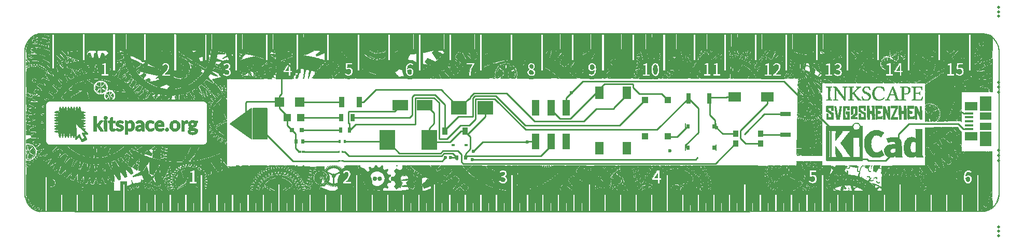
<source format=gbr>
G04 #@! TF.GenerationSoftware,KiCad,Pcbnew,5.0.0-fee4fd1~66~ubuntu16.04.1*
G04 #@! TF.CreationDate,2018-08-13T01:22:53+01:00*
G04 #@! TF.ProjectId,ruler,72756C65722E6B696361645F70636200,rev?*
G04 #@! TF.SameCoordinates,Original*
G04 #@! TF.FileFunction,Copper,L1,Top,Signal*
G04 #@! TF.FilePolarity,Positive*
%FSLAX45Y45*%
G04 Gerber Fmt 4.5, Leading zero omitted, Abs format (unit mm)*
G04 Created by KiCad (PCBNEW 5.0.0-fee4fd1~66~ubuntu16.04.1) date Mon Aug 13 01:22:53 2018*
%MOMM*%
%LPD*%
G01*
G04 APERTURE LIST*
G04 #@! TA.AperFunction,EtchedComponent*
%ADD10C,0.010000*%
G04 #@! TD*
G04 #@! TA.AperFunction,EtchedComponent*
%ADD11C,0.150000*%
G04 #@! TD*
G04 #@! TA.AperFunction,ComponentPad*
%ADD12C,0.500000*%
G04 #@! TD*
G04 #@! TA.AperFunction,SMDPad,CuDef*
%ADD13R,1.700000X0.800000*%
G04 #@! TD*
G04 #@! TA.AperFunction,Conductor*
%ADD14C,0.150000*%
G04 #@! TD*
G04 #@! TA.AperFunction,SMDPad,CuDef*
%ADD15C,0.400000*%
G04 #@! TD*
G04 #@! TA.AperFunction,SMDPad,CuDef*
%ADD16C,0.300000*%
G04 #@! TD*
G04 #@! TA.AperFunction,SMDPad,CuDef*
%ADD17R,1.400000X2.100000*%
G04 #@! TD*
G04 #@! TA.AperFunction,SMDPad,CuDef*
%ADD18R,1.379220X0.449580*%
G04 #@! TD*
G04 #@! TA.AperFunction,SMDPad,CuDef*
%ADD19R,2.100580X1.473200*%
G04 #@! TD*
G04 #@! TA.AperFunction,SMDPad,CuDef*
%ADD20R,1.897380X2.374900*%
G04 #@! TD*
G04 #@! TA.AperFunction,SMDPad,CuDef*
%ADD21R,1.897380X1.173480*%
G04 #@! TD*
G04 #@! TA.AperFunction,SMDPad,CuDef*
%ADD22R,1.500000X1.500000*%
G04 #@! TD*
G04 #@! TA.AperFunction,SMDPad,CuDef*
%ADD23R,1.200000X1.200000*%
G04 #@! TD*
G04 #@! TA.AperFunction,SMDPad,CuDef*
%ADD24R,0.800000X0.800000*%
G04 #@! TD*
G04 #@! TA.AperFunction,SMDPad,CuDef*
%ADD25R,0.600000X0.700000*%
G04 #@! TD*
G04 #@! TA.AperFunction,SMDPad,CuDef*
%ADD26R,0.700000X1.300000*%
G04 #@! TD*
G04 #@! TA.AperFunction,SMDPad,CuDef*
%ADD27R,0.500000X0.900000*%
G04 #@! TD*
G04 #@! TA.AperFunction,SMDPad,CuDef*
%ADD28R,0.400000X0.600000*%
G04 #@! TD*
G04 #@! TA.AperFunction,SMDPad,CuDef*
%ADD29R,0.280000X0.430000*%
G04 #@! TD*
G04 #@! TA.AperFunction,SMDPad,CuDef*
%ADD30R,0.800000X1.700000*%
G04 #@! TD*
G04 #@! TA.AperFunction,SMDPad,CuDef*
%ADD31R,0.900000X1.000000*%
G04 #@! TD*
G04 #@! TA.AperFunction,SMDPad,CuDef*
%ADD32R,0.900000X1.700000*%
G04 #@! TD*
G04 #@! TA.AperFunction,SMDPad,CuDef*
%ADD33R,0.600000X0.450000*%
G04 #@! TD*
G04 #@! TA.AperFunction,SMDPad,CuDef*
%ADD34R,0.900000X1.200000*%
G04 #@! TD*
G04 #@! TA.AperFunction,SMDPad,CuDef*
%ADD35R,2.500000X3.300000*%
G04 #@! TD*
G04 #@! TA.AperFunction,SMDPad,CuDef*
%ADD36R,2.500000X2.300000*%
G04 #@! TD*
G04 #@! TA.AperFunction,SMDPad,CuDef*
%ADD37R,2.500000X1.800000*%
G04 #@! TD*
G04 #@! TA.AperFunction,SMDPad,CuDef*
%ADD38R,1.200000X2.500000*%
G04 #@! TD*
G04 #@! TA.AperFunction,SMDPad,CuDef*
%ADD39R,0.200000X1.100000*%
G04 #@! TD*
G04 #@! TA.AperFunction,SMDPad,CuDef*
%ADD40R,0.500000X0.700000*%
G04 #@! TD*
G04 #@! TA.AperFunction,SMDPad,CuDef*
%ADD41R,2.000000X1.600000*%
G04 #@! TD*
G04 #@! TA.AperFunction,SMDPad,CuDef*
%ADD42C,1.000000*%
G04 #@! TD*
G04 #@! TA.AperFunction,SMDPad,CuDef*
%ADD43R,1.000760X1.000760*%
G04 #@! TD*
G04 #@! TA.AperFunction,ViaPad*
%ADD44C,0.600000*%
G04 #@! TD*
G04 #@! TA.AperFunction,Conductor*
%ADD45C,0.250000*%
G04 #@! TD*
G04 APERTURE END LIST*
D10*
G04 #@! TO.C,DRAWING1*
G36*
X7907847Y-10190969D02*
X7907990Y-10191845D01*
X7907304Y-10193535D01*
X7906720Y-10193750D01*
X7905593Y-10192721D01*
X7905450Y-10191845D01*
X7906136Y-10190155D01*
X7906720Y-10189940D01*
X7907847Y-10190969D01*
X7907847Y-10190969D01*
G37*
X7907847Y-10190969D02*
X7907990Y-10191845D01*
X7907304Y-10193535D01*
X7906720Y-10193750D01*
X7905593Y-10192721D01*
X7905450Y-10191845D01*
X7906136Y-10190155D01*
X7906720Y-10189940D01*
X7907847Y-10190969D01*
G36*
X7130838Y-10478012D02*
X7136081Y-10480847D01*
X7140002Y-10485030D01*
X7142498Y-10490118D01*
X7143465Y-10495671D01*
X7142799Y-10501247D01*
X7140396Y-10506404D01*
X7136152Y-10510703D01*
X7132776Y-10512642D01*
X7126917Y-10514618D01*
X7121741Y-10514660D01*
X7117352Y-10513274D01*
X7113932Y-10511142D01*
X7110560Y-10508094D01*
X7110100Y-10507571D01*
X7106844Y-10501978D01*
X7105765Y-10496010D01*
X7106643Y-10490138D01*
X7109261Y-10484830D01*
X7113398Y-10480556D01*
X7118836Y-10477786D01*
X7124377Y-10476965D01*
X7130838Y-10478012D01*
X7130838Y-10478012D01*
G37*
X7130838Y-10478012D02*
X7136081Y-10480847D01*
X7140002Y-10485030D01*
X7142498Y-10490118D01*
X7143465Y-10495671D01*
X7142799Y-10501247D01*
X7140396Y-10506404D01*
X7136152Y-10510703D01*
X7132776Y-10512642D01*
X7126917Y-10514618D01*
X7121741Y-10514660D01*
X7117352Y-10513274D01*
X7113932Y-10511142D01*
X7110560Y-10508094D01*
X7110100Y-10507571D01*
X7106844Y-10501978D01*
X7105765Y-10496010D01*
X7106643Y-10490138D01*
X7109261Y-10484830D01*
X7113398Y-10480556D01*
X7118836Y-10477786D01*
X7124377Y-10476965D01*
X7130838Y-10478012D01*
G36*
X11357891Y-11524484D02*
X11360686Y-11526988D01*
X11362286Y-11530005D01*
X11362390Y-11530863D01*
X11361284Y-11533946D01*
X11358541Y-11536221D01*
X11355021Y-11537341D01*
X11351584Y-11536957D01*
X11349944Y-11535886D01*
X11348418Y-11532827D01*
X11348547Y-11530690D01*
X11352747Y-11530690D01*
X11352919Y-11531148D01*
X11354493Y-11532176D01*
X11356403Y-11532161D01*
X11357310Y-11531135D01*
X11356306Y-11529364D01*
X11354232Y-11528879D01*
X11353479Y-11529168D01*
X11352747Y-11530690D01*
X11348547Y-11530690D01*
X11348636Y-11529232D01*
X11350264Y-11525947D01*
X11352969Y-11523815D01*
X11354861Y-11523440D01*
X11357891Y-11524484D01*
X11357891Y-11524484D01*
G37*
X11357891Y-11524484D02*
X11360686Y-11526988D01*
X11362286Y-11530005D01*
X11362390Y-11530863D01*
X11361284Y-11533946D01*
X11358541Y-11536221D01*
X11355021Y-11537341D01*
X11351584Y-11536957D01*
X11349944Y-11535886D01*
X11348418Y-11532827D01*
X11348547Y-11530690D01*
X11352747Y-11530690D01*
X11352919Y-11531148D01*
X11354493Y-11532176D01*
X11356403Y-11532161D01*
X11357310Y-11531135D01*
X11356306Y-11529364D01*
X11354232Y-11528879D01*
X11353479Y-11529168D01*
X11352747Y-11530690D01*
X11348547Y-11530690D01*
X11348636Y-11529232D01*
X11350264Y-11525947D01*
X11352969Y-11523815D01*
X11354861Y-11523440D01*
X11357891Y-11524484D01*
G36*
X6684082Y-9915419D02*
X6690635Y-9918372D01*
X6695955Y-9922827D01*
X6699863Y-9928402D01*
X6702181Y-9934714D01*
X6702729Y-9941382D01*
X6701330Y-9948023D01*
X6697804Y-9954256D01*
X6696064Y-9956240D01*
X6689444Y-9961375D01*
X6681927Y-9964314D01*
X6673951Y-9964939D01*
X6668070Y-9963859D01*
X6661896Y-9960764D01*
X6656676Y-9955792D01*
X6652852Y-9949552D01*
X6650869Y-9942654D01*
X6650690Y-9939943D01*
X6651845Y-9932031D01*
X6655106Y-9925217D01*
X6660164Y-9919807D01*
X6666711Y-9916107D01*
X6674440Y-9914421D01*
X6676475Y-9914350D01*
X6684082Y-9915419D01*
X6684082Y-9915419D01*
G37*
X6684082Y-9915419D02*
X6690635Y-9918372D01*
X6695955Y-9922827D01*
X6699863Y-9928402D01*
X6702181Y-9934714D01*
X6702729Y-9941382D01*
X6701330Y-9948023D01*
X6697804Y-9954256D01*
X6696064Y-9956240D01*
X6689444Y-9961375D01*
X6681927Y-9964314D01*
X6673951Y-9964939D01*
X6668070Y-9963859D01*
X6661896Y-9960764D01*
X6656676Y-9955792D01*
X6652852Y-9949552D01*
X6650869Y-9942654D01*
X6650690Y-9939943D01*
X6651845Y-9932031D01*
X6655106Y-9925217D01*
X6660164Y-9919807D01*
X6666711Y-9916107D01*
X6674440Y-9914421D01*
X6676475Y-9914350D01*
X6684082Y-9915419D01*
G36*
X14380137Y-9834627D02*
X14382017Y-9836046D01*
X14382994Y-9837309D01*
X14383623Y-9839418D01*
X14382450Y-9840707D01*
X14379829Y-9841854D01*
X14378275Y-9840979D01*
X14377829Y-9840055D01*
X14377564Y-9837446D01*
X14378412Y-9835292D01*
X14379956Y-9834580D01*
X14380137Y-9834627D01*
X14380137Y-9834627D01*
G37*
X14380137Y-9834627D02*
X14382017Y-9836046D01*
X14382994Y-9837309D01*
X14383623Y-9839418D01*
X14382450Y-9840707D01*
X14379829Y-9841854D01*
X14378275Y-9840979D01*
X14377829Y-9840055D01*
X14377564Y-9837446D01*
X14378412Y-9835292D01*
X14379956Y-9834580D01*
X14380137Y-9834627D01*
G36*
X21298870Y-10486485D02*
X21298235Y-10487120D01*
X21297600Y-10486485D01*
X21298235Y-10485850D01*
X21298870Y-10486485D01*
X21298870Y-10486485D01*
G37*
X21298870Y-10486485D02*
X21298235Y-10487120D01*
X21297600Y-10486485D01*
X21298235Y-10485850D01*
X21298870Y-10486485D01*
G36*
X19310289Y-10226530D02*
X19314276Y-10229287D01*
X19316650Y-10233271D01*
X19317081Y-10237980D01*
X19315832Y-10241880D01*
X19312438Y-10246069D01*
X19308005Y-10248187D01*
X19303108Y-10248125D01*
X19298321Y-10245773D01*
X19297767Y-10245320D01*
X19294874Y-10241413D01*
X19293991Y-10236937D01*
X19294896Y-10232501D01*
X19297366Y-10228718D01*
X19301176Y-10226197D01*
X19305020Y-10225500D01*
X19310289Y-10226530D01*
X19310289Y-10226530D01*
G37*
X19310289Y-10226530D02*
X19314276Y-10229287D01*
X19316650Y-10233271D01*
X19317081Y-10237980D01*
X19315832Y-10241880D01*
X19312438Y-10246069D01*
X19308005Y-10248187D01*
X19303108Y-10248125D01*
X19298321Y-10245773D01*
X19297767Y-10245320D01*
X19294874Y-10241413D01*
X19293991Y-10236937D01*
X19294896Y-10232501D01*
X19297366Y-10228718D01*
X19301176Y-10226197D01*
X19305020Y-10225500D01*
X19310289Y-10226530D01*
G36*
X19326633Y-10366293D02*
X19328306Y-10368460D01*
X19330392Y-10371339D01*
X19332391Y-10374227D01*
X19333805Y-10376425D01*
X19334180Y-10377199D01*
X19333213Y-10378113D01*
X19330902Y-10379694D01*
X19328134Y-10381390D01*
X19325795Y-10382651D01*
X19324870Y-10382980D01*
X19324596Y-10381826D01*
X19324596Y-10378795D01*
X19324869Y-10374536D01*
X19324880Y-10374408D01*
X19325295Y-10370064D01*
X19325650Y-10366881D01*
X19325870Y-10365539D01*
X19325871Y-10365537D01*
X19326633Y-10366293D01*
X19326633Y-10366293D01*
G37*
X19326633Y-10366293D02*
X19328306Y-10368460D01*
X19330392Y-10371339D01*
X19332391Y-10374227D01*
X19333805Y-10376425D01*
X19334180Y-10377199D01*
X19333213Y-10378113D01*
X19330902Y-10379694D01*
X19328134Y-10381390D01*
X19325795Y-10382651D01*
X19324870Y-10382980D01*
X19324596Y-10381826D01*
X19324596Y-10378795D01*
X19324869Y-10374536D01*
X19324880Y-10374408D01*
X19325295Y-10370064D01*
X19325650Y-10366881D01*
X19325870Y-10365539D01*
X19325871Y-10365537D01*
X19326633Y-10366293D01*
G36*
X19341274Y-10386889D02*
X19341403Y-10386988D01*
X19342876Y-10388833D01*
X19342377Y-10390504D01*
X19339727Y-10392183D01*
X19334752Y-10394048D01*
X19334407Y-10394160D01*
X19328944Y-10395860D01*
X19325622Y-10396727D01*
X19324198Y-10396803D01*
X19324430Y-10396131D01*
X19324719Y-10395850D01*
X19326352Y-10394612D01*
X19329416Y-10392474D01*
X19332831Y-10390177D01*
X19336973Y-10387647D01*
X19339638Y-10386607D01*
X19341274Y-10386889D01*
X19341274Y-10386889D01*
G37*
X19341274Y-10386889D02*
X19341403Y-10386988D01*
X19342876Y-10388833D01*
X19342377Y-10390504D01*
X19339727Y-10392183D01*
X19334752Y-10394048D01*
X19334407Y-10394160D01*
X19328944Y-10395860D01*
X19325622Y-10396727D01*
X19324198Y-10396803D01*
X19324430Y-10396131D01*
X19324719Y-10395850D01*
X19326352Y-10394612D01*
X19329416Y-10392474D01*
X19332831Y-10390177D01*
X19336973Y-10387647D01*
X19339638Y-10386607D01*
X19341274Y-10386889D01*
G36*
X19382669Y-10441808D02*
X19361949Y-10447954D01*
X19355095Y-10449972D01*
X19349119Y-10451704D01*
X19344431Y-10453032D01*
X19341445Y-10453840D01*
X19340562Y-10454033D01*
X19341402Y-10453469D01*
X19344151Y-10451952D01*
X19348449Y-10449671D01*
X19353940Y-10446819D01*
X19358310Y-10444580D01*
X19376725Y-10435193D01*
X19382669Y-10441808D01*
X19382669Y-10441808D01*
G37*
X19382669Y-10441808D02*
X19361949Y-10447954D01*
X19355095Y-10449972D01*
X19349119Y-10451704D01*
X19344431Y-10453032D01*
X19341445Y-10453840D01*
X19340562Y-10454033D01*
X19341402Y-10453469D01*
X19344151Y-10451952D01*
X19348449Y-10449671D01*
X19353940Y-10446819D01*
X19358310Y-10444580D01*
X19376725Y-10435193D01*
X19382669Y-10441808D01*
G36*
X19346443Y-10308936D02*
X19349137Y-10311258D01*
X19353367Y-10314997D01*
X19358962Y-10319995D01*
X19365753Y-10326099D01*
X19373569Y-10333153D01*
X19382240Y-10341001D01*
X19391595Y-10349487D01*
X19401465Y-10358458D01*
X19411680Y-10367756D01*
X19422068Y-10377227D01*
X19432461Y-10386715D01*
X19442687Y-10396066D01*
X19452577Y-10405123D01*
X19461961Y-10413731D01*
X19470667Y-10421735D01*
X19478527Y-10428979D01*
X19485370Y-10435308D01*
X19491025Y-10440566D01*
X19495322Y-10444599D01*
X19498092Y-10447251D01*
X19499164Y-10448366D01*
X19499171Y-10448385D01*
X19498232Y-10449828D01*
X19495566Y-10452477D01*
X19491505Y-10456054D01*
X19486381Y-10460278D01*
X19480528Y-10464871D01*
X19474279Y-10469553D01*
X19471975Y-10471222D01*
X19467013Y-10474657D01*
X19461354Y-10478379D01*
X19455432Y-10482125D01*
X19449685Y-10485630D01*
X19444548Y-10488631D01*
X19440457Y-10490865D01*
X19437850Y-10492066D01*
X19437283Y-10492200D01*
X19436048Y-10491270D01*
X19433548Y-10488719D01*
X19430111Y-10484903D01*
X19426065Y-10480178D01*
X19424707Y-10478548D01*
X19398946Y-10446665D01*
X19373893Y-10414152D01*
X19348987Y-10380274D01*
X19337106Y-10363577D01*
X19333224Y-10358064D01*
X19330361Y-10353758D01*
X19328388Y-10350124D01*
X19327176Y-10346630D01*
X19326596Y-10342742D01*
X19326521Y-10337925D01*
X19326820Y-10331647D01*
X19327367Y-10323374D01*
X19327377Y-10323224D01*
X19328180Y-10311094D01*
X19335182Y-10308235D01*
X19342185Y-10305377D01*
X19346443Y-10308936D01*
X19346443Y-10308936D01*
G37*
X19346443Y-10308936D02*
X19349137Y-10311258D01*
X19353367Y-10314997D01*
X19358962Y-10319995D01*
X19365753Y-10326099D01*
X19373569Y-10333153D01*
X19382240Y-10341001D01*
X19391595Y-10349487D01*
X19401465Y-10358458D01*
X19411680Y-10367756D01*
X19422068Y-10377227D01*
X19432461Y-10386715D01*
X19442687Y-10396066D01*
X19452577Y-10405123D01*
X19461961Y-10413731D01*
X19470667Y-10421735D01*
X19478527Y-10428979D01*
X19485370Y-10435308D01*
X19491025Y-10440566D01*
X19495322Y-10444599D01*
X19498092Y-10447251D01*
X19499164Y-10448366D01*
X19499171Y-10448385D01*
X19498232Y-10449828D01*
X19495566Y-10452477D01*
X19491505Y-10456054D01*
X19486381Y-10460278D01*
X19480528Y-10464871D01*
X19474279Y-10469553D01*
X19471975Y-10471222D01*
X19467013Y-10474657D01*
X19461354Y-10478379D01*
X19455432Y-10482125D01*
X19449685Y-10485630D01*
X19444548Y-10488631D01*
X19440457Y-10490865D01*
X19437850Y-10492066D01*
X19437283Y-10492200D01*
X19436048Y-10491270D01*
X19433548Y-10488719D01*
X19430111Y-10484903D01*
X19426065Y-10480178D01*
X19424707Y-10478548D01*
X19398946Y-10446665D01*
X19373893Y-10414152D01*
X19348987Y-10380274D01*
X19337106Y-10363577D01*
X19333224Y-10358064D01*
X19330361Y-10353758D01*
X19328388Y-10350124D01*
X19327176Y-10346630D01*
X19326596Y-10342742D01*
X19326521Y-10337925D01*
X19326820Y-10331647D01*
X19327367Y-10323374D01*
X19327377Y-10323224D01*
X19328180Y-10311094D01*
X19335182Y-10308235D01*
X19342185Y-10305377D01*
X19346443Y-10308936D01*
G36*
X19426422Y-10495879D02*
X19426890Y-10497081D01*
X19425775Y-10497921D01*
X19422747Y-10499436D01*
X19418278Y-10501433D01*
X19412842Y-10503721D01*
X19406912Y-10506106D01*
X19400962Y-10508397D01*
X19395466Y-10510400D01*
X19390897Y-10511924D01*
X19389028Y-10512468D01*
X19385183Y-10513546D01*
X19382156Y-10514484D01*
X19381517Y-10514711D01*
X19380153Y-10514833D01*
X19380275Y-10514211D01*
X19381644Y-10513310D01*
X19384959Y-10511592D01*
X19389833Y-10509245D01*
X19395880Y-10506456D01*
X19402064Y-10503695D01*
X19410590Y-10500036D01*
X19417074Y-10497482D01*
X19421731Y-10495976D01*
X19424775Y-10495461D01*
X19426422Y-10495879D01*
X19426422Y-10495879D01*
G37*
X19426422Y-10495879D02*
X19426890Y-10497081D01*
X19425775Y-10497921D01*
X19422747Y-10499436D01*
X19418278Y-10501433D01*
X19412842Y-10503721D01*
X19406912Y-10506106D01*
X19400962Y-10508397D01*
X19395466Y-10510400D01*
X19390897Y-10511924D01*
X19389028Y-10512468D01*
X19385183Y-10513546D01*
X19382156Y-10514484D01*
X19381517Y-10514711D01*
X19380153Y-10514833D01*
X19380275Y-10514211D01*
X19381644Y-10513310D01*
X19384959Y-10511592D01*
X19389833Y-10509245D01*
X19395880Y-10506456D01*
X19402064Y-10503695D01*
X19410590Y-10500036D01*
X19417074Y-10497482D01*
X19421731Y-10495976D01*
X19424775Y-10495461D01*
X19426422Y-10495879D01*
G36*
X19350155Y-10400647D02*
X19352566Y-10403016D01*
X19355650Y-10406627D01*
X19357700Y-10409273D01*
X19361291Y-10414071D01*
X19364652Y-10418560D01*
X19367259Y-10422039D01*
X19368062Y-10423110D01*
X19371018Y-10427045D01*
X19349106Y-10438222D01*
X19342321Y-10441686D01*
X19336360Y-10444734D01*
X19331575Y-10447187D01*
X19328316Y-10448864D01*
X19326933Y-10449587D01*
X19326911Y-10449600D01*
X19327137Y-10450837D01*
X19328405Y-10453508D01*
X19330321Y-10456950D01*
X19332490Y-10460501D01*
X19334517Y-10463501D01*
X19336007Y-10465287D01*
X19336410Y-10465520D01*
X19338059Y-10465172D01*
X19341753Y-10464196D01*
X19347109Y-10462699D01*
X19353741Y-10460789D01*
X19361264Y-10458575D01*
X19363583Y-10457883D01*
X19371189Y-10455628D01*
X19377916Y-10453669D01*
X19383405Y-10452108D01*
X19387296Y-10451046D01*
X19389232Y-10450585D01*
X19389380Y-10450581D01*
X19390209Y-10451634D01*
X19392367Y-10454335D01*
X19395590Y-10458355D01*
X19399614Y-10463364D01*
X19403165Y-10467778D01*
X19407627Y-10473375D01*
X19411468Y-10478295D01*
X19414429Y-10482198D01*
X19416249Y-10484740D01*
X19416708Y-10485558D01*
X19415620Y-10486492D01*
X19412805Y-10488001D01*
X19409406Y-10489528D01*
X19406061Y-10491001D01*
X19400897Y-10493366D01*
X19394379Y-10496408D01*
X19386972Y-10499909D01*
X19379140Y-10503651D01*
X19377026Y-10504669D01*
X19368590Y-10508773D01*
X19362224Y-10511974D01*
X19357683Y-10514413D01*
X19354725Y-10516233D01*
X19353103Y-10517578D01*
X19352575Y-10518590D01*
X19352617Y-10518940D01*
X19352643Y-10519976D01*
X19351674Y-10520749D01*
X19349294Y-10521385D01*
X19345087Y-10522009D01*
X19340886Y-10522502D01*
X19334825Y-10523156D01*
X19329071Y-10523737D01*
X19324522Y-10524156D01*
X19323068Y-10524271D01*
X19317670Y-10524652D01*
X19317692Y-10518904D01*
X19317763Y-10516339D01*
X19317955Y-10511561D01*
X19318252Y-10504894D01*
X19318641Y-10496661D01*
X19319104Y-10487185D01*
X19319628Y-10476790D01*
X19320196Y-10465800D01*
X19320210Y-10465530D01*
X19320779Y-10454547D01*
X19321303Y-10444168D01*
X19321768Y-10434713D01*
X19322158Y-10426503D01*
X19322458Y-10419858D01*
X19322653Y-10415099D01*
X19322728Y-10412547D01*
X19322728Y-10412508D01*
X19323045Y-10408801D01*
X19324035Y-10407224D01*
X19324589Y-10407110D01*
X19326410Y-10406752D01*
X19329967Y-10405811D01*
X19334581Y-10404490D01*
X19339573Y-10402988D01*
X19344264Y-10401508D01*
X19347973Y-10400250D01*
X19348813Y-10399938D01*
X19350155Y-10400647D01*
X19350155Y-10400647D01*
G37*
X19350155Y-10400647D02*
X19352566Y-10403016D01*
X19355650Y-10406627D01*
X19357700Y-10409273D01*
X19361291Y-10414071D01*
X19364652Y-10418560D01*
X19367259Y-10422039D01*
X19368062Y-10423110D01*
X19371018Y-10427045D01*
X19349106Y-10438222D01*
X19342321Y-10441686D01*
X19336360Y-10444734D01*
X19331575Y-10447187D01*
X19328316Y-10448864D01*
X19326933Y-10449587D01*
X19326911Y-10449600D01*
X19327137Y-10450837D01*
X19328405Y-10453508D01*
X19330321Y-10456950D01*
X19332490Y-10460501D01*
X19334517Y-10463501D01*
X19336007Y-10465287D01*
X19336410Y-10465520D01*
X19338059Y-10465172D01*
X19341753Y-10464196D01*
X19347109Y-10462699D01*
X19353741Y-10460789D01*
X19361264Y-10458575D01*
X19363583Y-10457883D01*
X19371189Y-10455628D01*
X19377916Y-10453669D01*
X19383405Y-10452108D01*
X19387296Y-10451046D01*
X19389232Y-10450585D01*
X19389380Y-10450581D01*
X19390209Y-10451634D01*
X19392367Y-10454335D01*
X19395590Y-10458355D01*
X19399614Y-10463364D01*
X19403165Y-10467778D01*
X19407627Y-10473375D01*
X19411468Y-10478295D01*
X19414429Y-10482198D01*
X19416249Y-10484740D01*
X19416708Y-10485558D01*
X19415620Y-10486492D01*
X19412805Y-10488001D01*
X19409406Y-10489528D01*
X19406061Y-10491001D01*
X19400897Y-10493366D01*
X19394379Y-10496408D01*
X19386972Y-10499909D01*
X19379140Y-10503651D01*
X19377026Y-10504669D01*
X19368590Y-10508773D01*
X19362224Y-10511974D01*
X19357683Y-10514413D01*
X19354725Y-10516233D01*
X19353103Y-10517578D01*
X19352575Y-10518590D01*
X19352617Y-10518940D01*
X19352643Y-10519976D01*
X19351674Y-10520749D01*
X19349294Y-10521385D01*
X19345087Y-10522009D01*
X19340886Y-10522502D01*
X19334825Y-10523156D01*
X19329071Y-10523737D01*
X19324522Y-10524156D01*
X19323068Y-10524271D01*
X19317670Y-10524652D01*
X19317692Y-10518904D01*
X19317763Y-10516339D01*
X19317955Y-10511561D01*
X19318252Y-10504894D01*
X19318641Y-10496661D01*
X19319104Y-10487185D01*
X19319628Y-10476790D01*
X19320196Y-10465800D01*
X19320210Y-10465530D01*
X19320779Y-10454547D01*
X19321303Y-10444168D01*
X19321768Y-10434713D01*
X19322158Y-10426503D01*
X19322458Y-10419858D01*
X19322653Y-10415099D01*
X19322728Y-10412547D01*
X19322728Y-10412508D01*
X19323045Y-10408801D01*
X19324035Y-10407224D01*
X19324589Y-10407110D01*
X19326410Y-10406752D01*
X19329967Y-10405811D01*
X19334581Y-10404490D01*
X19339573Y-10402988D01*
X19344264Y-10401508D01*
X19347973Y-10400250D01*
X19348813Y-10399938D01*
X19350155Y-10400647D01*
G36*
X22154010Y-9305919D02*
X22162194Y-9309185D01*
X22169009Y-9314353D01*
X22174226Y-9321188D01*
X22177614Y-9329455D01*
X22178942Y-9338917D01*
X22178952Y-9339743D01*
X22177860Y-9349268D01*
X22174537Y-9357606D01*
X22169007Y-9364705D01*
X22167290Y-9366273D01*
X22160334Y-9370741D01*
X22152198Y-9373585D01*
X22143679Y-9374632D01*
X22135574Y-9373709D01*
X22134522Y-9373413D01*
X22126967Y-9369928D01*
X22119959Y-9364484D01*
X22114174Y-9357657D01*
X22112145Y-9354280D01*
X22110488Y-9349261D01*
X22109717Y-9342812D01*
X22109820Y-9335876D01*
X22110783Y-9329400D01*
X22112537Y-9324435D01*
X22118110Y-9316547D01*
X22125214Y-9310522D01*
X22133530Y-9306557D01*
X22142739Y-9304845D01*
X22144690Y-9304790D01*
X22154010Y-9305919D01*
X22154010Y-9305919D01*
G37*
X22154010Y-9305919D02*
X22162194Y-9309185D01*
X22169009Y-9314353D01*
X22174226Y-9321188D01*
X22177614Y-9329455D01*
X22178942Y-9338917D01*
X22178952Y-9339743D01*
X22177860Y-9349268D01*
X22174537Y-9357606D01*
X22169007Y-9364705D01*
X22167290Y-9366273D01*
X22160334Y-9370741D01*
X22152198Y-9373585D01*
X22143679Y-9374632D01*
X22135574Y-9373709D01*
X22134522Y-9373413D01*
X22126967Y-9369928D01*
X22119959Y-9364484D01*
X22114174Y-9357657D01*
X22112145Y-9354280D01*
X22110488Y-9349261D01*
X22109717Y-9342812D01*
X22109820Y-9335876D01*
X22110783Y-9329400D01*
X22112537Y-9324435D01*
X22118110Y-9316547D01*
X22125214Y-9310522D01*
X22133530Y-9306557D01*
X22142739Y-9304845D01*
X22144690Y-9304790D01*
X22154010Y-9305919D01*
G36*
X20787023Y-9489866D02*
X20787060Y-9490170D01*
X20786094Y-9491403D01*
X20785790Y-9491440D01*
X20784557Y-9490474D01*
X20784520Y-9490170D01*
X20785486Y-9488937D01*
X20785790Y-9488900D01*
X20787023Y-9489866D01*
X20787023Y-9489866D01*
G37*
X20787023Y-9489866D02*
X20787060Y-9490170D01*
X20786094Y-9491403D01*
X20785790Y-9491440D01*
X20784557Y-9490474D01*
X20784520Y-9490170D01*
X20785486Y-9488937D01*
X20785790Y-9488900D01*
X20787023Y-9489866D01*
G36*
X19525368Y-9471551D02*
X19527859Y-9472692D01*
X19530406Y-9474370D01*
X19532080Y-9476023D01*
X19532300Y-9476618D01*
X19533276Y-9478777D01*
X19535689Y-9481504D01*
X19538766Y-9484116D01*
X19541735Y-9485931D01*
X19543318Y-9486360D01*
X19545988Y-9485381D01*
X19547953Y-9483503D01*
X19549947Y-9480645D01*
X19550013Y-9484519D01*
X19550913Y-9488744D01*
X19553432Y-9491015D01*
X19555974Y-9491440D01*
X19558803Y-9491761D01*
X19559381Y-9492571D01*
X19557894Y-9493641D01*
X19554528Y-9494744D01*
X19553013Y-9495081D01*
X19548618Y-9495956D01*
X19545958Y-9496250D01*
X19544265Y-9495794D01*
X19542768Y-9494416D01*
X19541122Y-9492450D01*
X19537627Y-9489453D01*
X19534648Y-9488583D01*
X19532747Y-9488224D01*
X19531071Y-9486829D01*
X19529200Y-9483922D01*
X19527352Y-9480337D01*
X19525446Y-9476247D01*
X19524194Y-9473118D01*
X19523837Y-9471563D01*
X19523865Y-9471512D01*
X19525368Y-9471551D01*
X19525368Y-9471551D01*
G37*
X19525368Y-9471551D02*
X19527859Y-9472692D01*
X19530406Y-9474370D01*
X19532080Y-9476023D01*
X19532300Y-9476618D01*
X19533276Y-9478777D01*
X19535689Y-9481504D01*
X19538766Y-9484116D01*
X19541735Y-9485931D01*
X19543318Y-9486360D01*
X19545988Y-9485381D01*
X19547953Y-9483503D01*
X19549947Y-9480645D01*
X19550013Y-9484519D01*
X19550913Y-9488744D01*
X19553432Y-9491015D01*
X19555974Y-9491440D01*
X19558803Y-9491761D01*
X19559381Y-9492571D01*
X19557894Y-9493641D01*
X19554528Y-9494744D01*
X19553013Y-9495081D01*
X19548618Y-9495956D01*
X19545958Y-9496250D01*
X19544265Y-9495794D01*
X19542768Y-9494416D01*
X19541122Y-9492450D01*
X19537627Y-9489453D01*
X19534648Y-9488583D01*
X19532747Y-9488224D01*
X19531071Y-9486829D01*
X19529200Y-9483922D01*
X19527352Y-9480337D01*
X19525446Y-9476247D01*
X19524194Y-9473118D01*
X19523837Y-9471563D01*
X19523865Y-9471512D01*
X19525368Y-9471551D01*
G36*
X7782871Y-9495336D02*
X7787704Y-9495720D01*
X7793368Y-9496289D01*
X7799301Y-9496976D01*
X7804945Y-9497718D01*
X7809739Y-9498450D01*
X7813122Y-9499108D01*
X7814484Y-9499572D01*
X7815354Y-9501435D01*
X7816345Y-9505526D01*
X7817395Y-9511539D01*
X7818389Y-9518745D01*
X7819244Y-9525492D01*
X7820049Y-9531597D01*
X7820725Y-9536485D01*
X7821195Y-9539581D01*
X7821275Y-9540030D01*
X7821450Y-9541568D01*
X7821049Y-9542840D01*
X7819706Y-9544128D01*
X7817056Y-9545711D01*
X7812731Y-9547870D01*
X7808298Y-9549975D01*
X7802033Y-9552770D01*
X7794940Y-9555669D01*
X7787382Y-9558553D01*
X7779719Y-9561303D01*
X7772314Y-9563802D01*
X7765529Y-9565929D01*
X7759725Y-9567566D01*
X7755266Y-9568595D01*
X7752512Y-9568896D01*
X7751780Y-9568529D01*
X7752190Y-9567180D01*
X7753337Y-9563805D01*
X7755091Y-9558765D01*
X7757324Y-9552416D01*
X7759908Y-9545118D01*
X7762716Y-9537228D01*
X7765618Y-9529105D01*
X7768488Y-9521108D01*
X7771196Y-9513595D01*
X7773614Y-9506925D01*
X7775615Y-9501455D01*
X7777070Y-9497544D01*
X7777851Y-9495550D01*
X7777940Y-9495373D01*
X7779430Y-9495198D01*
X7782871Y-9495336D01*
X7782871Y-9495336D01*
G37*
X7782871Y-9495336D02*
X7787704Y-9495720D01*
X7793368Y-9496289D01*
X7799301Y-9496976D01*
X7804945Y-9497718D01*
X7809739Y-9498450D01*
X7813122Y-9499108D01*
X7814484Y-9499572D01*
X7815354Y-9501435D01*
X7816345Y-9505526D01*
X7817395Y-9511539D01*
X7818389Y-9518745D01*
X7819244Y-9525492D01*
X7820049Y-9531597D01*
X7820725Y-9536485D01*
X7821195Y-9539581D01*
X7821275Y-9540030D01*
X7821450Y-9541568D01*
X7821049Y-9542840D01*
X7819706Y-9544128D01*
X7817056Y-9545711D01*
X7812731Y-9547870D01*
X7808298Y-9549975D01*
X7802033Y-9552770D01*
X7794940Y-9555669D01*
X7787382Y-9558553D01*
X7779719Y-9561303D01*
X7772314Y-9563802D01*
X7765529Y-9565929D01*
X7759725Y-9567566D01*
X7755266Y-9568595D01*
X7752512Y-9568896D01*
X7751780Y-9568529D01*
X7752190Y-9567180D01*
X7753337Y-9563805D01*
X7755091Y-9558765D01*
X7757324Y-9552416D01*
X7759908Y-9545118D01*
X7762716Y-9537228D01*
X7765618Y-9529105D01*
X7768488Y-9521108D01*
X7771196Y-9513595D01*
X7773614Y-9506925D01*
X7775615Y-9501455D01*
X7777070Y-9497544D01*
X7777851Y-9495550D01*
X7777940Y-9495373D01*
X7779430Y-9495198D01*
X7782871Y-9495336D01*
G36*
X7715857Y-9545274D02*
X7717789Y-9553288D01*
X7719466Y-9560437D01*
X7720809Y-9566367D01*
X7721740Y-9570723D01*
X7722177Y-9573149D01*
X7722185Y-9573528D01*
X7720782Y-9573886D01*
X7717575Y-9574369D01*
X7713715Y-9574822D01*
X7705701Y-9575659D01*
X7706491Y-9564347D01*
X7706865Y-9558603D01*
X7707305Y-9551255D01*
X7707757Y-9543236D01*
X7708166Y-9535478D01*
X7708178Y-9535255D01*
X7709074Y-9517475D01*
X7715857Y-9545274D01*
X7715857Y-9545274D01*
G37*
X7715857Y-9545274D02*
X7717789Y-9553288D01*
X7719466Y-9560437D01*
X7720809Y-9566367D01*
X7721740Y-9570723D01*
X7722177Y-9573149D01*
X7722185Y-9573528D01*
X7720782Y-9573886D01*
X7717575Y-9574369D01*
X7713715Y-9574822D01*
X7705701Y-9575659D01*
X7706491Y-9564347D01*
X7706865Y-9558603D01*
X7707305Y-9551255D01*
X7707757Y-9543236D01*
X7708166Y-9535478D01*
X7708178Y-9535255D01*
X7709074Y-9517475D01*
X7715857Y-9545274D01*
G36*
X7594761Y-9508903D02*
X7599473Y-9522235D01*
X7603386Y-9533325D01*
X7606550Y-9542323D01*
X7609019Y-9549380D01*
X7610845Y-9554646D01*
X7612080Y-9558272D01*
X7612777Y-9560407D01*
X7612988Y-9561203D01*
X7612979Y-9561216D01*
X7611760Y-9560753D01*
X7608756Y-9559587D01*
X7604543Y-9557944D01*
X7603190Y-9557415D01*
X7593363Y-9553210D01*
X7582492Y-9547952D01*
X7571544Y-9542140D01*
X7561488Y-9536271D01*
X7558827Y-9534599D01*
X7554542Y-9531848D01*
X7551569Y-9529663D01*
X7549734Y-9527529D01*
X7548863Y-9524930D01*
X7548784Y-9521351D01*
X7549323Y-9516274D01*
X7550298Y-9509236D01*
X7551795Y-9498457D01*
X7566380Y-9496949D01*
X7572688Y-9496329D01*
X7578504Y-9495814D01*
X7583105Y-9495465D01*
X7585448Y-9495346D01*
X7589932Y-9495250D01*
X7594761Y-9508903D01*
X7594761Y-9508903D01*
G37*
X7594761Y-9508903D02*
X7599473Y-9522235D01*
X7603386Y-9533325D01*
X7606550Y-9542323D01*
X7609019Y-9549380D01*
X7610845Y-9554646D01*
X7612080Y-9558272D01*
X7612777Y-9560407D01*
X7612988Y-9561203D01*
X7612979Y-9561216D01*
X7611760Y-9560753D01*
X7608756Y-9559587D01*
X7604543Y-9557944D01*
X7603190Y-9557415D01*
X7593363Y-9553210D01*
X7582492Y-9547952D01*
X7571544Y-9542140D01*
X7561488Y-9536271D01*
X7558827Y-9534599D01*
X7554542Y-9531848D01*
X7551569Y-9529663D01*
X7549734Y-9527529D01*
X7548863Y-9524930D01*
X7548784Y-9521351D01*
X7549323Y-9516274D01*
X7550298Y-9509236D01*
X7551795Y-9498457D01*
X7566380Y-9496949D01*
X7572688Y-9496329D01*
X7578504Y-9495814D01*
X7583105Y-9495465D01*
X7585448Y-9495346D01*
X7589932Y-9495250D01*
X7594761Y-9508903D01*
G36*
X7682437Y-9490746D02*
X7683731Y-9491603D01*
X7683769Y-9491701D01*
X7683976Y-9493392D01*
X7684269Y-9497243D01*
X7684624Y-9502880D01*
X7685020Y-9509924D01*
X7685432Y-9518001D01*
X7685678Y-9523190D01*
X7686116Y-9532431D01*
X7686569Y-9541540D01*
X7687008Y-9549970D01*
X7687404Y-9557174D01*
X7687729Y-9562604D01*
X7687831Y-9564148D01*
X7688608Y-9575260D01*
X7683681Y-9575095D01*
X7679903Y-9574863D01*
X7674722Y-9574413D01*
X7669257Y-9573842D01*
X7669230Y-9573839D01*
X7660287Y-9572685D01*
X7653712Y-9571527D01*
X7649331Y-9570321D01*
X7646974Y-9569022D01*
X7646428Y-9567867D01*
X7646737Y-9566136D01*
X7647582Y-9562261D01*
X7648888Y-9556567D01*
X7650580Y-9549374D01*
X7652582Y-9541006D01*
X7654819Y-9531785D01*
X7655680Y-9528270D01*
X7664872Y-9490805D01*
X7674055Y-9490431D01*
X7679327Y-9490371D01*
X7682437Y-9490746D01*
X7682437Y-9490746D01*
G37*
X7682437Y-9490746D02*
X7683731Y-9491603D01*
X7683769Y-9491701D01*
X7683976Y-9493392D01*
X7684269Y-9497243D01*
X7684624Y-9502880D01*
X7685020Y-9509924D01*
X7685432Y-9518001D01*
X7685678Y-9523190D01*
X7686116Y-9532431D01*
X7686569Y-9541540D01*
X7687008Y-9549970D01*
X7687404Y-9557174D01*
X7687729Y-9562604D01*
X7687831Y-9564148D01*
X7688608Y-9575260D01*
X7683681Y-9575095D01*
X7679903Y-9574863D01*
X7674722Y-9574413D01*
X7669257Y-9573842D01*
X7669230Y-9573839D01*
X7660287Y-9572685D01*
X7653712Y-9571527D01*
X7649331Y-9570321D01*
X7646974Y-9569022D01*
X7646428Y-9567867D01*
X7646737Y-9566136D01*
X7647582Y-9562261D01*
X7648888Y-9556567D01*
X7650580Y-9549374D01*
X7652582Y-9541006D01*
X7654819Y-9531785D01*
X7655680Y-9528270D01*
X7664872Y-9490805D01*
X7674055Y-9490431D01*
X7679327Y-9490371D01*
X7682437Y-9490746D01*
G36*
X7922912Y-9533320D02*
X7926014Y-9536437D01*
X7927040Y-9539304D01*
X7926772Y-9541770D01*
X7925911Y-9541811D01*
X7924370Y-9539427D01*
X7924347Y-9539383D01*
X7922456Y-9536061D01*
X7920810Y-9533398D01*
X7918785Y-9530272D01*
X7922912Y-9533320D01*
X7922912Y-9533320D01*
G37*
X7922912Y-9533320D02*
X7926014Y-9536437D01*
X7927040Y-9539304D01*
X7926772Y-9541770D01*
X7925911Y-9541811D01*
X7924370Y-9539427D01*
X7924347Y-9539383D01*
X7922456Y-9536061D01*
X7920810Y-9533398D01*
X7918785Y-9530272D01*
X7922912Y-9533320D01*
G36*
X18779004Y-9474063D02*
X18778786Y-9475542D01*
X18777398Y-9478502D01*
X18775885Y-9481280D01*
X18774222Y-9484099D01*
X18773288Y-9485365D01*
X18773222Y-9485090D01*
X18774633Y-9480631D01*
X18776145Y-9476815D01*
X18777472Y-9474299D01*
X18778175Y-9473660D01*
X18779004Y-9474063D01*
X18779004Y-9474063D01*
G37*
X18779004Y-9474063D02*
X18778786Y-9475542D01*
X18777398Y-9478502D01*
X18775885Y-9481280D01*
X18774222Y-9484099D01*
X18773288Y-9485365D01*
X18773222Y-9485090D01*
X18774633Y-9480631D01*
X18776145Y-9476815D01*
X18777472Y-9474299D01*
X18778175Y-9473660D01*
X18779004Y-9474063D01*
G36*
X18772840Y-9488265D02*
X18772205Y-9488900D01*
X18771570Y-9488265D01*
X18772205Y-9487630D01*
X18772840Y-9488265D01*
X18772840Y-9488265D01*
G37*
X18772840Y-9488265D02*
X18772205Y-9488900D01*
X18771570Y-9488265D01*
X18772205Y-9487630D01*
X18772840Y-9488265D01*
G36*
X18771570Y-9490805D02*
X18770935Y-9491440D01*
X18770300Y-9490805D01*
X18770935Y-9490170D01*
X18771570Y-9490805D01*
X18771570Y-9490805D01*
G37*
X18771570Y-9490805D02*
X18770935Y-9491440D01*
X18770300Y-9490805D01*
X18770935Y-9490170D01*
X18771570Y-9490805D01*
G36*
X17586717Y-9464952D02*
X17589457Y-9465765D01*
X17591324Y-9467609D01*
X17592593Y-9470886D01*
X17593540Y-9475995D01*
X17594207Y-9481280D01*
X17594896Y-9486993D01*
X17595530Y-9491876D01*
X17596026Y-9495305D01*
X17596251Y-9496520D01*
X17595712Y-9498383D01*
X17593822Y-9501402D01*
X17591117Y-9504775D01*
X17588284Y-9507869D01*
X17586228Y-9509922D01*
X17585387Y-9510496D01*
X17585385Y-9510490D01*
X17585132Y-9509096D01*
X17584492Y-9505614D01*
X17583539Y-9500450D01*
X17582350Y-9494015D01*
X17581111Y-9487313D01*
X17576939Y-9464770D01*
X17582827Y-9464770D01*
X17586717Y-9464952D01*
X17586717Y-9464952D01*
G37*
X17586717Y-9464952D02*
X17589457Y-9465765D01*
X17591324Y-9467609D01*
X17592593Y-9470886D01*
X17593540Y-9475995D01*
X17594207Y-9481280D01*
X17594896Y-9486993D01*
X17595530Y-9491876D01*
X17596026Y-9495305D01*
X17596251Y-9496520D01*
X17595712Y-9498383D01*
X17593822Y-9501402D01*
X17591117Y-9504775D01*
X17588284Y-9507869D01*
X17586228Y-9509922D01*
X17585387Y-9510496D01*
X17585385Y-9510490D01*
X17585132Y-9509096D01*
X17584492Y-9505614D01*
X17583539Y-9500450D01*
X17582350Y-9494015D01*
X17581111Y-9487313D01*
X17576939Y-9464770D01*
X17582827Y-9464770D01*
X17586717Y-9464952D01*
G36*
X17567814Y-9473889D02*
X17568565Y-9476761D01*
X17569577Y-9481222D01*
X17570760Y-9486814D01*
X17572023Y-9493083D01*
X17573277Y-9499572D01*
X17574433Y-9505823D01*
X17575400Y-9511381D01*
X17576088Y-9515790D01*
X17576408Y-9518593D01*
X17576417Y-9518793D01*
X17575686Y-9521358D01*
X17573762Y-9524592D01*
X17573008Y-9525558D01*
X17569515Y-9529734D01*
X17559463Y-9500660D01*
X17563092Y-9487478D01*
X17564641Y-9481963D01*
X17565999Y-9477336D01*
X17566997Y-9474161D01*
X17567413Y-9473063D01*
X17567814Y-9473889D01*
X17567814Y-9473889D01*
G37*
X17567814Y-9473889D02*
X17568565Y-9476761D01*
X17569577Y-9481222D01*
X17570760Y-9486814D01*
X17572023Y-9493083D01*
X17573277Y-9499572D01*
X17574433Y-9505823D01*
X17575400Y-9511381D01*
X17576088Y-9515790D01*
X17576408Y-9518593D01*
X17576417Y-9518793D01*
X17575686Y-9521358D01*
X17573762Y-9524592D01*
X17573008Y-9525558D01*
X17569515Y-9529734D01*
X17559463Y-9500660D01*
X17563092Y-9487478D01*
X17564641Y-9481963D01*
X17565999Y-9477336D01*
X17566997Y-9474161D01*
X17567413Y-9473063D01*
X17567814Y-9473889D01*
G36*
X17903853Y-9481077D02*
X17903918Y-9486392D01*
X17903802Y-9492100D01*
X17903540Y-9497781D01*
X17903167Y-9503016D01*
X17902721Y-9507385D01*
X17902235Y-9510470D01*
X17901747Y-9511850D01*
X17901295Y-9511125D01*
X17900777Y-9508366D01*
X17900013Y-9503759D01*
X17899109Y-9497970D01*
X17898267Y-9492303D01*
X17896087Y-9477291D01*
X17899806Y-9474321D01*
X17903525Y-9471350D01*
X17903853Y-9481077D01*
X17903853Y-9481077D01*
G37*
X17903853Y-9481077D02*
X17903918Y-9486392D01*
X17903802Y-9492100D01*
X17903540Y-9497781D01*
X17903167Y-9503016D01*
X17902721Y-9507385D01*
X17902235Y-9510470D01*
X17901747Y-9511850D01*
X17901295Y-9511125D01*
X17900777Y-9508366D01*
X17900013Y-9503759D01*
X17899109Y-9497970D01*
X17898267Y-9492303D01*
X17896087Y-9477291D01*
X17899806Y-9474321D01*
X17903525Y-9471350D01*
X17903853Y-9481077D01*
G36*
X17842872Y-9520465D02*
X17843200Y-9522480D01*
X17842774Y-9524902D01*
X17841930Y-9525730D01*
X17840888Y-9524670D01*
X17840660Y-9523265D01*
X17841243Y-9520834D01*
X17841930Y-9520015D01*
X17842872Y-9520465D01*
X17842872Y-9520465D01*
G37*
X17842872Y-9520465D02*
X17843200Y-9522480D01*
X17842774Y-9524902D01*
X17841930Y-9525730D01*
X17840888Y-9524670D01*
X17840660Y-9523265D01*
X17841243Y-9520834D01*
X17841930Y-9520015D01*
X17842872Y-9520465D01*
G36*
X16148077Y-9596775D02*
X16158528Y-9599851D01*
X16162083Y-9601488D01*
X16170818Y-9607247D01*
X16177942Y-9614691D01*
X16183260Y-9623434D01*
X16186575Y-9633088D01*
X16187693Y-9643267D01*
X16187006Y-9650825D01*
X16183984Y-9661056D01*
X16178979Y-9670108D01*
X16172301Y-9677773D01*
X16164262Y-9683842D01*
X16155170Y-9688107D01*
X16145335Y-9690358D01*
X16135069Y-9690387D01*
X16129633Y-9689448D01*
X16120282Y-9685970D01*
X16111410Y-9680113D01*
X16107958Y-9677046D01*
X16101087Y-9668801D01*
X16096395Y-9659616D01*
X16093878Y-9649847D01*
X16093532Y-9639849D01*
X16095351Y-9629980D01*
X16099332Y-9620595D01*
X16105470Y-9612050D01*
X16108818Y-9608681D01*
X16117722Y-9602145D01*
X16127409Y-9597958D01*
X16137616Y-9596157D01*
X16148077Y-9596775D01*
X16148077Y-9596775D01*
G37*
X16148077Y-9596775D02*
X16158528Y-9599851D01*
X16162083Y-9601488D01*
X16170818Y-9607247D01*
X16177942Y-9614691D01*
X16183260Y-9623434D01*
X16186575Y-9633088D01*
X16187693Y-9643267D01*
X16187006Y-9650825D01*
X16183984Y-9661056D01*
X16178979Y-9670108D01*
X16172301Y-9677773D01*
X16164262Y-9683842D01*
X16155170Y-9688107D01*
X16145335Y-9690358D01*
X16135069Y-9690387D01*
X16129633Y-9689448D01*
X16120282Y-9685970D01*
X16111410Y-9680113D01*
X16107958Y-9677046D01*
X16101087Y-9668801D01*
X16096395Y-9659616D01*
X16093878Y-9649847D01*
X16093532Y-9639849D01*
X16095351Y-9629980D01*
X16099332Y-9620595D01*
X16105470Y-9612050D01*
X16108818Y-9608681D01*
X16117722Y-9602145D01*
X16127409Y-9597958D01*
X16137616Y-9596157D01*
X16148077Y-9596775D01*
G36*
X9064325Y-9620731D02*
X9072763Y-9621865D01*
X9082338Y-9624167D01*
X9092092Y-9627363D01*
X9101071Y-9631182D01*
X9101140Y-9631216D01*
X9105976Y-9633801D01*
X9111129Y-9636913D01*
X9116136Y-9640223D01*
X9120534Y-9643405D01*
X9123860Y-9646134D01*
X9125651Y-9648082D01*
X9125832Y-9648621D01*
X9124827Y-9649866D01*
X9121978Y-9652614D01*
X9117404Y-9656760D01*
X9111225Y-9662194D01*
X9103558Y-9668810D01*
X9100684Y-9671267D01*
X9096075Y-9675200D01*
X9090360Y-9670990D01*
X9085724Y-9668181D01*
X9079518Y-9665230D01*
X9072657Y-9662519D01*
X9066057Y-9660427D01*
X9063485Y-9659805D01*
X9061885Y-9659248D01*
X9060689Y-9658119D01*
X9059826Y-9656074D01*
X9059224Y-9652765D01*
X9058811Y-9647846D01*
X9058517Y-9640970D01*
X9058346Y-9634950D01*
X9057975Y-9620345D01*
X9064325Y-9620731D01*
X9064325Y-9620731D01*
G37*
X9064325Y-9620731D02*
X9072763Y-9621865D01*
X9082338Y-9624167D01*
X9092092Y-9627363D01*
X9101071Y-9631182D01*
X9101140Y-9631216D01*
X9105976Y-9633801D01*
X9111129Y-9636913D01*
X9116136Y-9640223D01*
X9120534Y-9643405D01*
X9123860Y-9646134D01*
X9125651Y-9648082D01*
X9125832Y-9648621D01*
X9124827Y-9649866D01*
X9121978Y-9652614D01*
X9117404Y-9656760D01*
X9111225Y-9662194D01*
X9103558Y-9668810D01*
X9100684Y-9671267D01*
X9096075Y-9675200D01*
X9090360Y-9670990D01*
X9085724Y-9668181D01*
X9079518Y-9665230D01*
X9072657Y-9662519D01*
X9066057Y-9660427D01*
X9063485Y-9659805D01*
X9061885Y-9659248D01*
X9060689Y-9658119D01*
X9059826Y-9656074D01*
X9059224Y-9652765D01*
X9058811Y-9647846D01*
X9058517Y-9640970D01*
X9058346Y-9634950D01*
X9057975Y-9620345D01*
X9064325Y-9620731D01*
G36*
X9064169Y-9672144D02*
X9068688Y-9673355D01*
X9074215Y-9675487D01*
X9079668Y-9678066D01*
X9083969Y-9680619D01*
X9084645Y-9681123D01*
X9085848Y-9682233D01*
X9086069Y-9683324D01*
X9085055Y-9684874D01*
X9082557Y-9687356D01*
X9080200Y-9689529D01*
X9075037Y-9694186D01*
X9071320Y-9697306D01*
X9068670Y-9699121D01*
X9066706Y-9699859D01*
X9065051Y-9699752D01*
X9064008Y-9699359D01*
X9062268Y-9698168D01*
X9061409Y-9696144D01*
X9061145Y-9692512D01*
X9061139Y-9691588D01*
X9060962Y-9686242D01*
X9060529Y-9680372D01*
X9060304Y-9678249D01*
X9059479Y-9671383D01*
X9064169Y-9672144D01*
X9064169Y-9672144D01*
G37*
X9064169Y-9672144D02*
X9068688Y-9673355D01*
X9074215Y-9675487D01*
X9079668Y-9678066D01*
X9083969Y-9680619D01*
X9084645Y-9681123D01*
X9085848Y-9682233D01*
X9086069Y-9683324D01*
X9085055Y-9684874D01*
X9082557Y-9687356D01*
X9080200Y-9689529D01*
X9075037Y-9694186D01*
X9071320Y-9697306D01*
X9068670Y-9699121D01*
X9066706Y-9699859D01*
X9065051Y-9699752D01*
X9064008Y-9699359D01*
X9062268Y-9698168D01*
X9061409Y-9696144D01*
X9061145Y-9692512D01*
X9061139Y-9691588D01*
X9060962Y-9686242D01*
X9060529Y-9680372D01*
X9060304Y-9678249D01*
X9059479Y-9671383D01*
X9064169Y-9672144D01*
G36*
X9056329Y-9720957D02*
X9058053Y-9723147D01*
X9057993Y-9725765D01*
X9057772Y-9726179D01*
X9055309Y-9728230D01*
X9052255Y-9728559D01*
X9049838Y-9727167D01*
X9049082Y-9724598D01*
X9050074Y-9721937D01*
X9052294Y-9720225D01*
X9053419Y-9720040D01*
X9056329Y-9720957D01*
X9056329Y-9720957D01*
G37*
X9056329Y-9720957D02*
X9058053Y-9723147D01*
X9057993Y-9725765D01*
X9057772Y-9726179D01*
X9055309Y-9728230D01*
X9052255Y-9728559D01*
X9049838Y-9727167D01*
X9049082Y-9724598D01*
X9050074Y-9721937D01*
X9052294Y-9720225D01*
X9053419Y-9720040D01*
X9056329Y-9720957D01*
G36*
X10302775Y-9717999D02*
X10304388Y-9719576D01*
X10306644Y-9723616D01*
X10306490Y-9727241D01*
X10303905Y-9730890D01*
X10303903Y-9730893D01*
X10299827Y-9733508D01*
X10295509Y-9733651D01*
X10291709Y-9731668D01*
X10289402Y-9728329D01*
X10288883Y-9724126D01*
X10290196Y-9720043D01*
X10291130Y-9718786D01*
X10294673Y-9716557D01*
X10298849Y-9716312D01*
X10302775Y-9717999D01*
X10302775Y-9717999D01*
G37*
X10302775Y-9717999D02*
X10304388Y-9719576D01*
X10306644Y-9723616D01*
X10306490Y-9727241D01*
X10303905Y-9730890D01*
X10303903Y-9730893D01*
X10299827Y-9733508D01*
X10295509Y-9733651D01*
X10291709Y-9731668D01*
X10289402Y-9728329D01*
X10288883Y-9724126D01*
X10290196Y-9720043D01*
X10291130Y-9718786D01*
X10294673Y-9716557D01*
X10298849Y-9716312D01*
X10302775Y-9717999D01*
G36*
X13099631Y-9580350D02*
X13103340Y-9581583D01*
X13109217Y-9583826D01*
X13117191Y-9587049D01*
X13127195Y-9591225D01*
X13139158Y-9596325D01*
X13153012Y-9602321D01*
X13155010Y-9603192D01*
X13166273Y-9608110D01*
X13176898Y-9612761D01*
X13186645Y-9617037D01*
X13195269Y-9620833D01*
X13202530Y-9624040D01*
X13208185Y-9626552D01*
X13211990Y-9628262D01*
X13213693Y-9629058D01*
X13214810Y-9629740D01*
X13215223Y-9630511D01*
X13214692Y-9631644D01*
X13212983Y-9633411D01*
X13209858Y-9636084D01*
X13205080Y-9639938D01*
X13202382Y-9642086D01*
X13186572Y-9654489D01*
X13171920Y-9665610D01*
X13157770Y-9675949D01*
X13157663Y-9676026D01*
X13153277Y-9679112D01*
X13149786Y-9681225D01*
X13146606Y-9682455D01*
X13143150Y-9682887D01*
X13138833Y-9682610D01*
X13133071Y-9681711D01*
X13127055Y-9680609D01*
X13119876Y-9679281D01*
X13111944Y-9677828D01*
X13104666Y-9676504D01*
X13102768Y-9676162D01*
X13091180Y-9674078D01*
X13076733Y-9656821D01*
X13071873Y-9651007D01*
X13067438Y-9645682D01*
X13063746Y-9641231D01*
X13061114Y-9638036D01*
X13059985Y-9636641D01*
X13059187Y-9635527D01*
X13058841Y-9634420D01*
X13059124Y-9632988D01*
X13060215Y-9630901D01*
X13062291Y-9627827D01*
X13065530Y-9623437D01*
X13070108Y-9617397D01*
X13070780Y-9616514D01*
X13075733Y-9609982D01*
X13080718Y-9603366D01*
X13085286Y-9597265D01*
X13088988Y-9592276D01*
X13090405Y-9590344D01*
X13093500Y-9586143D01*
X13096118Y-9582682D01*
X13097835Y-9580516D01*
X13098159Y-9580153D01*
X13099631Y-9580350D01*
X13099631Y-9580350D01*
G37*
X13099631Y-9580350D02*
X13103340Y-9581583D01*
X13109217Y-9583826D01*
X13117191Y-9587049D01*
X13127195Y-9591225D01*
X13139158Y-9596325D01*
X13153012Y-9602321D01*
X13155010Y-9603192D01*
X13166273Y-9608110D01*
X13176898Y-9612761D01*
X13186645Y-9617037D01*
X13195269Y-9620833D01*
X13202530Y-9624040D01*
X13208185Y-9626552D01*
X13211990Y-9628262D01*
X13213693Y-9629058D01*
X13214810Y-9629740D01*
X13215223Y-9630511D01*
X13214692Y-9631644D01*
X13212983Y-9633411D01*
X13209858Y-9636084D01*
X13205080Y-9639938D01*
X13202382Y-9642086D01*
X13186572Y-9654489D01*
X13171920Y-9665610D01*
X13157770Y-9675949D01*
X13157663Y-9676026D01*
X13153277Y-9679112D01*
X13149786Y-9681225D01*
X13146606Y-9682455D01*
X13143150Y-9682887D01*
X13138833Y-9682610D01*
X13133071Y-9681711D01*
X13127055Y-9680609D01*
X13119876Y-9679281D01*
X13111944Y-9677828D01*
X13104666Y-9676504D01*
X13102768Y-9676162D01*
X13091180Y-9674078D01*
X13076733Y-9656821D01*
X13071873Y-9651007D01*
X13067438Y-9645682D01*
X13063746Y-9641231D01*
X13061114Y-9638036D01*
X13059985Y-9636641D01*
X13059187Y-9635527D01*
X13058841Y-9634420D01*
X13059124Y-9632988D01*
X13060215Y-9630901D01*
X13062291Y-9627827D01*
X13065530Y-9623437D01*
X13070108Y-9617397D01*
X13070780Y-9616514D01*
X13075733Y-9609982D01*
X13080718Y-9603366D01*
X13085286Y-9597265D01*
X13088988Y-9592276D01*
X13090405Y-9590344D01*
X13093500Y-9586143D01*
X13096118Y-9582682D01*
X13097835Y-9580516D01*
X13098159Y-9580153D01*
X13099631Y-9580350D01*
G36*
X9100375Y-9697790D02*
X9105027Y-9706665D01*
X9107654Y-9715746D01*
X9108497Y-9725906D01*
X9108493Y-9727025D01*
X9108220Y-9732582D01*
X9107603Y-9737789D01*
X9106771Y-9741611D01*
X9106669Y-9741909D01*
X9104956Y-9746632D01*
X9081784Y-9731748D01*
X9081117Y-9723671D01*
X9080651Y-9718999D01*
X9080116Y-9715060D01*
X9079713Y-9713055D01*
X9079830Y-9711293D01*
X9081203Y-9708780D01*
X9084054Y-9705184D01*
X9087738Y-9701099D01*
X9096501Y-9691683D01*
X9100375Y-9697790D01*
X9100375Y-9697790D01*
G37*
X9100375Y-9697790D02*
X9105027Y-9706665D01*
X9107654Y-9715746D01*
X9108497Y-9725906D01*
X9108493Y-9727025D01*
X9108220Y-9732582D01*
X9107603Y-9737789D01*
X9106771Y-9741611D01*
X9106669Y-9741909D01*
X9104956Y-9746632D01*
X9081784Y-9731748D01*
X9081117Y-9723671D01*
X9080651Y-9718999D01*
X9080116Y-9715060D01*
X9079713Y-9713055D01*
X9079830Y-9711293D01*
X9081203Y-9708780D01*
X9084054Y-9705184D01*
X9087738Y-9701099D01*
X9096501Y-9691683D01*
X9100375Y-9697790D01*
G36*
X9133641Y-9655619D02*
X9136154Y-9658252D01*
X9139288Y-9662056D01*
X9142658Y-9666552D01*
X9145881Y-9671263D01*
X9147339Y-9673584D01*
X9152551Y-9684028D01*
X9156689Y-9696028D01*
X9159566Y-9708762D01*
X9160993Y-9721407D01*
X9160821Y-9732740D01*
X9159771Y-9740082D01*
X9158006Y-9748299D01*
X9155764Y-9756498D01*
X9153286Y-9763783D01*
X9151273Y-9768392D01*
X9149669Y-9771401D01*
X9148590Y-9773177D01*
X9148392Y-9773380D01*
X9147251Y-9772749D01*
X9144359Y-9771021D01*
X9140121Y-9768440D01*
X9134942Y-9765252D01*
X9133495Y-9764356D01*
X9127999Y-9760912D01*
X9123223Y-9757845D01*
X9119616Y-9755453D01*
X9117631Y-9754028D01*
X9117462Y-9753879D01*
X9116817Y-9752391D01*
X9116961Y-9749628D01*
X9117936Y-9745102D01*
X9118341Y-9743535D01*
X9120328Y-9731735D01*
X9120223Y-9719817D01*
X9118117Y-9708272D01*
X9114100Y-9697594D01*
X9108264Y-9688276D01*
X9108129Y-9688106D01*
X9104426Y-9683478D01*
X9117723Y-9669056D01*
X9122375Y-9664086D01*
X9126464Y-9659857D01*
X9129668Y-9656690D01*
X9131666Y-9654908D01*
X9132132Y-9654635D01*
X9133641Y-9655619D01*
X9133641Y-9655619D01*
G37*
X9133641Y-9655619D02*
X9136154Y-9658252D01*
X9139288Y-9662056D01*
X9142658Y-9666552D01*
X9145881Y-9671263D01*
X9147339Y-9673584D01*
X9152551Y-9684028D01*
X9156689Y-9696028D01*
X9159566Y-9708762D01*
X9160993Y-9721407D01*
X9160821Y-9732740D01*
X9159771Y-9740082D01*
X9158006Y-9748299D01*
X9155764Y-9756498D01*
X9153286Y-9763783D01*
X9151273Y-9768392D01*
X9149669Y-9771401D01*
X9148590Y-9773177D01*
X9148392Y-9773380D01*
X9147251Y-9772749D01*
X9144359Y-9771021D01*
X9140121Y-9768440D01*
X9134942Y-9765252D01*
X9133495Y-9764356D01*
X9127999Y-9760912D01*
X9123223Y-9757845D01*
X9119616Y-9755453D01*
X9117631Y-9754028D01*
X9117462Y-9753879D01*
X9116817Y-9752391D01*
X9116961Y-9749628D01*
X9117936Y-9745102D01*
X9118341Y-9743535D01*
X9120328Y-9731735D01*
X9120223Y-9719817D01*
X9118117Y-9708272D01*
X9114100Y-9697594D01*
X9108264Y-9688276D01*
X9108129Y-9688106D01*
X9104426Y-9683478D01*
X9117723Y-9669056D01*
X9122375Y-9664086D01*
X9126464Y-9659857D01*
X9129668Y-9656690D01*
X9131666Y-9654908D01*
X9132132Y-9654635D01*
X9133641Y-9655619D01*
G36*
X20668444Y-9465111D02*
X20668597Y-9466705D01*
X20667788Y-9469007D01*
X20666561Y-9470738D01*
X20665944Y-9470988D01*
X20663971Y-9470469D01*
X20660641Y-9469306D01*
X20658923Y-9468645D01*
X20653340Y-9466433D01*
X20660690Y-9465569D01*
X20664698Y-9465169D01*
X20667531Y-9465021D01*
X20668444Y-9465111D01*
X20668444Y-9465111D01*
G37*
X20668444Y-9465111D02*
X20668597Y-9466705D01*
X20667788Y-9469007D01*
X20666561Y-9470738D01*
X20665944Y-9470988D01*
X20663971Y-9470469D01*
X20660641Y-9469306D01*
X20658923Y-9468645D01*
X20653340Y-9466433D01*
X20660690Y-9465569D01*
X20664698Y-9465169D01*
X20667531Y-9465021D01*
X20668444Y-9465111D01*
G36*
X20666004Y-9477911D02*
X20666313Y-9479485D01*
X20666188Y-9481599D01*
X20665775Y-9484691D01*
X20650535Y-9479484D01*
X20657971Y-9478399D01*
X20662036Y-9477912D01*
X20664975Y-9477759D01*
X20666004Y-9477911D01*
X20666004Y-9477911D01*
G37*
X20666004Y-9477911D02*
X20666313Y-9479485D01*
X20666188Y-9481599D01*
X20665775Y-9484691D01*
X20650535Y-9479484D01*
X20657971Y-9478399D01*
X20662036Y-9477912D01*
X20664975Y-9477759D01*
X20666004Y-9477911D01*
G36*
X20665402Y-9490562D02*
X20666293Y-9491681D01*
X20666208Y-9494083D01*
X20666188Y-9494234D01*
X20665756Y-9496047D01*
X20664649Y-9496739D01*
X20662155Y-9496533D01*
X20660060Y-9496142D01*
X20655574Y-9495060D01*
X20653609Y-9494023D01*
X20654150Y-9492973D01*
X20657180Y-9491852D01*
X20658756Y-9491448D01*
X20663052Y-9490545D01*
X20665402Y-9490562D01*
X20665402Y-9490562D01*
G37*
X20665402Y-9490562D02*
X20666293Y-9491681D01*
X20666208Y-9494083D01*
X20666188Y-9494234D01*
X20665756Y-9496047D01*
X20664649Y-9496739D01*
X20662155Y-9496533D01*
X20660060Y-9496142D01*
X20655574Y-9495060D01*
X20653609Y-9494023D01*
X20654150Y-9492973D01*
X20657180Y-9491852D01*
X20658756Y-9491448D01*
X20663052Y-9490545D01*
X20665402Y-9490562D01*
G36*
X20667287Y-9503362D02*
X20667657Y-9504530D01*
X20667680Y-9506045D01*
X20667501Y-9507796D01*
X20666638Y-9508756D01*
X20664605Y-9509017D01*
X20660915Y-9508671D01*
X20656885Y-9508087D01*
X20651805Y-9507315D01*
X20658902Y-9505093D01*
X20663431Y-9503700D01*
X20666053Y-9503105D01*
X20667287Y-9503362D01*
X20667287Y-9503362D01*
G37*
X20667287Y-9503362D02*
X20667657Y-9504530D01*
X20667680Y-9506045D01*
X20667501Y-9507796D01*
X20666638Y-9508756D01*
X20664605Y-9509017D01*
X20660915Y-9508671D01*
X20656885Y-9508087D01*
X20651805Y-9507315D01*
X20658902Y-9505093D01*
X20663431Y-9503700D01*
X20666053Y-9503105D01*
X20667287Y-9503362D01*
G36*
X20668975Y-9515591D02*
X20669104Y-9515775D01*
X20670227Y-9518262D01*
X20669563Y-9519759D01*
X20666860Y-9520465D01*
X20662918Y-9520591D01*
X20655615Y-9520532D01*
X20661821Y-9517304D01*
X20665584Y-9515510D01*
X20667781Y-9514979D01*
X20668975Y-9515591D01*
X20668975Y-9515591D01*
G37*
X20668975Y-9515591D02*
X20669104Y-9515775D01*
X20670227Y-9518262D01*
X20669563Y-9519759D01*
X20666860Y-9520465D01*
X20662918Y-9520591D01*
X20655615Y-9520532D01*
X20661821Y-9517304D01*
X20665584Y-9515510D01*
X20667781Y-9514979D01*
X20668975Y-9515591D01*
G36*
X20672426Y-9526778D02*
X20673322Y-9529109D01*
X20673881Y-9531504D01*
X20673774Y-9532706D01*
X20672413Y-9533011D01*
X20669261Y-9533475D01*
X20665775Y-9533905D01*
X20658155Y-9534779D01*
X20664411Y-9530254D01*
X20667862Y-9527859D01*
X20670490Y-9526219D01*
X20671576Y-9525730D01*
X20672426Y-9526778D01*
X20672426Y-9526778D01*
G37*
X20672426Y-9526778D02*
X20673322Y-9529109D01*
X20673881Y-9531504D01*
X20673774Y-9532706D01*
X20672413Y-9533011D01*
X20669261Y-9533475D01*
X20665775Y-9533905D01*
X20658155Y-9534779D01*
X20664411Y-9530254D01*
X20667862Y-9527859D01*
X20670490Y-9526219D01*
X20671576Y-9525730D01*
X20672426Y-9526778D01*
G36*
X20727370Y-9512013D02*
X20725975Y-9513052D01*
X20722901Y-9515129D01*
X20718568Y-9517977D01*
X20713391Y-9521331D01*
X20707788Y-9524923D01*
X20702176Y-9528488D01*
X20696974Y-9531760D01*
X20692597Y-9534472D01*
X20689464Y-9536357D01*
X20687993Y-9537151D01*
X20687948Y-9537160D01*
X20686954Y-9536092D01*
X20685539Y-9533396D01*
X20684898Y-9531891D01*
X20683834Y-9528537D01*
X20683605Y-9526205D01*
X20683807Y-9525736D01*
X20685318Y-9525078D01*
X20688821Y-9523839D01*
X20693874Y-9522169D01*
X20700036Y-9520214D01*
X20703875Y-9519029D01*
X20710619Y-9516959D01*
X20716652Y-9515089D01*
X20721489Y-9513573D01*
X20724642Y-9512561D01*
X20725465Y-9512281D01*
X20727206Y-9511806D01*
X20727370Y-9512013D01*
X20727370Y-9512013D01*
G37*
X20727370Y-9512013D02*
X20725975Y-9513052D01*
X20722901Y-9515129D01*
X20718568Y-9517977D01*
X20713391Y-9521331D01*
X20707788Y-9524923D01*
X20702176Y-9528488D01*
X20696974Y-9531760D01*
X20692597Y-9534472D01*
X20689464Y-9536357D01*
X20687993Y-9537151D01*
X20687948Y-9537160D01*
X20686954Y-9536092D01*
X20685539Y-9533396D01*
X20684898Y-9531891D01*
X20683834Y-9528537D01*
X20683605Y-9526205D01*
X20683807Y-9525736D01*
X20685318Y-9525078D01*
X20688821Y-9523839D01*
X20693874Y-9522169D01*
X20700036Y-9520214D01*
X20703875Y-9519029D01*
X20710619Y-9516959D01*
X20716652Y-9515089D01*
X20721489Y-9513573D01*
X20724642Y-9512561D01*
X20725465Y-9512281D01*
X20727206Y-9511806D01*
X20727370Y-9512013D01*
G36*
X20676227Y-9539139D02*
X20677292Y-9540241D01*
X20677392Y-9540376D01*
X20678829Y-9542751D01*
X20678475Y-9544109D01*
X20676023Y-9544946D01*
X20674348Y-9545252D01*
X20670235Y-9546017D01*
X20666642Y-9546805D01*
X20666410Y-9546864D01*
X20665134Y-9546952D01*
X20665679Y-9546007D01*
X20668167Y-9543866D01*
X20669455Y-9542853D01*
X20672898Y-9540261D01*
X20674959Y-9539085D01*
X20676227Y-9539139D01*
X20676227Y-9539139D01*
G37*
X20676227Y-9539139D02*
X20677292Y-9540241D01*
X20677392Y-9540376D01*
X20678829Y-9542751D01*
X20678475Y-9544109D01*
X20676023Y-9544946D01*
X20674348Y-9545252D01*
X20670235Y-9546017D01*
X20666642Y-9546805D01*
X20666410Y-9546864D01*
X20665134Y-9546952D01*
X20665679Y-9546007D01*
X20668167Y-9543866D01*
X20669455Y-9542853D01*
X20672898Y-9540261D01*
X20674959Y-9539085D01*
X20676227Y-9539139D01*
G36*
X20643868Y-9536819D02*
X20644555Y-9538306D01*
X20644820Y-9540970D01*
X20645226Y-9543880D01*
X20646111Y-9545428D01*
X20646912Y-9546843D01*
X20646776Y-9547238D01*
X20647135Y-9548729D01*
X20648660Y-9550522D01*
X20650538Y-9552584D01*
X20651170Y-9553867D01*
X20650128Y-9554742D01*
X20647624Y-9554861D01*
X20644594Y-9554309D01*
X20641972Y-9553173D01*
X20641720Y-9552995D01*
X20638600Y-9551493D01*
X20636477Y-9551130D01*
X20633282Y-9550639D01*
X20629688Y-9549420D01*
X20626541Y-9547848D01*
X20624689Y-9546304D01*
X20624500Y-9545779D01*
X20624105Y-9544926D01*
X20622976Y-9545796D01*
X20620272Y-9546973D01*
X20615778Y-9547268D01*
X20610097Y-9546651D01*
X20609128Y-9546468D01*
X20607805Y-9546074D01*
X20607740Y-9545576D01*
X20609185Y-9544881D01*
X20612390Y-9543896D01*
X20617606Y-9542527D01*
X20623892Y-9540972D01*
X20630514Y-9539400D01*
X20636260Y-9538120D01*
X20640682Y-9537226D01*
X20643331Y-9536811D01*
X20643868Y-9536819D01*
X20643868Y-9536819D01*
G37*
X20643868Y-9536819D02*
X20644555Y-9538306D01*
X20644820Y-9540970D01*
X20645226Y-9543880D01*
X20646111Y-9545428D01*
X20646912Y-9546843D01*
X20646776Y-9547238D01*
X20647135Y-9548729D01*
X20648660Y-9550522D01*
X20650538Y-9552584D01*
X20651170Y-9553867D01*
X20650128Y-9554742D01*
X20647624Y-9554861D01*
X20644594Y-9554309D01*
X20641972Y-9553173D01*
X20641720Y-9552995D01*
X20638600Y-9551493D01*
X20636477Y-9551130D01*
X20633282Y-9550639D01*
X20629688Y-9549420D01*
X20626541Y-9547848D01*
X20624689Y-9546304D01*
X20624500Y-9545779D01*
X20624105Y-9544926D01*
X20622976Y-9545796D01*
X20620272Y-9546973D01*
X20615778Y-9547268D01*
X20610097Y-9546651D01*
X20609128Y-9546468D01*
X20607805Y-9546074D01*
X20607740Y-9545576D01*
X20609185Y-9544881D01*
X20612390Y-9543896D01*
X20617606Y-9542527D01*
X20623892Y-9540972D01*
X20630514Y-9539400D01*
X20636260Y-9538120D01*
X20640682Y-9537226D01*
X20643331Y-9536811D01*
X20643868Y-9536819D01*
G36*
X20556846Y-9556713D02*
X20556467Y-9557290D01*
X20555179Y-9557380D01*
X20553824Y-9557070D01*
X20554412Y-9556612D01*
X20556397Y-9556461D01*
X20556846Y-9556713D01*
X20556846Y-9556713D01*
G37*
X20556846Y-9556713D02*
X20556467Y-9557290D01*
X20555179Y-9557380D01*
X20553824Y-9557070D01*
X20554412Y-9556612D01*
X20556397Y-9556461D01*
X20556846Y-9556713D01*
G36*
X20891136Y-9549427D02*
X20893537Y-9551585D01*
X20895645Y-9553670D01*
X20898257Y-9556588D01*
X20898948Y-9558150D01*
X20897608Y-9558437D01*
X20894130Y-9557529D01*
X20891583Y-9556661D01*
X20888342Y-9555385D01*
X20887052Y-9554255D01*
X20887238Y-9552667D01*
X20887659Y-9551681D01*
X20888968Y-9549394D01*
X20889876Y-9548590D01*
X20891136Y-9549427D01*
X20891136Y-9549427D01*
G37*
X20891136Y-9549427D02*
X20893537Y-9551585D01*
X20895645Y-9553670D01*
X20898257Y-9556588D01*
X20898948Y-9558150D01*
X20897608Y-9558437D01*
X20894130Y-9557529D01*
X20891583Y-9556661D01*
X20888342Y-9555385D01*
X20887052Y-9554255D01*
X20887238Y-9552667D01*
X20887659Y-9551681D01*
X20888968Y-9549394D01*
X20889876Y-9548590D01*
X20891136Y-9549427D01*
G36*
X20683139Y-9551416D02*
X20684465Y-9553421D01*
X20684113Y-9554534D01*
X20681737Y-9555546D01*
X20681263Y-9555711D01*
X20676189Y-9557441D01*
X20673286Y-9558256D01*
X20672327Y-9558074D01*
X20673082Y-9556811D01*
X20675324Y-9554387D01*
X20675906Y-9553781D01*
X20680957Y-9548527D01*
X20683139Y-9551416D01*
X20683139Y-9551416D01*
G37*
X20683139Y-9551416D02*
X20684465Y-9553421D01*
X20684113Y-9554534D01*
X20681737Y-9555546D01*
X20681263Y-9555711D01*
X20676189Y-9557441D01*
X20673286Y-9558256D01*
X20672327Y-9558074D01*
X20673082Y-9556811D01*
X20675324Y-9554387D01*
X20675906Y-9553781D01*
X20680957Y-9548527D01*
X20683139Y-9551416D01*
G36*
X20551810Y-9558235D02*
X20551080Y-9559540D01*
X20547943Y-9561626D01*
X20547087Y-9562100D01*
X20543937Y-9563706D01*
X20542126Y-9564102D01*
X20540791Y-9563342D01*
X20540030Y-9562543D01*
X20538843Y-9560886D01*
X20539144Y-9559771D01*
X20541271Y-9558949D01*
X20545560Y-9558173D01*
X20546078Y-9558094D01*
X20550139Y-9557742D01*
X20551810Y-9558235D01*
X20551810Y-9558235D01*
G37*
X20551810Y-9558235D02*
X20551080Y-9559540D01*
X20547943Y-9561626D01*
X20547087Y-9562100D01*
X20543937Y-9563706D01*
X20542126Y-9564102D01*
X20540791Y-9563342D01*
X20540030Y-9562543D01*
X20538843Y-9560886D01*
X20539144Y-9559771D01*
X20541271Y-9558949D01*
X20545560Y-9558173D01*
X20546078Y-9558094D01*
X20550139Y-9557742D01*
X20551810Y-9558235D01*
G36*
X20885055Y-9561035D02*
X20887573Y-9563997D01*
X20887933Y-9564435D01*
X20890629Y-9567894D01*
X20891494Y-9569620D01*
X20890427Y-9569736D01*
X20887328Y-9568367D01*
X20885485Y-9567424D01*
X20881961Y-9565572D01*
X20880281Y-9564405D01*
X20880073Y-9563370D01*
X20880962Y-9561916D01*
X20881368Y-9561343D01*
X20882486Y-9559960D01*
X20883537Y-9559774D01*
X20885055Y-9561035D01*
X20885055Y-9561035D01*
G37*
X20885055Y-9561035D02*
X20887573Y-9563997D01*
X20887933Y-9564435D01*
X20890629Y-9567894D01*
X20891494Y-9569620D01*
X20890427Y-9569736D01*
X20887328Y-9568367D01*
X20885485Y-9567424D01*
X20881961Y-9565572D01*
X20880281Y-9564405D01*
X20880073Y-9563370D01*
X20880962Y-9561916D01*
X20881368Y-9561343D01*
X20882486Y-9559960D01*
X20883537Y-9559774D01*
X20885055Y-9561035D01*
G36*
X20689295Y-9560104D02*
X20691003Y-9562170D01*
X20692409Y-9564048D01*
X20692219Y-9565180D01*
X20690106Y-9566304D01*
X20688974Y-9566782D01*
X20685201Y-9568279D01*
X20681938Y-9569453D01*
X20681748Y-9569514D01*
X20679771Y-9569941D01*
X20679746Y-9569014D01*
X20680254Y-9568078D01*
X20682039Y-9565409D01*
X20684281Y-9562556D01*
X20686428Y-9560153D01*
X20687930Y-9558839D01*
X20688275Y-9558800D01*
X20689295Y-9560104D01*
X20689295Y-9560104D01*
G37*
X20689295Y-9560104D02*
X20691003Y-9562170D01*
X20692409Y-9564048D01*
X20692219Y-9565180D01*
X20690106Y-9566304D01*
X20688974Y-9566782D01*
X20685201Y-9568279D01*
X20681938Y-9569453D01*
X20681748Y-9569514D01*
X20679771Y-9569941D01*
X20679746Y-9569014D01*
X20680254Y-9568078D01*
X20682039Y-9565409D01*
X20684281Y-9562556D01*
X20686428Y-9560153D01*
X20687930Y-9558839D01*
X20688275Y-9558800D01*
X20689295Y-9560104D01*
G36*
X20615576Y-9566634D02*
X20615591Y-9567323D01*
X20615128Y-9569552D01*
X20614340Y-9570180D01*
X20613120Y-9569451D01*
X20613089Y-9569228D01*
X20613724Y-9567447D01*
X20614340Y-9566370D01*
X20615266Y-9565373D01*
X20615576Y-9566634D01*
X20615576Y-9566634D01*
G37*
X20615576Y-9566634D02*
X20615591Y-9567323D01*
X20615128Y-9569552D01*
X20614340Y-9570180D01*
X20613120Y-9569451D01*
X20613089Y-9569228D01*
X20613724Y-9567447D01*
X20614340Y-9566370D01*
X20615266Y-9565373D01*
X20615576Y-9566634D01*
G36*
X20605416Y-9566634D02*
X20605431Y-9567323D01*
X20604968Y-9569552D01*
X20604180Y-9570180D01*
X20602960Y-9569451D01*
X20602929Y-9569228D01*
X20603564Y-9567447D01*
X20604180Y-9566370D01*
X20605106Y-9565373D01*
X20605416Y-9566634D01*
X20605416Y-9566634D01*
G37*
X20605416Y-9566634D02*
X20605431Y-9567323D01*
X20604968Y-9569552D01*
X20604180Y-9570180D01*
X20602960Y-9569451D01*
X20602929Y-9569228D01*
X20603564Y-9567447D01*
X20604180Y-9566370D01*
X20605106Y-9565373D01*
X20605416Y-9566634D01*
G36*
X20595202Y-9566145D02*
X20595658Y-9567640D01*
X20595573Y-9569751D01*
X20594655Y-9570180D01*
X20593524Y-9569209D01*
X20593652Y-9567640D01*
X20594327Y-9565590D01*
X20594655Y-9565100D01*
X20595202Y-9566145D01*
X20595202Y-9566145D01*
G37*
X20595202Y-9566145D02*
X20595658Y-9567640D01*
X20595573Y-9569751D01*
X20594655Y-9570180D01*
X20593524Y-9569209D01*
X20593652Y-9567640D01*
X20594327Y-9565590D01*
X20594655Y-9565100D01*
X20595202Y-9566145D01*
G36*
X20625736Y-9567904D02*
X20625751Y-9568593D01*
X20625288Y-9570822D01*
X20624500Y-9571450D01*
X20623280Y-9570721D01*
X20623249Y-9570498D01*
X20623884Y-9568717D01*
X20624500Y-9567640D01*
X20625426Y-9566643D01*
X20625736Y-9567904D01*
X20625736Y-9567904D01*
G37*
X20625736Y-9567904D02*
X20625751Y-9568593D01*
X20625288Y-9570822D01*
X20624500Y-9571450D01*
X20623280Y-9570721D01*
X20623249Y-9570498D01*
X20623884Y-9568717D01*
X20624500Y-9567640D01*
X20625426Y-9566643D01*
X20625736Y-9567904D01*
G36*
X20585178Y-9568633D02*
X20585589Y-9569545D01*
X20585616Y-9571180D01*
X20585090Y-9571450D01*
X20583999Y-9570421D01*
X20583860Y-9569545D01*
X20584132Y-9567851D01*
X20584359Y-9567640D01*
X20585178Y-9568633D01*
X20585178Y-9568633D01*
G37*
X20585178Y-9568633D02*
X20585589Y-9569545D01*
X20585616Y-9571180D01*
X20585090Y-9571450D01*
X20583999Y-9570421D01*
X20583860Y-9569545D01*
X20584132Y-9567851D01*
X20584359Y-9567640D01*
X20585178Y-9568633D01*
G36*
X20634605Y-9571217D02*
X20634660Y-9572085D01*
X20633995Y-9573775D01*
X20633430Y-9573990D01*
X20632731Y-9573059D01*
X20632931Y-9572085D01*
X20633832Y-9570414D01*
X20634161Y-9570180D01*
X20634605Y-9571217D01*
X20634605Y-9571217D01*
G37*
X20634605Y-9571217D02*
X20634660Y-9572085D01*
X20633995Y-9573775D01*
X20633430Y-9573990D01*
X20632731Y-9573059D01*
X20632931Y-9572085D01*
X20633832Y-9570414D01*
X20634161Y-9570180D01*
X20634605Y-9571217D01*
G36*
X20576288Y-9571173D02*
X20576699Y-9572085D01*
X20576726Y-9573720D01*
X20576200Y-9573990D01*
X20575109Y-9572961D01*
X20574970Y-9572085D01*
X20575242Y-9570391D01*
X20575469Y-9570180D01*
X20576288Y-9571173D01*
X20576288Y-9571173D01*
G37*
X20576288Y-9571173D02*
X20576699Y-9572085D01*
X20576726Y-9573720D01*
X20576200Y-9573990D01*
X20575109Y-9572961D01*
X20574970Y-9572085D01*
X20575242Y-9570391D01*
X20575469Y-9570180D01*
X20576288Y-9571173D01*
G36*
X20644710Y-9573788D02*
X20644820Y-9575260D01*
X20644005Y-9577345D01*
X20642870Y-9577800D01*
X20641606Y-9577361D01*
X20642085Y-9575634D01*
X20642280Y-9575260D01*
X20643574Y-9573265D01*
X20644230Y-9572720D01*
X20644710Y-9573788D01*
X20644710Y-9573788D01*
G37*
X20644710Y-9573788D02*
X20644820Y-9575260D01*
X20644005Y-9577345D01*
X20642870Y-9577800D01*
X20641606Y-9577361D01*
X20642085Y-9575634D01*
X20642280Y-9575260D01*
X20643574Y-9573265D01*
X20644230Y-9572720D01*
X20644710Y-9573788D01*
G36*
X20566411Y-9573749D02*
X20566815Y-9574073D01*
X20568382Y-9576015D01*
X20568375Y-9577481D01*
X20567498Y-9577800D01*
X20566321Y-9576741D01*
X20565693Y-9575187D01*
X20565447Y-9573427D01*
X20566411Y-9573749D01*
X20566411Y-9573749D01*
G37*
X20566411Y-9573749D02*
X20566815Y-9574073D01*
X20568382Y-9576015D01*
X20568375Y-9577481D01*
X20567498Y-9577800D01*
X20566321Y-9576741D01*
X20565693Y-9575187D01*
X20565447Y-9573427D01*
X20566411Y-9573749D01*
G36*
X20876878Y-9569903D02*
X20878695Y-9572452D01*
X20880065Y-9574625D01*
X20882069Y-9578128D01*
X20882538Y-9579801D01*
X20881270Y-9579814D01*
X20878062Y-9578341D01*
X20876595Y-9577584D01*
X20873426Y-9575896D01*
X20871350Y-9574714D01*
X20870994Y-9574473D01*
X20871342Y-9573359D01*
X20872797Y-9571457D01*
X20874569Y-9569673D01*
X20875849Y-9568910D01*
X20876878Y-9569903D01*
X20876878Y-9569903D01*
G37*
X20876878Y-9569903D02*
X20878695Y-9572452D01*
X20880065Y-9574625D01*
X20882069Y-9578128D01*
X20882538Y-9579801D01*
X20881270Y-9579814D01*
X20878062Y-9578341D01*
X20876595Y-9577584D01*
X20873426Y-9575896D01*
X20871350Y-9574714D01*
X20870994Y-9574473D01*
X20871342Y-9573359D01*
X20872797Y-9571457D01*
X20874569Y-9569673D01*
X20875849Y-9568910D01*
X20876878Y-9569903D01*
G36*
X20696267Y-9569359D02*
X20698139Y-9570815D01*
X20699912Y-9572603D01*
X20700700Y-9573934D01*
X20699661Y-9574871D01*
X20696968Y-9576544D01*
X20693258Y-9578592D01*
X20689168Y-9580653D01*
X20687509Y-9581427D01*
X20687545Y-9580767D01*
X20688769Y-9578538D01*
X20690572Y-9575741D01*
X20692886Y-9572335D01*
X20694578Y-9569874D01*
X20695183Y-9569024D01*
X20696267Y-9569359D01*
X20696267Y-9569359D01*
G37*
X20696267Y-9569359D02*
X20698139Y-9570815D01*
X20699912Y-9572603D01*
X20700700Y-9573934D01*
X20699661Y-9574871D01*
X20696968Y-9576544D01*
X20693258Y-9578592D01*
X20689168Y-9580653D01*
X20687509Y-9581427D01*
X20687545Y-9580767D01*
X20688769Y-9578538D01*
X20690572Y-9575741D01*
X20692886Y-9572335D01*
X20694578Y-9569874D01*
X20695183Y-9569024D01*
X20696267Y-9569359D01*
G36*
X20558460Y-9579705D02*
X20559672Y-9580846D01*
X20559730Y-9581050D01*
X20558747Y-9581595D01*
X20558460Y-9581610D01*
X20557239Y-9580634D01*
X20557190Y-9580265D01*
X20557968Y-9579507D01*
X20558460Y-9579705D01*
X20558460Y-9579705D01*
G37*
X20558460Y-9579705D02*
X20559672Y-9580846D01*
X20559730Y-9581050D01*
X20558747Y-9581595D01*
X20558460Y-9581610D01*
X20557239Y-9580634D01*
X20557190Y-9580265D01*
X20557968Y-9579507D01*
X20558460Y-9579705D01*
G36*
X20652967Y-9579704D02*
X20652827Y-9580267D01*
X20652022Y-9582523D01*
X20651172Y-9582513D01*
X20650624Y-9581754D01*
X20650862Y-9580124D01*
X20651719Y-9579141D01*
X20652977Y-9578412D01*
X20652967Y-9579704D01*
X20652967Y-9579704D01*
G37*
X20652967Y-9579704D02*
X20652827Y-9580267D01*
X20652022Y-9582523D01*
X20651172Y-9582513D01*
X20650624Y-9581754D01*
X20650862Y-9580124D01*
X20651719Y-9579141D01*
X20652977Y-9578412D01*
X20652967Y-9579704D01*
G36*
X20661232Y-9583573D02*
X20661330Y-9584000D01*
X20660403Y-9585795D01*
X20660060Y-9586055D01*
X20658888Y-9585997D01*
X20658790Y-9585570D01*
X20659717Y-9583775D01*
X20660060Y-9583515D01*
X20661232Y-9583573D01*
X20661232Y-9583573D01*
G37*
X20661232Y-9583573D02*
X20661330Y-9584000D01*
X20660403Y-9585795D01*
X20660060Y-9586055D01*
X20658888Y-9585997D01*
X20658790Y-9585570D01*
X20659717Y-9583775D01*
X20660060Y-9583515D01*
X20661232Y-9583573D01*
G36*
X20550198Y-9584142D02*
X20551644Y-9585982D01*
X20551301Y-9586637D01*
X20550538Y-9586690D01*
X20548444Y-9585655D01*
X20547771Y-9584603D01*
X20547295Y-9582439D01*
X20548200Y-9582323D01*
X20550198Y-9584142D01*
X20550198Y-9584142D01*
G37*
X20550198Y-9584142D02*
X20551644Y-9585982D01*
X20551301Y-9586637D01*
X20550538Y-9586690D01*
X20548444Y-9585655D01*
X20547771Y-9584603D01*
X20547295Y-9582439D01*
X20548200Y-9582323D01*
X20550198Y-9584142D01*
G36*
X20867658Y-9578015D02*
X20868650Y-9579627D01*
X20870091Y-9582455D01*
X20871590Y-9585659D01*
X20872756Y-9588401D01*
X20873200Y-9589841D01*
X20873182Y-9589891D01*
X20872025Y-9589445D01*
X20869526Y-9587848D01*
X20867696Y-9586534D01*
X20864679Y-9584135D01*
X20862661Y-9582238D01*
X20862230Y-9581637D01*
X20862890Y-9580411D01*
X20864753Y-9578948D01*
X20866733Y-9577972D01*
X20867658Y-9578015D01*
X20867658Y-9578015D01*
G37*
X20867658Y-9578015D02*
X20868650Y-9579627D01*
X20870091Y-9582455D01*
X20871590Y-9585659D01*
X20872756Y-9588401D01*
X20873200Y-9589841D01*
X20873182Y-9589891D01*
X20872025Y-9589445D01*
X20869526Y-9587848D01*
X20867696Y-9586534D01*
X20864679Y-9584135D01*
X20862661Y-9582238D01*
X20862230Y-9581637D01*
X20862890Y-9580411D01*
X20864753Y-9578948D01*
X20866733Y-9577972D01*
X20867658Y-9578015D01*
G36*
X20705942Y-9578809D02*
X20707160Y-9579805D01*
X20708980Y-9581579D01*
X20709590Y-9582381D01*
X20708637Y-9583244D01*
X20706184Y-9585069D01*
X20703875Y-9586690D01*
X20700757Y-9588688D01*
X20698681Y-9589737D01*
X20698160Y-9589720D01*
X20698754Y-9588192D01*
X20700271Y-9585276D01*
X20701445Y-9583212D01*
X20703431Y-9579977D01*
X20704742Y-9578622D01*
X20705942Y-9578809D01*
X20705942Y-9578809D01*
G37*
X20705942Y-9578809D02*
X20707160Y-9579805D01*
X20708980Y-9581579D01*
X20709590Y-9582381D01*
X20708637Y-9583244D01*
X20706184Y-9585069D01*
X20703875Y-9586690D01*
X20700757Y-9588688D01*
X20698681Y-9589737D01*
X20698160Y-9589720D01*
X20698754Y-9588192D01*
X20700271Y-9585276D01*
X20701445Y-9583212D01*
X20703431Y-9579977D01*
X20704742Y-9578622D01*
X20705942Y-9578809D01*
G36*
X20668513Y-9591278D02*
X20668315Y-9591770D01*
X20667174Y-9592982D01*
X20666970Y-9593040D01*
X20666425Y-9592057D01*
X20666410Y-9591770D01*
X20667386Y-9590549D01*
X20667755Y-9590500D01*
X20668513Y-9591278D01*
X20668513Y-9591278D01*
G37*
X20668513Y-9591278D02*
X20668315Y-9591770D01*
X20667174Y-9592982D01*
X20666970Y-9593040D01*
X20666425Y-9592057D01*
X20666410Y-9591770D01*
X20667386Y-9590549D01*
X20667755Y-9590500D01*
X20668513Y-9591278D01*
G36*
X20540910Y-9590169D02*
X20541286Y-9590476D01*
X20543047Y-9592266D01*
X20542641Y-9593000D01*
X20542086Y-9593040D01*
X20540722Y-9592022D01*
X20540152Y-9590955D01*
X20539826Y-9589584D01*
X20540910Y-9590169D01*
X20540910Y-9590169D01*
G37*
X20540910Y-9590169D02*
X20541286Y-9590476D01*
X20543047Y-9592266D01*
X20542641Y-9593000D01*
X20542086Y-9593040D01*
X20540722Y-9592022D01*
X20540152Y-9590955D01*
X20539826Y-9589584D01*
X20540910Y-9590169D01*
G36*
X20858360Y-9587045D02*
X20859763Y-9589742D01*
X20861250Y-9593093D01*
X20862460Y-9596259D01*
X20863034Y-9598404D01*
X20862979Y-9598824D01*
X20861939Y-9598234D01*
X20859616Y-9596326D01*
X20857141Y-9594092D01*
X20854149Y-9591201D01*
X20852811Y-9589444D01*
X20852876Y-9588279D01*
X20853973Y-9587248D01*
X20856241Y-9585996D01*
X20857399Y-9585838D01*
X20858360Y-9587045D01*
X20858360Y-9587045D01*
G37*
X20858360Y-9587045D02*
X20859763Y-9589742D01*
X20861250Y-9593093D01*
X20862460Y-9596259D01*
X20863034Y-9598404D01*
X20862979Y-9598824D01*
X20861939Y-9598234D01*
X20859616Y-9596326D01*
X20857141Y-9594092D01*
X20854149Y-9591201D01*
X20852811Y-9589444D01*
X20852876Y-9588279D01*
X20853973Y-9587248D01*
X20856241Y-9585996D01*
X20857399Y-9585838D01*
X20858360Y-9587045D01*
G36*
X20799995Y-9521476D02*
X20802780Y-9523752D01*
X20806883Y-9527237D01*
X20812021Y-9531685D01*
X20817913Y-9536845D01*
X20824279Y-9542469D01*
X20830838Y-9548308D01*
X20837308Y-9554111D01*
X20843408Y-9559631D01*
X20848858Y-9564618D01*
X20853375Y-9568824D01*
X20856105Y-9571435D01*
X20855763Y-9572685D01*
X20853611Y-9574873D01*
X20850059Y-9577706D01*
X20845518Y-9580890D01*
X20840398Y-9584129D01*
X20835110Y-9587129D01*
X20832049Y-9588682D01*
X20823995Y-9591997D01*
X20814529Y-9595017D01*
X20804776Y-9597411D01*
X20798173Y-9598569D01*
X20793410Y-9599230D01*
X20793430Y-9594548D01*
X20793511Y-9591984D01*
X20793727Y-9587300D01*
X20794055Y-9580910D01*
X20794475Y-9573229D01*
X20794965Y-9564672D01*
X20795315Y-9558750D01*
X20795836Y-9549927D01*
X20796303Y-9541786D01*
X20796693Y-9534722D01*
X20796986Y-9529131D01*
X20797160Y-9525409D01*
X20797200Y-9524143D01*
X20797714Y-9521594D01*
X20798808Y-9520661D01*
X20799995Y-9521476D01*
X20799995Y-9521476D01*
G37*
X20799995Y-9521476D02*
X20802780Y-9523752D01*
X20806883Y-9527237D01*
X20812021Y-9531685D01*
X20817913Y-9536845D01*
X20824279Y-9542469D01*
X20830838Y-9548308D01*
X20837308Y-9554111D01*
X20843408Y-9559631D01*
X20848858Y-9564618D01*
X20853375Y-9568824D01*
X20856105Y-9571435D01*
X20855763Y-9572685D01*
X20853611Y-9574873D01*
X20850059Y-9577706D01*
X20845518Y-9580890D01*
X20840398Y-9584129D01*
X20835110Y-9587129D01*
X20832049Y-9588682D01*
X20823995Y-9591997D01*
X20814529Y-9595017D01*
X20804776Y-9597411D01*
X20798173Y-9598569D01*
X20793410Y-9599230D01*
X20793430Y-9594548D01*
X20793511Y-9591984D01*
X20793727Y-9587300D01*
X20794055Y-9580910D01*
X20794475Y-9573229D01*
X20794965Y-9564672D01*
X20795315Y-9558750D01*
X20795836Y-9549927D01*
X20796303Y-9541786D01*
X20796693Y-9534722D01*
X20796986Y-9529131D01*
X20797160Y-9525409D01*
X20797200Y-9524143D01*
X20797714Y-9521594D01*
X20798808Y-9520661D01*
X20799995Y-9521476D01*
G36*
X20769063Y-9518647D02*
X20772408Y-9520409D01*
X20773964Y-9522187D01*
X20774370Y-9524743D01*
X20774372Y-9524970D01*
X20774438Y-9527480D01*
X20774614Y-9532040D01*
X20774880Y-9538160D01*
X20775214Y-9545355D01*
X20775559Y-9552400D01*
X20776160Y-9564637D01*
X20776618Y-9574568D01*
X20776937Y-9582424D01*
X20777120Y-9588434D01*
X20777171Y-9592829D01*
X20777093Y-9595839D01*
X20776889Y-9597693D01*
X20776564Y-9598621D01*
X20776265Y-9598844D01*
X20774459Y-9598774D01*
X20770912Y-9598300D01*
X20766371Y-9597525D01*
X20766105Y-9597475D01*
X20750422Y-9593295D01*
X20735514Y-9586891D01*
X20721840Y-9578475D01*
X20716804Y-9574582D01*
X20712702Y-9570959D01*
X20708392Y-9566756D01*
X20704236Y-9562380D01*
X20700593Y-9558235D01*
X20697823Y-9554727D01*
X20696287Y-9552260D01*
X20696147Y-9551358D01*
X20697380Y-9550583D01*
X20700594Y-9548811D01*
X20705503Y-9546191D01*
X20711823Y-9542874D01*
X20719268Y-9539010D01*
X20727553Y-9534750D01*
X20730239Y-9533377D01*
X20763766Y-9516258D01*
X20769063Y-9518647D01*
X20769063Y-9518647D01*
G37*
X20769063Y-9518647D02*
X20772408Y-9520409D01*
X20773964Y-9522187D01*
X20774370Y-9524743D01*
X20774372Y-9524970D01*
X20774438Y-9527480D01*
X20774614Y-9532040D01*
X20774880Y-9538160D01*
X20775214Y-9545355D01*
X20775559Y-9552400D01*
X20776160Y-9564637D01*
X20776618Y-9574568D01*
X20776937Y-9582424D01*
X20777120Y-9588434D01*
X20777171Y-9592829D01*
X20777093Y-9595839D01*
X20776889Y-9597693D01*
X20776564Y-9598621D01*
X20776265Y-9598844D01*
X20774459Y-9598774D01*
X20770912Y-9598300D01*
X20766371Y-9597525D01*
X20766105Y-9597475D01*
X20750422Y-9593295D01*
X20735514Y-9586891D01*
X20721840Y-9578475D01*
X20716804Y-9574582D01*
X20712702Y-9570959D01*
X20708392Y-9566756D01*
X20704236Y-9562380D01*
X20700593Y-9558235D01*
X20697823Y-9554727D01*
X20696287Y-9552260D01*
X20696147Y-9551358D01*
X20697380Y-9550583D01*
X20700594Y-9548811D01*
X20705503Y-9546191D01*
X20711823Y-9542874D01*
X20719268Y-9539010D01*
X20727553Y-9534750D01*
X20730239Y-9533377D01*
X20763766Y-9516258D01*
X20769063Y-9518647D01*
G36*
X20715946Y-9586801D02*
X20716088Y-9586895D01*
X20718153Y-9588455D01*
X20718882Y-9589264D01*
X20718143Y-9590399D01*
X20715990Y-9592664D01*
X20713532Y-9594977D01*
X20710495Y-9597637D01*
X20708961Y-9598672D01*
X20708602Y-9598220D01*
X20708920Y-9596959D01*
X20710095Y-9593641D01*
X20711618Y-9589768D01*
X20711710Y-9589546D01*
X20713040Y-9586779D01*
X20714225Y-9586001D01*
X20715946Y-9586801D01*
X20715946Y-9586801D01*
G37*
X20715946Y-9586801D02*
X20716088Y-9586895D01*
X20718153Y-9588455D01*
X20718882Y-9589264D01*
X20718143Y-9590399D01*
X20715990Y-9592664D01*
X20713532Y-9594977D01*
X20710495Y-9597637D01*
X20708961Y-9598672D01*
X20708602Y-9598220D01*
X20708920Y-9596959D01*
X20710095Y-9593641D01*
X20711618Y-9589768D01*
X20711710Y-9589546D01*
X20713040Y-9586779D01*
X20714225Y-9586001D01*
X20715946Y-9586801D01*
G36*
X20677251Y-9596781D02*
X20676621Y-9598024D01*
X20675185Y-9600253D01*
X20674131Y-9600354D01*
X20673434Y-9599454D01*
X20673814Y-9598027D01*
X20675361Y-9596818D01*
X20677221Y-9595980D01*
X20677251Y-9596781D01*
X20677251Y-9596781D01*
G37*
X20677251Y-9596781D02*
X20676621Y-9598024D01*
X20675185Y-9600253D01*
X20674131Y-9600354D01*
X20673434Y-9599454D01*
X20673814Y-9598027D01*
X20675361Y-9596818D01*
X20677221Y-9595980D01*
X20677251Y-9596781D01*
G36*
X20535905Y-9597658D02*
X20536305Y-9599211D01*
X20535754Y-9599930D01*
X20534391Y-9599603D01*
X20533868Y-9598748D01*
X20533810Y-9597115D01*
X20534295Y-9596850D01*
X20535905Y-9597658D01*
X20535905Y-9597658D01*
G37*
X20535905Y-9597658D02*
X20536305Y-9599211D01*
X20535754Y-9599930D01*
X20534391Y-9599603D01*
X20533868Y-9598748D01*
X20533810Y-9597115D01*
X20534295Y-9596850D01*
X20535905Y-9597658D01*
G36*
X20848332Y-9593733D02*
X20849167Y-9596556D01*
X20850069Y-9599997D01*
X20850822Y-9603207D01*
X20851210Y-9605336D01*
X20851179Y-9605740D01*
X20850194Y-9604860D01*
X20848098Y-9602589D01*
X20846188Y-9600401D01*
X20841618Y-9595062D01*
X20844500Y-9593520D01*
X20846789Y-9592502D01*
X20847781Y-9592378D01*
X20848332Y-9593733D01*
X20848332Y-9593733D01*
G37*
X20848332Y-9593733D02*
X20849167Y-9596556D01*
X20850069Y-9599997D01*
X20850822Y-9603207D01*
X20851210Y-9605336D01*
X20851179Y-9605740D01*
X20850194Y-9604860D01*
X20848098Y-9602589D01*
X20846188Y-9600401D01*
X20841618Y-9595062D01*
X20844500Y-9593520D01*
X20846789Y-9592502D01*
X20847781Y-9592378D01*
X20848332Y-9593733D01*
G36*
X20726357Y-9593726D02*
X20727706Y-9594628D01*
X20728704Y-9595707D01*
X20728571Y-9597061D01*
X20727084Y-9599249D01*
X20724812Y-9601930D01*
X20722204Y-9604711D01*
X20720385Y-9606254D01*
X20719788Y-9606284D01*
X20720159Y-9604092D01*
X20721138Y-9600832D01*
X20722415Y-9597348D01*
X20723675Y-9594481D01*
X20724605Y-9593073D01*
X20724707Y-9593040D01*
X20726357Y-9593726D01*
X20726357Y-9593726D01*
G37*
X20726357Y-9593726D02*
X20727706Y-9594628D01*
X20728704Y-9595707D01*
X20728571Y-9597061D01*
X20727084Y-9599249D01*
X20724812Y-9601930D01*
X20722204Y-9604711D01*
X20720385Y-9606254D01*
X20719788Y-9606284D01*
X20720159Y-9604092D01*
X20721138Y-9600832D01*
X20722415Y-9597348D01*
X20723675Y-9594481D01*
X20724605Y-9593073D01*
X20724707Y-9593040D01*
X20726357Y-9593726D01*
G36*
X20529555Y-9605278D02*
X20529955Y-9606831D01*
X20529404Y-9607550D01*
X20528041Y-9607223D01*
X20527518Y-9606368D01*
X20527460Y-9604735D01*
X20527945Y-9604470D01*
X20529555Y-9605278D01*
X20529555Y-9605278D01*
G37*
X20529555Y-9605278D02*
X20529955Y-9606831D01*
X20529404Y-9607550D01*
X20528041Y-9607223D01*
X20527518Y-9606368D01*
X20527460Y-9604735D01*
X20527945Y-9604470D01*
X20529555Y-9605278D01*
G36*
X20736104Y-9598557D02*
X20737921Y-9599708D01*
X20739028Y-9600810D01*
X20739048Y-9602190D01*
X20737820Y-9604498D01*
X20736137Y-9607010D01*
X20732207Y-9612725D01*
X20732950Y-9607645D01*
X20733435Y-9603807D01*
X20733694Y-9600768D01*
X20733706Y-9600343D01*
X20734289Y-9598398D01*
X20736104Y-9598557D01*
X20736104Y-9598557D01*
G37*
X20736104Y-9598557D02*
X20737921Y-9599708D01*
X20739028Y-9600810D01*
X20739048Y-9602190D01*
X20737820Y-9604498D01*
X20736137Y-9607010D01*
X20732207Y-9612725D01*
X20732950Y-9607645D01*
X20733435Y-9603807D01*
X20733694Y-9600768D01*
X20733706Y-9600343D01*
X20734289Y-9598398D01*
X20736104Y-9598557D01*
G36*
X20521683Y-9612682D02*
X20522085Y-9612832D01*
X20523874Y-9614072D01*
X20524170Y-9614766D01*
X20523727Y-9615831D01*
X20522282Y-9614745D01*
X20521606Y-9613966D01*
X20520679Y-9612589D01*
X20521683Y-9612682D01*
X20521683Y-9612682D01*
G37*
X20521683Y-9612682D02*
X20522085Y-9612832D01*
X20523874Y-9614072D01*
X20524170Y-9614766D01*
X20523727Y-9615831D01*
X20522282Y-9614745D01*
X20521606Y-9613966D01*
X20520679Y-9612589D01*
X20521683Y-9612682D01*
G36*
X20750267Y-9603647D02*
X20751355Y-9605082D01*
X20750695Y-9607851D01*
X20748829Y-9611455D01*
X20745171Y-9617805D01*
X20745160Y-9610503D01*
X20745275Y-9606308D01*
X20745749Y-9604086D01*
X20746752Y-9603275D01*
X20747373Y-9603219D01*
X20750267Y-9603647D01*
X20750267Y-9603647D01*
G37*
X20750267Y-9603647D02*
X20751355Y-9605082D01*
X20750695Y-9607851D01*
X20748829Y-9611455D01*
X20745171Y-9617805D01*
X20745160Y-9610503D01*
X20745275Y-9606308D01*
X20745749Y-9604086D01*
X20746752Y-9603275D01*
X20747373Y-9603219D01*
X20750267Y-9603647D01*
G36*
X20760610Y-9606622D02*
X20761061Y-9606706D01*
X20762971Y-9607425D01*
X20763615Y-9608900D01*
X20762962Y-9611556D01*
X20760982Y-9615821D01*
X20760285Y-9617170D01*
X20757962Y-9621615D01*
X20757906Y-9613854D01*
X20757925Y-9609598D01*
X20758222Y-9607337D01*
X20759037Y-9606527D01*
X20760610Y-9606622D01*
X20760610Y-9606622D01*
G37*
X20760610Y-9606622D02*
X20761061Y-9606706D01*
X20762971Y-9607425D01*
X20763615Y-9608900D01*
X20762962Y-9611556D01*
X20760982Y-9615821D01*
X20760285Y-9617170D01*
X20757962Y-9621615D01*
X20757906Y-9613854D01*
X20757925Y-9609598D01*
X20758222Y-9607337D01*
X20759037Y-9606527D01*
X20760610Y-9606622D01*
G36*
X20518908Y-9622111D02*
X20519827Y-9623415D01*
X20519369Y-9623982D01*
X20517641Y-9623798D01*
X20516538Y-9622871D01*
X20515791Y-9621328D01*
X20516858Y-9621118D01*
X20518908Y-9622111D01*
X20518908Y-9622111D01*
G37*
X20518908Y-9622111D02*
X20519827Y-9623415D01*
X20519369Y-9623982D01*
X20517641Y-9623798D01*
X20516538Y-9622871D01*
X20515791Y-9621328D01*
X20516858Y-9621118D01*
X20518908Y-9622111D01*
G36*
X20516212Y-9631741D02*
X20516550Y-9632410D01*
X20516355Y-9633519D01*
X20515256Y-9633189D01*
X20514010Y-9632410D01*
X20512842Y-9631426D01*
X20514043Y-9631164D01*
X20514328Y-9631159D01*
X20516212Y-9631741D01*
X20516212Y-9631741D01*
G37*
X20516212Y-9631741D02*
X20516550Y-9632410D01*
X20516355Y-9633519D01*
X20515256Y-9633189D01*
X20514010Y-9632410D01*
X20512842Y-9631426D01*
X20514043Y-9631164D01*
X20514328Y-9631159D01*
X20516212Y-9631741D01*
G36*
X20513672Y-9640631D02*
X20514010Y-9641300D01*
X20513815Y-9642409D01*
X20512716Y-9642079D01*
X20511470Y-9641300D01*
X20510302Y-9640316D01*
X20511503Y-9640054D01*
X20511788Y-9640049D01*
X20513672Y-9640631D01*
X20513672Y-9640631D01*
G37*
X20513672Y-9640631D02*
X20514010Y-9641300D01*
X20513815Y-9642409D01*
X20512716Y-9642079D01*
X20511470Y-9641300D01*
X20510302Y-9640316D01*
X20511503Y-9640054D01*
X20511788Y-9640049D01*
X20513672Y-9640631D01*
G36*
X20511174Y-9649877D02*
X20511470Y-9650865D01*
X20511298Y-9652477D01*
X20510233Y-9652286D01*
X20509141Y-9651617D01*
X20508187Y-9650574D01*
X20509459Y-9649772D01*
X20511174Y-9649877D01*
X20511174Y-9649877D01*
G37*
X20511174Y-9649877D02*
X20511470Y-9650865D01*
X20511298Y-9652477D01*
X20510233Y-9652286D01*
X20509141Y-9651617D01*
X20508187Y-9650574D01*
X20509459Y-9649772D01*
X20511174Y-9649877D01*
G36*
X20511431Y-9659925D02*
X20511470Y-9660350D01*
X20510394Y-9661334D01*
X20508613Y-9661601D01*
X20506757Y-9661400D01*
X20507213Y-9660653D01*
X20507660Y-9660350D01*
X20510288Y-9659168D01*
X20511431Y-9659925D01*
X20511431Y-9659925D01*
G37*
X20511431Y-9659925D02*
X20511470Y-9660350D01*
X20510394Y-9661334D01*
X20508613Y-9661601D01*
X20506757Y-9661400D01*
X20507213Y-9660653D01*
X20507660Y-9660350D01*
X20510288Y-9659168D01*
X20511431Y-9659925D01*
G36*
X20511431Y-9670085D02*
X20511470Y-9670510D01*
X20510394Y-9671494D01*
X20508613Y-9671761D01*
X20506757Y-9671560D01*
X20507213Y-9670813D01*
X20507660Y-9670510D01*
X20510288Y-9669328D01*
X20511431Y-9670085D01*
X20511431Y-9670085D01*
G37*
X20511431Y-9670085D02*
X20511470Y-9670510D01*
X20510394Y-9671494D01*
X20508613Y-9671761D01*
X20506757Y-9671560D01*
X20507213Y-9670813D01*
X20507660Y-9670510D01*
X20510288Y-9669328D01*
X20511431Y-9670085D01*
G36*
X20512701Y-9680245D02*
X20512740Y-9680670D01*
X20511664Y-9681654D01*
X20509883Y-9681921D01*
X20508027Y-9681720D01*
X20508483Y-9680973D01*
X20508930Y-9680670D01*
X20511558Y-9679488D01*
X20512701Y-9680245D01*
X20512701Y-9680245D01*
G37*
X20512701Y-9680245D02*
X20512740Y-9680670D01*
X20511664Y-9681654D01*
X20509883Y-9681921D01*
X20508027Y-9681720D01*
X20508483Y-9680973D01*
X20508930Y-9680670D01*
X20511558Y-9679488D01*
X20512701Y-9680245D01*
G36*
X20515280Y-9689600D02*
X20514251Y-9690691D01*
X20513375Y-9690830D01*
X20511681Y-9690558D01*
X20511470Y-9690331D01*
X20512463Y-9689512D01*
X20513375Y-9689101D01*
X20515010Y-9689074D01*
X20515280Y-9689600D01*
X20515280Y-9689600D01*
G37*
X20515280Y-9689600D02*
X20514251Y-9690691D01*
X20513375Y-9690830D01*
X20511681Y-9690558D01*
X20511470Y-9690331D01*
X20512463Y-9689512D01*
X20513375Y-9689101D01*
X20515010Y-9689074D01*
X20515280Y-9689600D01*
G36*
X20517520Y-9699110D02*
X20516239Y-9700576D01*
X20515050Y-9700990D01*
X20514538Y-9700264D01*
X20515305Y-9699054D01*
X20516858Y-9697723D01*
X20517493Y-9697700D01*
X20517520Y-9699110D01*
X20517520Y-9699110D01*
G37*
X20517520Y-9699110D02*
X20516239Y-9700576D01*
X20515050Y-9700990D01*
X20514538Y-9700264D01*
X20515305Y-9699054D01*
X20516858Y-9697723D01*
X20517493Y-9697700D01*
X20517520Y-9699110D01*
G36*
X20521630Y-9707049D02*
X20520616Y-9708577D01*
X20519725Y-9709069D01*
X20518072Y-9709482D01*
X20517820Y-9709361D01*
X20518660Y-9708300D01*
X20519725Y-9707340D01*
X20521272Y-9706567D01*
X20521630Y-9707049D01*
X20521630Y-9707049D01*
G37*
X20521630Y-9707049D02*
X20520616Y-9708577D01*
X20519725Y-9709069D01*
X20518072Y-9709482D01*
X20517820Y-9709361D01*
X20518660Y-9708300D01*
X20519725Y-9707340D01*
X20521272Y-9706567D01*
X20521630Y-9707049D01*
G36*
X20527167Y-9714909D02*
X20527992Y-9716157D01*
X20527118Y-9717097D01*
X20524170Y-9718146D01*
X20522007Y-9718722D01*
X20521869Y-9718215D01*
X20523441Y-9716369D01*
X20525765Y-9714569D01*
X20527167Y-9714909D01*
X20527167Y-9714909D01*
G37*
X20527167Y-9714909D02*
X20527992Y-9716157D01*
X20527118Y-9717097D01*
X20524170Y-9718146D01*
X20522007Y-9718722D01*
X20521869Y-9718215D01*
X20523441Y-9716369D01*
X20525765Y-9714569D01*
X20527167Y-9714909D01*
G36*
X20532760Y-9724510D02*
X20531479Y-9725976D01*
X20530290Y-9726390D01*
X20529778Y-9725664D01*
X20530545Y-9724454D01*
X20532098Y-9723123D01*
X20532733Y-9723100D01*
X20532760Y-9724510D01*
X20532760Y-9724510D01*
G37*
X20532760Y-9724510D02*
X20531479Y-9725976D01*
X20530290Y-9726390D01*
X20529778Y-9725664D01*
X20530545Y-9724454D01*
X20532098Y-9723123D01*
X20532733Y-9723100D01*
X20532760Y-9724510D01*
G36*
X20539738Y-9731546D02*
X20537931Y-9732785D01*
X20535912Y-9733751D01*
X20535940Y-9733328D01*
X20537157Y-9732011D01*
X20539070Y-9730551D01*
X20540124Y-9730490D01*
X20539738Y-9731546D01*
X20539738Y-9731546D01*
G37*
X20539738Y-9731546D02*
X20537931Y-9732785D01*
X20535912Y-9733751D01*
X20535940Y-9733328D01*
X20537157Y-9732011D01*
X20539070Y-9730551D01*
X20540124Y-9730490D01*
X20539738Y-9731546D01*
G36*
X20555183Y-9742735D02*
X20554941Y-9744369D01*
X20554001Y-9745452D01*
X20552504Y-9746332D01*
X20552111Y-9745175D01*
X20552110Y-9745035D01*
X20552755Y-9742923D01*
X20554124Y-9742068D01*
X20555183Y-9742735D01*
X20555183Y-9742735D01*
G37*
X20555183Y-9742735D02*
X20554941Y-9744369D01*
X20554001Y-9745452D01*
X20552504Y-9746332D01*
X20552111Y-9745175D01*
X20552110Y-9745035D01*
X20552755Y-9742923D01*
X20554124Y-9742068D01*
X20555183Y-9742735D01*
G36*
X20563908Y-9747537D02*
X20563852Y-9749362D01*
X20562891Y-9750532D01*
X20561442Y-9751335D01*
X20561010Y-9750003D01*
X20561000Y-9749406D01*
X20561475Y-9747258D01*
X20562195Y-9746710D01*
X20563908Y-9747537D01*
X20563908Y-9747537D01*
G37*
X20563908Y-9747537D02*
X20563852Y-9749362D01*
X20562891Y-9750532D01*
X20561442Y-9751335D01*
X20561010Y-9750003D01*
X20561000Y-9749406D01*
X20561475Y-9747258D01*
X20562195Y-9746710D01*
X20563908Y-9747537D01*
G36*
X20572095Y-9752567D02*
X20571160Y-9754330D01*
X20570174Y-9755520D01*
X20569914Y-9754376D01*
X20569909Y-9754087D01*
X20570557Y-9751791D01*
X20571160Y-9751155D01*
X20572282Y-9751053D01*
X20572095Y-9752567D01*
X20572095Y-9752567D01*
G37*
X20572095Y-9752567D02*
X20571160Y-9754330D01*
X20570174Y-9755520D01*
X20569914Y-9754376D01*
X20569909Y-9754087D01*
X20570557Y-9751791D01*
X20571160Y-9751155D01*
X20572282Y-9751053D01*
X20572095Y-9752567D01*
G36*
X20580897Y-9754753D02*
X20581049Y-9756261D01*
X20580897Y-9756447D01*
X20580142Y-9756272D01*
X20580050Y-9755600D01*
X20580515Y-9754555D01*
X20580897Y-9754753D01*
X20580897Y-9754753D01*
G37*
X20580897Y-9754753D02*
X20581049Y-9756261D01*
X20580897Y-9756447D01*
X20580142Y-9756272D01*
X20580050Y-9755600D01*
X20580515Y-9754555D01*
X20580897Y-9754753D01*
G36*
X18292780Y-9550495D02*
X18292145Y-9551130D01*
X18291510Y-9550495D01*
X18292145Y-9549860D01*
X18292780Y-9550495D01*
X18292780Y-9550495D01*
G37*
X18292780Y-9550495D02*
X18292145Y-9551130D01*
X18291510Y-9550495D01*
X18292145Y-9549860D01*
X18292780Y-9550495D01*
G36*
X9085931Y-9751219D02*
X9090851Y-9753918D01*
X9094800Y-9756319D01*
X9097308Y-9758123D01*
X9097962Y-9758919D01*
X9097028Y-9760676D01*
X9094538Y-9763448D01*
X9091006Y-9766773D01*
X9086941Y-9770189D01*
X9082857Y-9773236D01*
X9080181Y-9774948D01*
X9076761Y-9776648D01*
X9072270Y-9778526D01*
X9067518Y-9780284D01*
X9063317Y-9781627D01*
X9060478Y-9782255D01*
X9060193Y-9782270D01*
X9060069Y-9781085D01*
X9060100Y-9777860D01*
X9060274Y-9773090D01*
X9060572Y-9767348D01*
X9060980Y-9761440D01*
X9061436Y-9756501D01*
X9061883Y-9753059D01*
X9062252Y-9751654D01*
X9063762Y-9750633D01*
X9066691Y-9748910D01*
X9068487Y-9747908D01*
X9073920Y-9744933D01*
X9085931Y-9751219D01*
X9085931Y-9751219D01*
G37*
X9085931Y-9751219D02*
X9090851Y-9753918D01*
X9094800Y-9756319D01*
X9097308Y-9758123D01*
X9097962Y-9758919D01*
X9097028Y-9760676D01*
X9094538Y-9763448D01*
X9091006Y-9766773D01*
X9086941Y-9770189D01*
X9082857Y-9773236D01*
X9080181Y-9774948D01*
X9076761Y-9776648D01*
X9072270Y-9778526D01*
X9067518Y-9780284D01*
X9063317Y-9781627D01*
X9060478Y-9782255D01*
X9060193Y-9782270D01*
X9060069Y-9781085D01*
X9060100Y-9777860D01*
X9060274Y-9773090D01*
X9060572Y-9767348D01*
X9060980Y-9761440D01*
X9061436Y-9756501D01*
X9061883Y-9753059D01*
X9062252Y-9751654D01*
X9063762Y-9750633D01*
X9066691Y-9748910D01*
X9068487Y-9747908D01*
X9073920Y-9744933D01*
X9085931Y-9751219D01*
G36*
X9126993Y-9771996D02*
X9132879Y-9775013D01*
X9137852Y-9777723D01*
X9141512Y-9779895D01*
X9143460Y-9781298D01*
X9143671Y-9781613D01*
X9142766Y-9783583D01*
X9140368Y-9786825D01*
X9136868Y-9790914D01*
X9132659Y-9795420D01*
X9128133Y-9799916D01*
X9123682Y-9803973D01*
X9121475Y-9805811D01*
X9109663Y-9813852D01*
X9096352Y-9820512D01*
X9082294Y-9825480D01*
X9068244Y-9828448D01*
X9065495Y-9828775D01*
X9057661Y-9829578D01*
X9058206Y-9814496D01*
X9058487Y-9806890D01*
X9058795Y-9801430D01*
X9059280Y-9797723D01*
X9060094Y-9795379D01*
X9061388Y-9794005D01*
X9063312Y-9793211D01*
X9066018Y-9792605D01*
X9066701Y-9792464D01*
X9078275Y-9788794D01*
X9089307Y-9782782D01*
X9099464Y-9774616D01*
X9101203Y-9772902D01*
X9110287Y-9763670D01*
X9126993Y-9771996D01*
X9126993Y-9771996D01*
G37*
X9126993Y-9771996D02*
X9132879Y-9775013D01*
X9137852Y-9777723D01*
X9141512Y-9779895D01*
X9143460Y-9781298D01*
X9143671Y-9781613D01*
X9142766Y-9783583D01*
X9140368Y-9786825D01*
X9136868Y-9790914D01*
X9132659Y-9795420D01*
X9128133Y-9799916D01*
X9123682Y-9803973D01*
X9121475Y-9805811D01*
X9109663Y-9813852D01*
X9096352Y-9820512D01*
X9082294Y-9825480D01*
X9068244Y-9828448D01*
X9065495Y-9828775D01*
X9057661Y-9829578D01*
X9058206Y-9814496D01*
X9058487Y-9806890D01*
X9058795Y-9801430D01*
X9059280Y-9797723D01*
X9060094Y-9795379D01*
X9061388Y-9794005D01*
X9063312Y-9793211D01*
X9066018Y-9792605D01*
X9066701Y-9792464D01*
X9078275Y-9788794D01*
X9089307Y-9782782D01*
X9099464Y-9774616D01*
X9101203Y-9772902D01*
X9110287Y-9763670D01*
X9126993Y-9771996D01*
G36*
X10531307Y-9646967D02*
X10534598Y-9648562D01*
X10539111Y-9650917D01*
X10543994Y-9653581D01*
X10556936Y-9660781D01*
X10558957Y-9670408D01*
X10560750Y-9679363D01*
X10562078Y-9687182D01*
X10563038Y-9694678D01*
X10563725Y-9702667D01*
X10564233Y-9711963D01*
X10564455Y-9717500D01*
X10565226Y-9738455D01*
X10558852Y-9731470D01*
X10555121Y-9727334D01*
X10551554Y-9723303D01*
X10549016Y-9720358D01*
X10546189Y-9717530D01*
X10543506Y-9716475D01*
X10540303Y-9717165D01*
X10535914Y-9719572D01*
X10535551Y-9719800D01*
X10532096Y-9721903D01*
X10527144Y-9724812D01*
X10521420Y-9728104D01*
X10516888Y-9730667D01*
X10510987Y-9734082D01*
X10507067Y-9736644D01*
X10504816Y-9738593D01*
X10503921Y-9740169D01*
X10503870Y-9740638D01*
X10504248Y-9742394D01*
X10505319Y-9746257D01*
X10506986Y-9751917D01*
X10509154Y-9759065D01*
X10511726Y-9767395D01*
X10514607Y-9776596D01*
X10517701Y-9786362D01*
X10520911Y-9796382D01*
X10524141Y-9806349D01*
X10527297Y-9815954D01*
X10527386Y-9816223D01*
X10526843Y-9817996D01*
X10525538Y-9819058D01*
X10524747Y-9819222D01*
X10523746Y-9818788D01*
X10522381Y-9817551D01*
X10520497Y-9815306D01*
X10517940Y-9811850D01*
X10514555Y-9806977D01*
X10510187Y-9800483D01*
X10504682Y-9792164D01*
X10501292Y-9787010D01*
X10495862Y-9778778D01*
X10490833Y-9771225D01*
X10486384Y-9764614D01*
X10482696Y-9759211D01*
X10479948Y-9755279D01*
X10478320Y-9753085D01*
X10477990Y-9752726D01*
X10477337Y-9752325D01*
X10476560Y-9752146D01*
X10475332Y-9752296D01*
X10473327Y-9752882D01*
X10470219Y-9754013D01*
X10465682Y-9755796D01*
X10459389Y-9758338D01*
X10452587Y-9761106D01*
X10445899Y-9763892D01*
X10440039Y-9766451D01*
X10435414Y-9768596D01*
X10432429Y-9770140D01*
X10431502Y-9770805D01*
X10431155Y-9772900D01*
X10431400Y-9776341D01*
X10431612Y-9777597D01*
X10432276Y-9781454D01*
X10432662Y-9784508D01*
X10432695Y-9785057D01*
X10431951Y-9785217D01*
X10429621Y-9784266D01*
X10425611Y-9782152D01*
X10419824Y-9778820D01*
X10412167Y-9774217D01*
X10402545Y-9768289D01*
X10396238Y-9764355D01*
X10386217Y-9758061D01*
X10378166Y-9752945D01*
X10371885Y-9748866D01*
X10367172Y-9745681D01*
X10363827Y-9743249D01*
X10361650Y-9741427D01*
X10360441Y-9740075D01*
X10359998Y-9739050D01*
X10359990Y-9738708D01*
X10360272Y-9735944D01*
X10360722Y-9731718D01*
X10361101Y-9728248D01*
X10361947Y-9720581D01*
X10378502Y-9716380D01*
X10404170Y-9708964D01*
X10429866Y-9699808D01*
X10455084Y-9689141D01*
X10479320Y-9677192D01*
X10502067Y-9664193D01*
X10521539Y-9651293D01*
X10525235Y-9648785D01*
X10528198Y-9647014D01*
X10529732Y-9646380D01*
X10531307Y-9646967D01*
X10531307Y-9646967D01*
G37*
X10531307Y-9646967D02*
X10534598Y-9648562D01*
X10539111Y-9650917D01*
X10543994Y-9653581D01*
X10556936Y-9660781D01*
X10558957Y-9670408D01*
X10560750Y-9679363D01*
X10562078Y-9687182D01*
X10563038Y-9694678D01*
X10563725Y-9702667D01*
X10564233Y-9711963D01*
X10564455Y-9717500D01*
X10565226Y-9738455D01*
X10558852Y-9731470D01*
X10555121Y-9727334D01*
X10551554Y-9723303D01*
X10549016Y-9720358D01*
X10546189Y-9717530D01*
X10543506Y-9716475D01*
X10540303Y-9717165D01*
X10535914Y-9719572D01*
X10535551Y-9719800D01*
X10532096Y-9721903D01*
X10527144Y-9724812D01*
X10521420Y-9728104D01*
X10516888Y-9730667D01*
X10510987Y-9734082D01*
X10507067Y-9736644D01*
X10504816Y-9738593D01*
X10503921Y-9740169D01*
X10503870Y-9740638D01*
X10504248Y-9742394D01*
X10505319Y-9746257D01*
X10506986Y-9751917D01*
X10509154Y-9759065D01*
X10511726Y-9767395D01*
X10514607Y-9776596D01*
X10517701Y-9786362D01*
X10520911Y-9796382D01*
X10524141Y-9806349D01*
X10527297Y-9815954D01*
X10527386Y-9816223D01*
X10526843Y-9817996D01*
X10525538Y-9819058D01*
X10524747Y-9819222D01*
X10523746Y-9818788D01*
X10522381Y-9817551D01*
X10520497Y-9815306D01*
X10517940Y-9811850D01*
X10514555Y-9806977D01*
X10510187Y-9800483D01*
X10504682Y-9792164D01*
X10501292Y-9787010D01*
X10495862Y-9778778D01*
X10490833Y-9771225D01*
X10486384Y-9764614D01*
X10482696Y-9759211D01*
X10479948Y-9755279D01*
X10478320Y-9753085D01*
X10477990Y-9752726D01*
X10477337Y-9752325D01*
X10476560Y-9752146D01*
X10475332Y-9752296D01*
X10473327Y-9752882D01*
X10470219Y-9754013D01*
X10465682Y-9755796D01*
X10459389Y-9758338D01*
X10452587Y-9761106D01*
X10445899Y-9763892D01*
X10440039Y-9766451D01*
X10435414Y-9768596D01*
X10432429Y-9770140D01*
X10431502Y-9770805D01*
X10431155Y-9772900D01*
X10431400Y-9776341D01*
X10431612Y-9777597D01*
X10432276Y-9781454D01*
X10432662Y-9784508D01*
X10432695Y-9785057D01*
X10431951Y-9785217D01*
X10429621Y-9784266D01*
X10425611Y-9782152D01*
X10419824Y-9778820D01*
X10412167Y-9774217D01*
X10402545Y-9768289D01*
X10396238Y-9764355D01*
X10386217Y-9758061D01*
X10378166Y-9752945D01*
X10371885Y-9748866D01*
X10367172Y-9745681D01*
X10363827Y-9743249D01*
X10361650Y-9741427D01*
X10360441Y-9740075D01*
X10359998Y-9739050D01*
X10359990Y-9738708D01*
X10360272Y-9735944D01*
X10360722Y-9731718D01*
X10361101Y-9728248D01*
X10361947Y-9720581D01*
X10378502Y-9716380D01*
X10404170Y-9708964D01*
X10429866Y-9699808D01*
X10455084Y-9689141D01*
X10479320Y-9677192D01*
X10502067Y-9664193D01*
X10521539Y-9651293D01*
X10525235Y-9648785D01*
X10528198Y-9647014D01*
X10529732Y-9646380D01*
X10531307Y-9646967D01*
G36*
X10552464Y-9739442D02*
X10563593Y-9751155D01*
X10562839Y-9757505D01*
X10561333Y-9767388D01*
X10559075Y-9778609D01*
X10556291Y-9790163D01*
X10553208Y-9801042D01*
X10552536Y-9803172D01*
X10550289Y-9809708D01*
X10547544Y-9817022D01*
X10544524Y-9824588D01*
X10541450Y-9831879D01*
X10538545Y-9838368D01*
X10536031Y-9843527D01*
X10534131Y-9846831D01*
X10534092Y-9846888D01*
X10533573Y-9847503D01*
X10532885Y-9847842D01*
X10531825Y-9847795D01*
X10530191Y-9847253D01*
X10527780Y-9846104D01*
X10524390Y-9844239D01*
X10519818Y-9841547D01*
X10513861Y-9837918D01*
X10506318Y-9833242D01*
X10496985Y-9827408D01*
X10488356Y-9821999D01*
X10444470Y-9794470D01*
X10443015Y-9785659D01*
X10442344Y-9781270D01*
X10441947Y-9778011D01*
X10441905Y-9776544D01*
X10441917Y-9776526D01*
X10443160Y-9775956D01*
X10446315Y-9774620D01*
X10450940Y-9772702D01*
X10456592Y-9770387D01*
X10458128Y-9769762D01*
X10465139Y-9767005D01*
X10470090Y-9765285D01*
X10473207Y-9764536D01*
X10474717Y-9764691D01*
X10474867Y-9764858D01*
X10476703Y-9767872D01*
X10479577Y-9772385D01*
X10483276Y-9778079D01*
X10487590Y-9784641D01*
X10492307Y-9791755D01*
X10497214Y-9799105D01*
X10502101Y-9806375D01*
X10506756Y-9813251D01*
X10510966Y-9819416D01*
X10514521Y-9824556D01*
X10517208Y-9828354D01*
X10518817Y-9830496D01*
X10519144Y-9830844D01*
X10521218Y-9830931D01*
X10524723Y-9830004D01*
X10528931Y-9828381D01*
X10533113Y-9826385D01*
X10536539Y-9824334D01*
X10538481Y-9822550D01*
X10538616Y-9822284D01*
X10538412Y-9820660D01*
X10537500Y-9816935D01*
X10535970Y-9811418D01*
X10533911Y-9804420D01*
X10531414Y-9796251D01*
X10528568Y-9787220D01*
X10527297Y-9783266D01*
X10524322Y-9773979D01*
X10521636Y-9765439D01*
X10519332Y-9757953D01*
X10517503Y-9751829D01*
X10516241Y-9747374D01*
X10515640Y-9744895D01*
X10515606Y-9744518D01*
X10516770Y-9743284D01*
X10519686Y-9741099D01*
X10523905Y-9738278D01*
X10528635Y-9735345D01*
X10541335Y-9727730D01*
X10552464Y-9739442D01*
X10552464Y-9739442D01*
G37*
X10552464Y-9739442D02*
X10563593Y-9751155D01*
X10562839Y-9757505D01*
X10561333Y-9767388D01*
X10559075Y-9778609D01*
X10556291Y-9790163D01*
X10553208Y-9801042D01*
X10552536Y-9803172D01*
X10550289Y-9809708D01*
X10547544Y-9817022D01*
X10544524Y-9824588D01*
X10541450Y-9831879D01*
X10538545Y-9838368D01*
X10536031Y-9843527D01*
X10534131Y-9846831D01*
X10534092Y-9846888D01*
X10533573Y-9847503D01*
X10532885Y-9847842D01*
X10531825Y-9847795D01*
X10530191Y-9847253D01*
X10527780Y-9846104D01*
X10524390Y-9844239D01*
X10519818Y-9841547D01*
X10513861Y-9837918D01*
X10506318Y-9833242D01*
X10496985Y-9827408D01*
X10488356Y-9821999D01*
X10444470Y-9794470D01*
X10443015Y-9785659D01*
X10442344Y-9781270D01*
X10441947Y-9778011D01*
X10441905Y-9776544D01*
X10441917Y-9776526D01*
X10443160Y-9775956D01*
X10446315Y-9774620D01*
X10450940Y-9772702D01*
X10456592Y-9770387D01*
X10458128Y-9769762D01*
X10465139Y-9767005D01*
X10470090Y-9765285D01*
X10473207Y-9764536D01*
X10474717Y-9764691D01*
X10474867Y-9764858D01*
X10476703Y-9767872D01*
X10479577Y-9772385D01*
X10483276Y-9778079D01*
X10487590Y-9784641D01*
X10492307Y-9791755D01*
X10497214Y-9799105D01*
X10502101Y-9806375D01*
X10506756Y-9813251D01*
X10510966Y-9819416D01*
X10514521Y-9824556D01*
X10517208Y-9828354D01*
X10518817Y-9830496D01*
X10519144Y-9830844D01*
X10521218Y-9830931D01*
X10524723Y-9830004D01*
X10528931Y-9828381D01*
X10533113Y-9826385D01*
X10536539Y-9824334D01*
X10538481Y-9822550D01*
X10538616Y-9822284D01*
X10538412Y-9820660D01*
X10537500Y-9816935D01*
X10535970Y-9811418D01*
X10533911Y-9804420D01*
X10531414Y-9796251D01*
X10528568Y-9787220D01*
X10527297Y-9783266D01*
X10524322Y-9773979D01*
X10521636Y-9765439D01*
X10519332Y-9757953D01*
X10517503Y-9751829D01*
X10516241Y-9747374D01*
X10515640Y-9744895D01*
X10515606Y-9744518D01*
X10516770Y-9743284D01*
X10519686Y-9741099D01*
X10523905Y-9738278D01*
X10528635Y-9735345D01*
X10541335Y-9727730D01*
X10552464Y-9739442D01*
G36*
X10285402Y-9468088D02*
X10285324Y-9470335D01*
X10285118Y-9474729D01*
X10284804Y-9480881D01*
X10284402Y-9488404D01*
X10283934Y-9496909D01*
X10283525Y-9504140D01*
X10283022Y-9512965D01*
X10282569Y-9520950D01*
X10282185Y-9527743D01*
X10281891Y-9532997D01*
X10281705Y-9536362D01*
X10281648Y-9537478D01*
X10280516Y-9538245D01*
X10277504Y-9538062D01*
X10273365Y-9537043D01*
X10268631Y-9535742D01*
X10261739Y-9534059D01*
X10253032Y-9532065D01*
X10242853Y-9529830D01*
X10231543Y-9527424D01*
X10219445Y-9524917D01*
X10206901Y-9522380D01*
X10194254Y-9519883D01*
X10181845Y-9517495D01*
X10170017Y-9515288D01*
X10159112Y-9513331D01*
X10151445Y-9512021D01*
X10145095Y-9510965D01*
X10153350Y-9505577D01*
X10159659Y-9501776D01*
X10167666Y-9497424D01*
X10176687Y-9492854D01*
X10186038Y-9488396D01*
X10195036Y-9484384D01*
X10202996Y-9481147D01*
X10205887Y-9480091D01*
X10225707Y-9474007D01*
X10246105Y-9469287D01*
X10266131Y-9466135D01*
X10274318Y-9465319D01*
X10285430Y-9464421D01*
X10285402Y-9468088D01*
X10285402Y-9468088D01*
G37*
X10285402Y-9468088D02*
X10285324Y-9470335D01*
X10285118Y-9474729D01*
X10284804Y-9480881D01*
X10284402Y-9488404D01*
X10283934Y-9496909D01*
X10283525Y-9504140D01*
X10283022Y-9512965D01*
X10282569Y-9520950D01*
X10282185Y-9527743D01*
X10281891Y-9532997D01*
X10281705Y-9536362D01*
X10281648Y-9537478D01*
X10280516Y-9538245D01*
X10277504Y-9538062D01*
X10273365Y-9537043D01*
X10268631Y-9535742D01*
X10261739Y-9534059D01*
X10253032Y-9532065D01*
X10242853Y-9529830D01*
X10231543Y-9527424D01*
X10219445Y-9524917D01*
X10206901Y-9522380D01*
X10194254Y-9519883D01*
X10181845Y-9517495D01*
X10170017Y-9515288D01*
X10159112Y-9513331D01*
X10151445Y-9512021D01*
X10145095Y-9510965D01*
X10153350Y-9505577D01*
X10159659Y-9501776D01*
X10167666Y-9497424D01*
X10176687Y-9492854D01*
X10186038Y-9488396D01*
X10195036Y-9484384D01*
X10202996Y-9481147D01*
X10205887Y-9480091D01*
X10225707Y-9474007D01*
X10246105Y-9469287D01*
X10266131Y-9466135D01*
X10274318Y-9465319D01*
X10285430Y-9464421D01*
X10285402Y-9468088D01*
G36*
X10279544Y-9551086D02*
X10279814Y-9552703D01*
X10279901Y-9556783D01*
X10279807Y-9563259D01*
X10279535Y-9572059D01*
X10279085Y-9583115D01*
X10278462Y-9596358D01*
X10278001Y-9605382D01*
X10277405Y-9616895D01*
X10276853Y-9627742D01*
X10276360Y-9637633D01*
X10275941Y-9646278D01*
X10275608Y-9653387D01*
X10275376Y-9658671D01*
X10275259Y-9661838D01*
X10275248Y-9662498D01*
X10275049Y-9664751D01*
X10274092Y-9666482D01*
X10271883Y-9668208D01*
X10267928Y-9670445D01*
X10267349Y-9670753D01*
X10259074Y-9676218D01*
X10251407Y-9683301D01*
X10244751Y-9691470D01*
X10239510Y-9700193D01*
X10236087Y-9708939D01*
X10235195Y-9713077D01*
X10234771Y-9715708D01*
X10234136Y-9717420D01*
X10232843Y-9718338D01*
X10230443Y-9718583D01*
X10226486Y-9718278D01*
X10220523Y-9717547D01*
X10219390Y-9717403D01*
X10185569Y-9711907D01*
X10152828Y-9704112D01*
X10121161Y-9694017D01*
X10090562Y-9681620D01*
X10061026Y-9666918D01*
X10048903Y-9660037D01*
X10044601Y-9657419D01*
X10042120Y-9655573D01*
X10041052Y-9654055D01*
X10040987Y-9652423D01*
X10041150Y-9651639D01*
X10042546Y-9646905D01*
X10044777Y-9640550D01*
X10047582Y-9633244D01*
X10050701Y-9625658D01*
X10053874Y-9618463D01*
X10054813Y-9616449D01*
X10060260Y-9604932D01*
X10067118Y-9602938D01*
X10089436Y-9596489D01*
X10109745Y-9590714D01*
X10128451Y-9585508D01*
X10145963Y-9580768D01*
X10162688Y-9576388D01*
X10179034Y-9572263D01*
X10195408Y-9568290D01*
X10212219Y-9564364D01*
X10229874Y-9560380D01*
X10248781Y-9556234D01*
X10251708Y-9555601D01*
X10261663Y-9553521D01*
X10269526Y-9552032D01*
X10275200Y-9551149D01*
X10278586Y-9550888D01*
X10279544Y-9551086D01*
X10279544Y-9551086D01*
G37*
X10279544Y-9551086D02*
X10279814Y-9552703D01*
X10279901Y-9556783D01*
X10279807Y-9563259D01*
X10279535Y-9572059D01*
X10279085Y-9583115D01*
X10278462Y-9596358D01*
X10278001Y-9605382D01*
X10277405Y-9616895D01*
X10276853Y-9627742D01*
X10276360Y-9637633D01*
X10275941Y-9646278D01*
X10275608Y-9653387D01*
X10275376Y-9658671D01*
X10275259Y-9661838D01*
X10275248Y-9662498D01*
X10275049Y-9664751D01*
X10274092Y-9666482D01*
X10271883Y-9668208D01*
X10267928Y-9670445D01*
X10267349Y-9670753D01*
X10259074Y-9676218D01*
X10251407Y-9683301D01*
X10244751Y-9691470D01*
X10239510Y-9700193D01*
X10236087Y-9708939D01*
X10235195Y-9713077D01*
X10234771Y-9715708D01*
X10234136Y-9717420D01*
X10232843Y-9718338D01*
X10230443Y-9718583D01*
X10226486Y-9718278D01*
X10220523Y-9717547D01*
X10219390Y-9717403D01*
X10185569Y-9711907D01*
X10152828Y-9704112D01*
X10121161Y-9694017D01*
X10090562Y-9681620D01*
X10061026Y-9666918D01*
X10048903Y-9660037D01*
X10044601Y-9657419D01*
X10042120Y-9655573D01*
X10041052Y-9654055D01*
X10040987Y-9652423D01*
X10041150Y-9651639D01*
X10042546Y-9646905D01*
X10044777Y-9640550D01*
X10047582Y-9633244D01*
X10050701Y-9625658D01*
X10053874Y-9618463D01*
X10054813Y-9616449D01*
X10060260Y-9604932D01*
X10067118Y-9602938D01*
X10089436Y-9596489D01*
X10109745Y-9590714D01*
X10128451Y-9585508D01*
X10145963Y-9580768D01*
X10162688Y-9576388D01*
X10179034Y-9572263D01*
X10195408Y-9568290D01*
X10212219Y-9564364D01*
X10229874Y-9560380D01*
X10248781Y-9556234D01*
X10251708Y-9555601D01*
X10261663Y-9553521D01*
X10269526Y-9552032D01*
X10275200Y-9551149D01*
X10278586Y-9550888D01*
X10279544Y-9551086D01*
G36*
X10139235Y-9788961D02*
X10143087Y-9789795D01*
X10147347Y-9790890D01*
X10150687Y-9791899D01*
X10150487Y-9792777D01*
X10148362Y-9794681D01*
X10144595Y-9797379D01*
X10141421Y-9799437D01*
X10135071Y-9803397D01*
X10130574Y-9806127D01*
X10127653Y-9807782D01*
X10126031Y-9808515D01*
X10125432Y-9808482D01*
X10125410Y-9808371D01*
X10125936Y-9807006D01*
X10127337Y-9803946D01*
X10129349Y-9799762D01*
X10130133Y-9798166D01*
X10132743Y-9793351D01*
X10135006Y-9790046D01*
X10136643Y-9788648D01*
X10136801Y-9788627D01*
X10139235Y-9788961D01*
X10139235Y-9788961D01*
G37*
X10139235Y-9788961D02*
X10143087Y-9789795D01*
X10147347Y-9790890D01*
X10150687Y-9791899D01*
X10150487Y-9792777D01*
X10148362Y-9794681D01*
X10144595Y-9797379D01*
X10141421Y-9799437D01*
X10135071Y-9803397D01*
X10130574Y-9806127D01*
X10127653Y-9807782D01*
X10126031Y-9808515D01*
X10125432Y-9808482D01*
X10125410Y-9808371D01*
X10125936Y-9807006D01*
X10127337Y-9803946D01*
X10129349Y-9799762D01*
X10130133Y-9798166D01*
X10132743Y-9793351D01*
X10135006Y-9790046D01*
X10136643Y-9788648D01*
X10136801Y-9788627D01*
X10139235Y-9788961D01*
G36*
X10038664Y-9666464D02*
X10041533Y-9667648D01*
X10045380Y-9669663D01*
X10045807Y-9669907D01*
X10075902Y-9685818D01*
X10106771Y-9699311D01*
X10138408Y-9710383D01*
X10170810Y-9719033D01*
X10203971Y-9725260D01*
X10216811Y-9726995D01*
X10223076Y-9727768D01*
X10228347Y-9728447D01*
X10232158Y-9728971D01*
X10234040Y-9729277D01*
X10234157Y-9729314D01*
X10234393Y-9730609D01*
X10234704Y-9733575D01*
X10234831Y-9735088D01*
X10235265Y-9740611D01*
X10164588Y-9784975D01*
X10149037Y-9781083D01*
X10142919Y-9779594D01*
X10137558Y-9778368D01*
X10133508Y-9777527D01*
X10131326Y-9777191D01*
X10131261Y-9777190D01*
X10129996Y-9777938D01*
X10128209Y-9780317D01*
X10125781Y-9784523D01*
X10122593Y-9790757D01*
X10120090Y-9795923D01*
X10116997Y-9802423D01*
X10114239Y-9808268D01*
X10112027Y-9813008D01*
X10110571Y-9816192D01*
X10110138Y-9817195D01*
X10108592Y-9819108D01*
X10105492Y-9821707D01*
X10101502Y-9824437D01*
X10101397Y-9824502D01*
X10097355Y-9826901D01*
X10094995Y-9827999D01*
X10093902Y-9827931D01*
X10093660Y-9826989D01*
X10093875Y-9825083D01*
X10094475Y-9821094D01*
X10095392Y-9815442D01*
X10096558Y-9808542D01*
X10097905Y-9800814D01*
X10098160Y-9799375D01*
X10099519Y-9791473D01*
X10100675Y-9784257D01*
X10101566Y-9778163D01*
X10102129Y-9773626D01*
X10102301Y-9771080D01*
X10102287Y-9770886D01*
X10101926Y-9769632D01*
X10100936Y-9768435D01*
X10098986Y-9767113D01*
X10095744Y-9765483D01*
X10090879Y-9763364D01*
X10084058Y-9760573D01*
X10081900Y-9759705D01*
X10073860Y-9756583D01*
X10067463Y-9754316D01*
X10062911Y-9752968D01*
X10060405Y-9752604D01*
X10060101Y-9752686D01*
X10058784Y-9754073D01*
X10056405Y-9757182D01*
X10053267Y-9761593D01*
X10049676Y-9766888D01*
X10048535Y-9768618D01*
X10044950Y-9773988D01*
X10041815Y-9778501D01*
X10039406Y-9781772D01*
X10037998Y-9783418D01*
X10037797Y-9783540D01*
X10037020Y-9782327D01*
X10036040Y-9778885D01*
X10034920Y-9773514D01*
X10033724Y-9766510D01*
X10032810Y-9760324D01*
X10032243Y-9754722D01*
X10032431Y-9750444D01*
X10033433Y-9746370D01*
X10033572Y-9745957D01*
X10034682Y-9742395D01*
X10034827Y-9740249D01*
X10033928Y-9738552D01*
X10032847Y-9737341D01*
X10031346Y-9735256D01*
X10030520Y-9732531D01*
X10030192Y-9728406D01*
X10030161Y-9725673D01*
X10030324Y-9719542D01*
X10030775Y-9712227D01*
X10031457Y-9704188D01*
X10032316Y-9695883D01*
X10033294Y-9687774D01*
X10034337Y-9680320D01*
X10035388Y-9673980D01*
X10036392Y-9669216D01*
X10037292Y-9666486D01*
X10037364Y-9666359D01*
X10038664Y-9666464D01*
X10038664Y-9666464D01*
G37*
X10038664Y-9666464D02*
X10041533Y-9667648D01*
X10045380Y-9669663D01*
X10045807Y-9669907D01*
X10075902Y-9685818D01*
X10106771Y-9699311D01*
X10138408Y-9710383D01*
X10170810Y-9719033D01*
X10203971Y-9725260D01*
X10216811Y-9726995D01*
X10223076Y-9727768D01*
X10228347Y-9728447D01*
X10232158Y-9728971D01*
X10234040Y-9729277D01*
X10234157Y-9729314D01*
X10234393Y-9730609D01*
X10234704Y-9733575D01*
X10234831Y-9735088D01*
X10235265Y-9740611D01*
X10164588Y-9784975D01*
X10149037Y-9781083D01*
X10142919Y-9779594D01*
X10137558Y-9778368D01*
X10133508Y-9777527D01*
X10131326Y-9777191D01*
X10131261Y-9777190D01*
X10129996Y-9777938D01*
X10128209Y-9780317D01*
X10125781Y-9784523D01*
X10122593Y-9790757D01*
X10120090Y-9795923D01*
X10116997Y-9802423D01*
X10114239Y-9808268D01*
X10112027Y-9813008D01*
X10110571Y-9816192D01*
X10110138Y-9817195D01*
X10108592Y-9819108D01*
X10105492Y-9821707D01*
X10101502Y-9824437D01*
X10101397Y-9824502D01*
X10097355Y-9826901D01*
X10094995Y-9827999D01*
X10093902Y-9827931D01*
X10093660Y-9826989D01*
X10093875Y-9825083D01*
X10094475Y-9821094D01*
X10095392Y-9815442D01*
X10096558Y-9808542D01*
X10097905Y-9800814D01*
X10098160Y-9799375D01*
X10099519Y-9791473D01*
X10100675Y-9784257D01*
X10101566Y-9778163D01*
X10102129Y-9773626D01*
X10102301Y-9771080D01*
X10102287Y-9770886D01*
X10101926Y-9769632D01*
X10100936Y-9768435D01*
X10098986Y-9767113D01*
X10095744Y-9765483D01*
X10090879Y-9763364D01*
X10084058Y-9760573D01*
X10081900Y-9759705D01*
X10073860Y-9756583D01*
X10067463Y-9754316D01*
X10062911Y-9752968D01*
X10060405Y-9752604D01*
X10060101Y-9752686D01*
X10058784Y-9754073D01*
X10056405Y-9757182D01*
X10053267Y-9761593D01*
X10049676Y-9766888D01*
X10048535Y-9768618D01*
X10044950Y-9773988D01*
X10041815Y-9778501D01*
X10039406Y-9781772D01*
X10037998Y-9783418D01*
X10037797Y-9783540D01*
X10037020Y-9782327D01*
X10036040Y-9778885D01*
X10034920Y-9773514D01*
X10033724Y-9766510D01*
X10032810Y-9760324D01*
X10032243Y-9754722D01*
X10032431Y-9750444D01*
X10033433Y-9746370D01*
X10033572Y-9745957D01*
X10034682Y-9742395D01*
X10034827Y-9740249D01*
X10033928Y-9738552D01*
X10032847Y-9737341D01*
X10031346Y-9735256D01*
X10030520Y-9732531D01*
X10030192Y-9728406D01*
X10030161Y-9725673D01*
X10030324Y-9719542D01*
X10030775Y-9712227D01*
X10031457Y-9704188D01*
X10032316Y-9695883D01*
X10033294Y-9687774D01*
X10034337Y-9680320D01*
X10035388Y-9673980D01*
X10036392Y-9669216D01*
X10037292Y-9666486D01*
X10037364Y-9666359D01*
X10038664Y-9666464D01*
G36*
X10064937Y-9763879D02*
X10068026Y-9764994D01*
X10072525Y-9766722D01*
X10077877Y-9768851D01*
X10084124Y-9771467D01*
X10088282Y-9773465D01*
X10090670Y-9775028D01*
X10091609Y-9776341D01*
X10091654Y-9776774D01*
X10091412Y-9778709D01*
X10090797Y-9782716D01*
X10089880Y-9788363D01*
X10088731Y-9795221D01*
X10087419Y-9802858D01*
X10087334Y-9803347D01*
X10083116Y-9827599D01*
X10070029Y-9831605D01*
X10064594Y-9833240D01*
X10060062Y-9834551D01*
X10056981Y-9835382D01*
X10055934Y-9835597D01*
X10054876Y-9834530D01*
X10053354Y-9831842D01*
X10052596Y-9830200D01*
X10050658Y-9825507D01*
X10048511Y-9819969D01*
X10046354Y-9814145D01*
X10044387Y-9808596D01*
X10042810Y-9803881D01*
X10041823Y-9800561D01*
X10041590Y-9799344D01*
X10042233Y-9797920D01*
X10043974Y-9794813D01*
X10046536Y-9790474D01*
X10049640Y-9785352D01*
X10053007Y-9779899D01*
X10056358Y-9774566D01*
X10059415Y-9769803D01*
X10061898Y-9766060D01*
X10063530Y-9763789D01*
X10063729Y-9763552D01*
X10064937Y-9763879D01*
X10064937Y-9763879D01*
G37*
X10064937Y-9763879D02*
X10068026Y-9764994D01*
X10072525Y-9766722D01*
X10077877Y-9768851D01*
X10084124Y-9771467D01*
X10088282Y-9773465D01*
X10090670Y-9775028D01*
X10091609Y-9776341D01*
X10091654Y-9776774D01*
X10091412Y-9778709D01*
X10090797Y-9782716D01*
X10089880Y-9788363D01*
X10088731Y-9795221D01*
X10087419Y-9802858D01*
X10087334Y-9803347D01*
X10083116Y-9827599D01*
X10070029Y-9831605D01*
X10064594Y-9833240D01*
X10060062Y-9834551D01*
X10056981Y-9835382D01*
X10055934Y-9835597D01*
X10054876Y-9834530D01*
X10053354Y-9831842D01*
X10052596Y-9830200D01*
X10050658Y-9825507D01*
X10048511Y-9819969D01*
X10046354Y-9814145D01*
X10044387Y-9808596D01*
X10042810Y-9803881D01*
X10041823Y-9800561D01*
X10041590Y-9799344D01*
X10042233Y-9797920D01*
X10043974Y-9794813D01*
X10046536Y-9790474D01*
X10049640Y-9785352D01*
X10053007Y-9779899D01*
X10056358Y-9774566D01*
X10059415Y-9769803D01*
X10061898Y-9766060D01*
X10063530Y-9763789D01*
X10063729Y-9763552D01*
X10064937Y-9763879D01*
G36*
X20807371Y-9740043D02*
X20807380Y-9779730D01*
X20781905Y-9779730D01*
X20772967Y-9779698D01*
X20766313Y-9779592D01*
X20761687Y-9779394D01*
X20758831Y-9779088D01*
X20757492Y-9778658D01*
X20757376Y-9778143D01*
X20758308Y-9776699D01*
X20760458Y-9773436D01*
X20763631Y-9768645D01*
X20767633Y-9762619D01*
X20772270Y-9755650D01*
X20777348Y-9748030D01*
X20777381Y-9747980D01*
X20782786Y-9739826D01*
X20788028Y-9731825D01*
X20792846Y-9724380D01*
X20796979Y-9717898D01*
X20800168Y-9712783D01*
X20801901Y-9709880D01*
X20807361Y-9700355D01*
X20807371Y-9740043D01*
X20807371Y-9740043D01*
G37*
X20807371Y-9740043D02*
X20807380Y-9779730D01*
X20781905Y-9779730D01*
X20772967Y-9779698D01*
X20766313Y-9779592D01*
X20761687Y-9779394D01*
X20758831Y-9779088D01*
X20757492Y-9778658D01*
X20757376Y-9778143D01*
X20758308Y-9776699D01*
X20760458Y-9773436D01*
X20763631Y-9768645D01*
X20767633Y-9762619D01*
X20772270Y-9755650D01*
X20777348Y-9748030D01*
X20777381Y-9747980D01*
X20782786Y-9739826D01*
X20788028Y-9731825D01*
X20792846Y-9724380D01*
X20796979Y-9717898D01*
X20800168Y-9712783D01*
X20801901Y-9709880D01*
X20807361Y-9700355D01*
X20807371Y-9740043D01*
G36*
X10831009Y-9704165D02*
X10830818Y-9706762D01*
X10830645Y-9711512D01*
X10830497Y-9718026D01*
X10830381Y-9725916D01*
X10830305Y-9734796D01*
X10830274Y-9744276D01*
X10830274Y-9744488D01*
X10830260Y-9779730D01*
X10804785Y-9779730D01*
X10795848Y-9779698D01*
X10789193Y-9779592D01*
X10784567Y-9779394D01*
X10781712Y-9779088D01*
X10780372Y-9778658D01*
X10780256Y-9778143D01*
X10781181Y-9776711D01*
X10783330Y-9773449D01*
X10786514Y-9768637D01*
X10790548Y-9762559D01*
X10795244Y-9755495D01*
X10800416Y-9747728D01*
X10801518Y-9746075D01*
X10807030Y-9737776D01*
X10812335Y-9729734D01*
X10817194Y-9722316D01*
X10821368Y-9715888D01*
X10824618Y-9710817D01*
X10826706Y-9707468D01*
X10826782Y-9707340D01*
X10831731Y-9699085D01*
X10831009Y-9704165D01*
X10831009Y-9704165D01*
G37*
X10831009Y-9704165D02*
X10830818Y-9706762D01*
X10830645Y-9711512D01*
X10830497Y-9718026D01*
X10830381Y-9725916D01*
X10830305Y-9734796D01*
X10830274Y-9744276D01*
X10830274Y-9744488D01*
X10830260Y-9779730D01*
X10804785Y-9779730D01*
X10795848Y-9779698D01*
X10789193Y-9779592D01*
X10784567Y-9779394D01*
X10781712Y-9779088D01*
X10780372Y-9778658D01*
X10780256Y-9778143D01*
X10781181Y-9776711D01*
X10783330Y-9773449D01*
X10786514Y-9768637D01*
X10790548Y-9762559D01*
X10795244Y-9755495D01*
X10800416Y-9747728D01*
X10801518Y-9746075D01*
X10807030Y-9737776D01*
X10812335Y-9729734D01*
X10817194Y-9722316D01*
X10821368Y-9715888D01*
X10824618Y-9710817D01*
X10826706Y-9707468D01*
X10826782Y-9707340D01*
X10831731Y-9699085D01*
X10831009Y-9704165D01*
G36*
X14797974Y-9679921D02*
X14805621Y-9681915D01*
X14812550Y-9685772D01*
X14818273Y-9691402D01*
X14820171Y-9694224D01*
X14821938Y-9697493D01*
X14823014Y-9700463D01*
X14823565Y-9703951D01*
X14823759Y-9708771D01*
X14823775Y-9711785D01*
X14823654Y-9717878D01*
X14823179Y-9722361D01*
X14822185Y-9726157D01*
X14820505Y-9730188D01*
X14820428Y-9730352D01*
X14817717Y-9735300D01*
X14814448Y-9740040D01*
X14811051Y-9744065D01*
X14807955Y-9746868D01*
X14805590Y-9747942D01*
X14805530Y-9747942D01*
X14803516Y-9747386D01*
X14799884Y-9745928D01*
X14795269Y-9743835D01*
X14793026Y-9742748D01*
X14783261Y-9737280D01*
X14775861Y-9731614D01*
X14770649Y-9725526D01*
X14767452Y-9718794D01*
X14766093Y-9711197D01*
X14766018Y-9708527D01*
X14766938Y-9699879D01*
X14769719Y-9692794D01*
X14774483Y-9686978D01*
X14775596Y-9686014D01*
X14782475Y-9681880D01*
X14790096Y-9679879D01*
X14797974Y-9679921D01*
X14797974Y-9679921D01*
G37*
X14797974Y-9679921D02*
X14805621Y-9681915D01*
X14812550Y-9685772D01*
X14818273Y-9691402D01*
X14820171Y-9694224D01*
X14821938Y-9697493D01*
X14823014Y-9700463D01*
X14823565Y-9703951D01*
X14823759Y-9708771D01*
X14823775Y-9711785D01*
X14823654Y-9717878D01*
X14823179Y-9722361D01*
X14822185Y-9726157D01*
X14820505Y-9730188D01*
X14820428Y-9730352D01*
X14817717Y-9735300D01*
X14814448Y-9740040D01*
X14811051Y-9744065D01*
X14807955Y-9746868D01*
X14805590Y-9747942D01*
X14805530Y-9747942D01*
X14803516Y-9747386D01*
X14799884Y-9745928D01*
X14795269Y-9743835D01*
X14793026Y-9742748D01*
X14783261Y-9737280D01*
X14775861Y-9731614D01*
X14770649Y-9725526D01*
X14767452Y-9718794D01*
X14766093Y-9711197D01*
X14766018Y-9708527D01*
X14766938Y-9699879D01*
X14769719Y-9692794D01*
X14774483Y-9686978D01*
X14775596Y-9686014D01*
X14782475Y-9681880D01*
X14790096Y-9679879D01*
X14797974Y-9679921D01*
G36*
X14790527Y-9772919D02*
X14800468Y-9777461D01*
X14808386Y-9781763D01*
X14814744Y-9786105D01*
X14819819Y-9790580D01*
X14825153Y-9797472D01*
X14828335Y-9805014D01*
X14829444Y-9812817D01*
X14828560Y-9820490D01*
X14825762Y-9827641D01*
X14821129Y-9833881D01*
X14814740Y-9838818D01*
X14809554Y-9841189D01*
X14802304Y-9843002D01*
X14794355Y-9843802D01*
X14786983Y-9843485D01*
X14785207Y-9843184D01*
X14776841Y-9840471D01*
X14769326Y-9836147D01*
X14763138Y-9830594D01*
X14758751Y-9824199D01*
X14757323Y-9820615D01*
X14755845Y-9811422D01*
X14756622Y-9801910D01*
X14759492Y-9792535D01*
X14764292Y-9783752D01*
X14770858Y-9776017D01*
X14774421Y-9772940D01*
X14780149Y-9768477D01*
X14790527Y-9772919D01*
X14790527Y-9772919D01*
G37*
X14790527Y-9772919D02*
X14800468Y-9777461D01*
X14808386Y-9781763D01*
X14814744Y-9786105D01*
X14819819Y-9790580D01*
X14825153Y-9797472D01*
X14828335Y-9805014D01*
X14829444Y-9812817D01*
X14828560Y-9820490D01*
X14825762Y-9827641D01*
X14821129Y-9833881D01*
X14814740Y-9838818D01*
X14809554Y-9841189D01*
X14802304Y-9843002D01*
X14794355Y-9843802D01*
X14786983Y-9843485D01*
X14785207Y-9843184D01*
X14776841Y-9840471D01*
X14769326Y-9836147D01*
X14763138Y-9830594D01*
X14758751Y-9824199D01*
X14757323Y-9820615D01*
X14755845Y-9811422D01*
X14756622Y-9801910D01*
X14759492Y-9792535D01*
X14764292Y-9783752D01*
X14770858Y-9776017D01*
X14774421Y-9772940D01*
X14780149Y-9768477D01*
X14790527Y-9772919D01*
G36*
X16826328Y-9683111D02*
X16833029Y-9686622D01*
X16838748Y-9692468D01*
X16843484Y-9700644D01*
X16847233Y-9711146D01*
X16849994Y-9723969D01*
X16851765Y-9739109D01*
X16852545Y-9756561D01*
X16852585Y-9761950D01*
X16852177Y-9779220D01*
X16850931Y-9794213D01*
X16848815Y-9807062D01*
X16845795Y-9817898D01*
X16841840Y-9826854D01*
X16836916Y-9834062D01*
X16834011Y-9837117D01*
X16828006Y-9841101D01*
X16821010Y-9843083D01*
X16813739Y-9842939D01*
X16808725Y-9841445D01*
X16803428Y-9837902D01*
X16798409Y-9832199D01*
X16793884Y-9824715D01*
X16790071Y-9815829D01*
X16787186Y-9805920D01*
X16786494Y-9802590D01*
X16785268Y-9794189D01*
X16784344Y-9784028D01*
X16783754Y-9772871D01*
X16783529Y-9761484D01*
X16783703Y-9750631D01*
X16784048Y-9744170D01*
X16785696Y-9728442D01*
X16788211Y-9715071D01*
X16791616Y-9704017D01*
X16795931Y-9695244D01*
X16801179Y-9688712D01*
X16807379Y-9684384D01*
X16814554Y-9682222D01*
X16818646Y-9681940D01*
X16826328Y-9683111D01*
X16826328Y-9683111D01*
G37*
X16826328Y-9683111D02*
X16833029Y-9686622D01*
X16838748Y-9692468D01*
X16843484Y-9700644D01*
X16847233Y-9711146D01*
X16849994Y-9723969D01*
X16851765Y-9739109D01*
X16852545Y-9756561D01*
X16852585Y-9761950D01*
X16852177Y-9779220D01*
X16850931Y-9794213D01*
X16848815Y-9807062D01*
X16845795Y-9817898D01*
X16841840Y-9826854D01*
X16836916Y-9834062D01*
X16834011Y-9837117D01*
X16828006Y-9841101D01*
X16821010Y-9843083D01*
X16813739Y-9842939D01*
X16808725Y-9841445D01*
X16803428Y-9837902D01*
X16798409Y-9832199D01*
X16793884Y-9824715D01*
X16790071Y-9815829D01*
X16787186Y-9805920D01*
X16786494Y-9802590D01*
X16785268Y-9794189D01*
X16784344Y-9784028D01*
X16783754Y-9772871D01*
X16783529Y-9761484D01*
X16783703Y-9750631D01*
X16784048Y-9744170D01*
X16785696Y-9728442D01*
X16788211Y-9715071D01*
X16791616Y-9704017D01*
X16795931Y-9695244D01*
X16801179Y-9688712D01*
X16807379Y-9684384D01*
X16814554Y-9682222D01*
X16818646Y-9681940D01*
X16826328Y-9683111D01*
G36*
X15792653Y-9682467D02*
X15793094Y-9682596D01*
X15800319Y-9686035D01*
X15806759Y-9691705D01*
X15812287Y-9699382D01*
X15816774Y-9708844D01*
X15820093Y-9719868D01*
X15822115Y-9732231D01*
X15822215Y-9733253D01*
X15822960Y-9741228D01*
X15815478Y-9748874D01*
X15807340Y-9756051D01*
X15799168Y-9760871D01*
X15790640Y-9763500D01*
X15785800Y-9764065D01*
X15778543Y-9763937D01*
X15772704Y-9762744D01*
X15772465Y-9762658D01*
X15768712Y-9760646D01*
X15764520Y-9757490D01*
X15762070Y-9755177D01*
X15757722Y-9749482D01*
X15754740Y-9742808D01*
X15752996Y-9734727D01*
X15752360Y-9724808D01*
X15752355Y-9722580D01*
X15753029Y-9712192D01*
X15755024Y-9703588D01*
X15758511Y-9696288D01*
X15763658Y-9689811D01*
X15764076Y-9689386D01*
X15770373Y-9684259D01*
X15776970Y-9681459D01*
X15784265Y-9680892D01*
X15792653Y-9682467D01*
X15792653Y-9682467D01*
G37*
X15792653Y-9682467D02*
X15793094Y-9682596D01*
X15800319Y-9686035D01*
X15806759Y-9691705D01*
X15812287Y-9699382D01*
X15816774Y-9708844D01*
X15820093Y-9719868D01*
X15822115Y-9732231D01*
X15822215Y-9733253D01*
X15822960Y-9741228D01*
X15815478Y-9748874D01*
X15807340Y-9756051D01*
X15799168Y-9760871D01*
X15790640Y-9763500D01*
X15785800Y-9764065D01*
X15778543Y-9763937D01*
X15772704Y-9762744D01*
X15772465Y-9762658D01*
X15768712Y-9760646D01*
X15764520Y-9757490D01*
X15762070Y-9755177D01*
X15757722Y-9749482D01*
X15754740Y-9742808D01*
X15752996Y-9734727D01*
X15752360Y-9724808D01*
X15752355Y-9722580D01*
X15753029Y-9712192D01*
X15755024Y-9703588D01*
X15758511Y-9696288D01*
X15763658Y-9689811D01*
X15764076Y-9689386D01*
X15770373Y-9684259D01*
X15776970Y-9681459D01*
X15784265Y-9680892D01*
X15792653Y-9682467D01*
G36*
X12817517Y-9761949D02*
X12824598Y-9765315D01*
X12830636Y-9770659D01*
X12835346Y-9777964D01*
X12835728Y-9778788D01*
X12837043Y-9782045D01*
X12837911Y-9785245D01*
X12838419Y-9789045D01*
X12838658Y-9794102D01*
X12838718Y-9800685D01*
X12838648Y-9807719D01*
X12838369Y-9812899D01*
X12837794Y-9816912D01*
X12836835Y-9820440D01*
X12835859Y-9823063D01*
X12831525Y-9831102D01*
X12825859Y-9837338D01*
X12819153Y-9841595D01*
X12811701Y-9843699D01*
X12803796Y-9843475D01*
X12802211Y-9843141D01*
X12797960Y-9841849D01*
X12794105Y-9840272D01*
X12793861Y-9840148D01*
X12789925Y-9837325D01*
X12785576Y-9832987D01*
X12781507Y-9827907D01*
X12778535Y-9823097D01*
X12776048Y-9817160D01*
X12773680Y-9809633D01*
X12771680Y-9801461D01*
X12770301Y-9793590D01*
X12769997Y-9790934D01*
X12769202Y-9782452D01*
X12776306Y-9775348D01*
X12784383Y-9768583D01*
X12792824Y-9763877D01*
X12801348Y-9761213D01*
X12809672Y-9760576D01*
X12817517Y-9761949D01*
X12817517Y-9761949D01*
G37*
X12817517Y-9761949D02*
X12824598Y-9765315D01*
X12830636Y-9770659D01*
X12835346Y-9777964D01*
X12835728Y-9778788D01*
X12837043Y-9782045D01*
X12837911Y-9785245D01*
X12838419Y-9789045D01*
X12838658Y-9794102D01*
X12838718Y-9800685D01*
X12838648Y-9807719D01*
X12838369Y-9812899D01*
X12837794Y-9816912D01*
X12836835Y-9820440D01*
X12835859Y-9823063D01*
X12831525Y-9831102D01*
X12825859Y-9837338D01*
X12819153Y-9841595D01*
X12811701Y-9843699D01*
X12803796Y-9843475D01*
X12802211Y-9843141D01*
X12797960Y-9841849D01*
X12794105Y-9840272D01*
X12793861Y-9840148D01*
X12789925Y-9837325D01*
X12785576Y-9832987D01*
X12781507Y-9827907D01*
X12778535Y-9823097D01*
X12776048Y-9817160D01*
X12773680Y-9809633D01*
X12771680Y-9801461D01*
X12770301Y-9793590D01*
X12769997Y-9790934D01*
X12769202Y-9782452D01*
X12776306Y-9775348D01*
X12784383Y-9768583D01*
X12792824Y-9763877D01*
X12801348Y-9761213D01*
X12809672Y-9760576D01*
X12817517Y-9761949D01*
G36*
X8263394Y-9587334D02*
X8266414Y-9588485D01*
X8271075Y-9590539D01*
X8277073Y-9593358D01*
X8284104Y-9596805D01*
X8289478Y-9599518D01*
X8321123Y-9615268D01*
X8353354Y-9630526D01*
X8385412Y-9644946D01*
X8416544Y-9658181D01*
X8426568Y-9662264D01*
X8442862Y-9668822D01*
X8383743Y-9705861D01*
X8372668Y-9712793D01*
X8362247Y-9719303D01*
X8352677Y-9725269D01*
X8344154Y-9730568D01*
X8336876Y-9735078D01*
X8331040Y-9738678D01*
X8326842Y-9741245D01*
X8324479Y-9742658D01*
X8324023Y-9742900D01*
X8323245Y-9741841D01*
X8321523Y-9738936D01*
X8319088Y-9734590D01*
X8316171Y-9729208D01*
X8315178Y-9727343D01*
X8302848Y-9702556D01*
X8291275Y-9676300D01*
X8280911Y-9649624D01*
X8277099Y-9638760D01*
X8274938Y-9632195D01*
X8272618Y-9624815D01*
X8270264Y-9617055D01*
X8268003Y-9609354D01*
X8265959Y-9602147D01*
X8264257Y-9595873D01*
X8263023Y-9590967D01*
X8262382Y-9587868D01*
X8262320Y-9587224D01*
X8263394Y-9587334D01*
X8263394Y-9587334D01*
G37*
X8263394Y-9587334D02*
X8266414Y-9588485D01*
X8271075Y-9590539D01*
X8277073Y-9593358D01*
X8284104Y-9596805D01*
X8289478Y-9599518D01*
X8321123Y-9615268D01*
X8353354Y-9630526D01*
X8385412Y-9644946D01*
X8416544Y-9658181D01*
X8426568Y-9662264D01*
X8442862Y-9668822D01*
X8383743Y-9705861D01*
X8372668Y-9712793D01*
X8362247Y-9719303D01*
X8352677Y-9725269D01*
X8344154Y-9730568D01*
X8336876Y-9735078D01*
X8331040Y-9738678D01*
X8326842Y-9741245D01*
X8324479Y-9742658D01*
X8324023Y-9742900D01*
X8323245Y-9741841D01*
X8321523Y-9738936D01*
X8319088Y-9734590D01*
X8316171Y-9729208D01*
X8315178Y-9727343D01*
X8302848Y-9702556D01*
X8291275Y-9676300D01*
X8280911Y-9649624D01*
X8277099Y-9638760D01*
X8274938Y-9632195D01*
X8272618Y-9624815D01*
X8270264Y-9617055D01*
X8268003Y-9609354D01*
X8265959Y-9602147D01*
X8264257Y-9595873D01*
X8263023Y-9590967D01*
X8262382Y-9587868D01*
X8262320Y-9587224D01*
X8263394Y-9587334D01*
G36*
X8351683Y-9785236D02*
X8355275Y-9786419D01*
X8360430Y-9788218D01*
X8366740Y-9790490D01*
X8373300Y-9792909D01*
X8380619Y-9795622D01*
X8387444Y-9798127D01*
X8393284Y-9800246D01*
X8397650Y-9801800D01*
X8399827Y-9802542D01*
X8404619Y-9804076D01*
X8399288Y-9813811D01*
X8396348Y-9819186D01*
X8393410Y-9824564D01*
X8391030Y-9828927D01*
X8390686Y-9829559D01*
X8388564Y-9833312D01*
X8387180Y-9835105D01*
X8386126Y-9835244D01*
X8384988Y-9834032D01*
X8384868Y-9833869D01*
X8383680Y-9832278D01*
X8381259Y-9829072D01*
X8377914Y-9824658D01*
X8373953Y-9819441D01*
X8372128Y-9817041D01*
X8364644Y-9807123D01*
X8358731Y-9799106D01*
X8354348Y-9792928D01*
X8351453Y-9788530D01*
X8350004Y-9785849D01*
X8349959Y-9784825D01*
X8350058Y-9784810D01*
X8351683Y-9785236D01*
X8351683Y-9785236D01*
G37*
X8351683Y-9785236D02*
X8355275Y-9786419D01*
X8360430Y-9788218D01*
X8366740Y-9790490D01*
X8373300Y-9792909D01*
X8380619Y-9795622D01*
X8387444Y-9798127D01*
X8393284Y-9800246D01*
X8397650Y-9801800D01*
X8399827Y-9802542D01*
X8404619Y-9804076D01*
X8399288Y-9813811D01*
X8396348Y-9819186D01*
X8393410Y-9824564D01*
X8391030Y-9828927D01*
X8390686Y-9829559D01*
X8388564Y-9833312D01*
X8387180Y-9835105D01*
X8386126Y-9835244D01*
X8384988Y-9834032D01*
X8384868Y-9833869D01*
X8383680Y-9832278D01*
X8381259Y-9829072D01*
X8377914Y-9824658D01*
X8373953Y-9819441D01*
X8372128Y-9817041D01*
X8364644Y-9807123D01*
X8358731Y-9799106D01*
X8354348Y-9792928D01*
X8351453Y-9788530D01*
X8350004Y-9785849D01*
X8349959Y-9784825D01*
X8350058Y-9784810D01*
X8351683Y-9785236D01*
G36*
X9230030Y-9749179D02*
X9229837Y-9752750D01*
X9229282Y-9758017D01*
X9228355Y-9764816D01*
X9228213Y-9765760D01*
X9223903Y-9785932D01*
X9217304Y-9805107D01*
X9208517Y-9823153D01*
X9197642Y-9839936D01*
X9184779Y-9855324D01*
X9170027Y-9869185D01*
X9153487Y-9881386D01*
X9135258Y-9891794D01*
X9131950Y-9893398D01*
X9123615Y-9896995D01*
X9114455Y-9900374D01*
X9105334Y-9903252D01*
X9097114Y-9905347D01*
X9093378Y-9906049D01*
X9091598Y-9906190D01*
X9091971Y-9905696D01*
X9094589Y-9904511D01*
X9098286Y-9903056D01*
X9119142Y-9893737D01*
X9138806Y-9882225D01*
X9157119Y-9868645D01*
X9173927Y-9853124D01*
X9189072Y-9835786D01*
X9198804Y-9822333D01*
X9208539Y-9805991D01*
X9216836Y-9788510D01*
X9223381Y-9770626D01*
X9227437Y-9755161D01*
X9228566Y-9750295D01*
X9229383Y-9747786D01*
X9229875Y-9747469D01*
X9230030Y-9749179D01*
X9230030Y-9749179D01*
G37*
X9230030Y-9749179D02*
X9229837Y-9752750D01*
X9229282Y-9758017D01*
X9228355Y-9764816D01*
X9228213Y-9765760D01*
X9223903Y-9785932D01*
X9217304Y-9805107D01*
X9208517Y-9823153D01*
X9197642Y-9839936D01*
X9184779Y-9855324D01*
X9170027Y-9869185D01*
X9153487Y-9881386D01*
X9135258Y-9891794D01*
X9131950Y-9893398D01*
X9123615Y-9896995D01*
X9114455Y-9900374D01*
X9105334Y-9903252D01*
X9097114Y-9905347D01*
X9093378Y-9906049D01*
X9091598Y-9906190D01*
X9091971Y-9905696D01*
X9094589Y-9904511D01*
X9098286Y-9903056D01*
X9119142Y-9893737D01*
X9138806Y-9882225D01*
X9157119Y-9868645D01*
X9173927Y-9853124D01*
X9189072Y-9835786D01*
X9198804Y-9822333D01*
X9208539Y-9805991D01*
X9216836Y-9788510D01*
X9223381Y-9770626D01*
X9227437Y-9755161D01*
X9228566Y-9750295D01*
X9229383Y-9747786D01*
X9229875Y-9747469D01*
X9230030Y-9749179D01*
G36*
X9087476Y-9907233D02*
X9087097Y-9907810D01*
X9085809Y-9907900D01*
X9084454Y-9907590D01*
X9085042Y-9907132D01*
X9087027Y-9906981D01*
X9087476Y-9907233D01*
X9087476Y-9907233D01*
G37*
X9087476Y-9907233D02*
X9087097Y-9907810D01*
X9085809Y-9907900D01*
X9084454Y-9907590D01*
X9085042Y-9907132D01*
X9087027Y-9906981D01*
X9087476Y-9907233D01*
G36*
X8477854Y-9827380D02*
X8481861Y-9828605D01*
X8484990Y-9830060D01*
X8487932Y-9832217D01*
X8491379Y-9835547D01*
X8494150Y-9838493D01*
X8497671Y-9842454D01*
X8500359Y-9845785D01*
X8501853Y-9848020D01*
X8502031Y-9848632D01*
X8501169Y-9850130D01*
X8499090Y-9853328D01*
X8496016Y-9857911D01*
X8492165Y-9863563D01*
X8487758Y-9869969D01*
X8483016Y-9876814D01*
X8478157Y-9883781D01*
X8473403Y-9890555D01*
X8468973Y-9896820D01*
X8465088Y-9902262D01*
X8461967Y-9906563D01*
X8459832Y-9909410D01*
X8458900Y-9910485D01*
X8458892Y-9910487D01*
X8457784Y-9909644D01*
X8455114Y-9907241D01*
X8451124Y-9903505D01*
X8446055Y-9898665D01*
X8440149Y-9892949D01*
X8433647Y-9886586D01*
X8433145Y-9886093D01*
X8426636Y-9879639D01*
X8420767Y-9873733D01*
X8415770Y-9868614D01*
X8411879Y-9864525D01*
X8409327Y-9861708D01*
X8408346Y-9860403D01*
X8408342Y-9860375D01*
X8409419Y-9859454D01*
X8412444Y-9857491D01*
X8417131Y-9854654D01*
X8423195Y-9851113D01*
X8430350Y-9847037D01*
X8438312Y-9842595D01*
X8439105Y-9842158D01*
X8469836Y-9825210D01*
X8477854Y-9827380D01*
X8477854Y-9827380D01*
G37*
X8477854Y-9827380D02*
X8481861Y-9828605D01*
X8484990Y-9830060D01*
X8487932Y-9832217D01*
X8491379Y-9835547D01*
X8494150Y-9838493D01*
X8497671Y-9842454D01*
X8500359Y-9845785D01*
X8501853Y-9848020D01*
X8502031Y-9848632D01*
X8501169Y-9850130D01*
X8499090Y-9853328D01*
X8496016Y-9857911D01*
X8492165Y-9863563D01*
X8487758Y-9869969D01*
X8483016Y-9876814D01*
X8478157Y-9883781D01*
X8473403Y-9890555D01*
X8468973Y-9896820D01*
X8465088Y-9902262D01*
X8461967Y-9906563D01*
X8459832Y-9909410D01*
X8458900Y-9910485D01*
X8458892Y-9910487D01*
X8457784Y-9909644D01*
X8455114Y-9907241D01*
X8451124Y-9903505D01*
X8446055Y-9898665D01*
X8440149Y-9892949D01*
X8433647Y-9886586D01*
X8433145Y-9886093D01*
X8426636Y-9879639D01*
X8420767Y-9873733D01*
X8415770Y-9868614D01*
X8411879Y-9864525D01*
X8409327Y-9861708D01*
X8408346Y-9860403D01*
X8408342Y-9860375D01*
X8409419Y-9859454D01*
X8412444Y-9857491D01*
X8417131Y-9854654D01*
X8423195Y-9851113D01*
X8430350Y-9847037D01*
X8438312Y-9842595D01*
X8439105Y-9842158D01*
X8469836Y-9825210D01*
X8477854Y-9827380D01*
G36*
X8551410Y-9905357D02*
X8553796Y-9907746D01*
X8556921Y-9911380D01*
X8560456Y-9915819D01*
X8564073Y-9920625D01*
X8567443Y-9925359D01*
X8570237Y-9929581D01*
X8572128Y-9932853D01*
X8572786Y-9934736D01*
X8572740Y-9934909D01*
X8571512Y-9936569D01*
X8569046Y-9939609D01*
X8565778Y-9943500D01*
X8564094Y-9945465D01*
X8560721Y-9949387D01*
X8558052Y-9952515D01*
X8556467Y-9954402D01*
X8556198Y-9954744D01*
X8554885Y-9955176D01*
X8551655Y-9955876D01*
X8547100Y-9956741D01*
X8541817Y-9957670D01*
X8536401Y-9958562D01*
X8531445Y-9959316D01*
X8527545Y-9959830D01*
X8525312Y-9960003D01*
X8521798Y-9959226D01*
X8518877Y-9957781D01*
X8513222Y-9953816D01*
X8507358Y-9949525D01*
X8501625Y-9945177D01*
X8496365Y-9941046D01*
X8491920Y-9937403D01*
X8488632Y-9934519D01*
X8486841Y-9932666D01*
X8486644Y-9932142D01*
X8488018Y-9931427D01*
X8491416Y-9929863D01*
X8496518Y-9927588D01*
X8503007Y-9924741D01*
X8510564Y-9921458D01*
X8518872Y-9917877D01*
X8527613Y-9914137D01*
X8536469Y-9910375D01*
X8545121Y-9906729D01*
X8550091Y-9904650D01*
X8551410Y-9905357D01*
X8551410Y-9905357D01*
G37*
X8551410Y-9905357D02*
X8553796Y-9907746D01*
X8556921Y-9911380D01*
X8560456Y-9915819D01*
X8564073Y-9920625D01*
X8567443Y-9925359D01*
X8570237Y-9929581D01*
X8572128Y-9932853D01*
X8572786Y-9934736D01*
X8572740Y-9934909D01*
X8571512Y-9936569D01*
X8569046Y-9939609D01*
X8565778Y-9943500D01*
X8564094Y-9945465D01*
X8560721Y-9949387D01*
X8558052Y-9952515D01*
X8556467Y-9954402D01*
X8556198Y-9954744D01*
X8554885Y-9955176D01*
X8551655Y-9955876D01*
X8547100Y-9956741D01*
X8541817Y-9957670D01*
X8536401Y-9958562D01*
X8531445Y-9959316D01*
X8527545Y-9959830D01*
X8525312Y-9960003D01*
X8521798Y-9959226D01*
X8518877Y-9957781D01*
X8513222Y-9953816D01*
X8507358Y-9949525D01*
X8501625Y-9945177D01*
X8496365Y-9941046D01*
X8491920Y-9937403D01*
X8488632Y-9934519D01*
X8486841Y-9932666D01*
X8486644Y-9932142D01*
X8488018Y-9931427D01*
X8491416Y-9929863D01*
X8496518Y-9927588D01*
X8503007Y-9924741D01*
X8510564Y-9921458D01*
X8518872Y-9917877D01*
X8527613Y-9914137D01*
X8536469Y-9910375D01*
X8545121Y-9906729D01*
X8550091Y-9904650D01*
X8551410Y-9905357D01*
G36*
X8700470Y-10197421D02*
X8696776Y-10200505D01*
X8692918Y-10203509D01*
X8689390Y-10206077D01*
X8686689Y-10207852D01*
X8685311Y-10208477D01*
X8685230Y-10208392D01*
X8685760Y-10206929D01*
X8687127Y-10203957D01*
X8688426Y-10201328D01*
X8691076Y-10197015D01*
X8693414Y-10195111D01*
X8693983Y-10195020D01*
X8696875Y-10194807D01*
X8700563Y-10194294D01*
X8700629Y-10194283D01*
X8704915Y-10193546D01*
X8700470Y-10197421D01*
X8700470Y-10197421D01*
G37*
X8700470Y-10197421D02*
X8696776Y-10200505D01*
X8692918Y-10203509D01*
X8689390Y-10206077D01*
X8686689Y-10207852D01*
X8685311Y-10208477D01*
X8685230Y-10208392D01*
X8685760Y-10206929D01*
X8687127Y-10203957D01*
X8688426Y-10201328D01*
X8691076Y-10197015D01*
X8693414Y-10195111D01*
X8693983Y-10195020D01*
X8696875Y-10194807D01*
X8700563Y-10194294D01*
X8700629Y-10194283D01*
X8704915Y-10193546D01*
X8700470Y-10197421D01*
G36*
X8144648Y-9637863D02*
X8145321Y-9639104D01*
X8146581Y-9642309D01*
X8148273Y-9647015D01*
X8150240Y-9652757D01*
X8152327Y-9659071D01*
X8154376Y-9665493D01*
X8156233Y-9671559D01*
X8157668Y-9676543D01*
X8157926Y-9678704D01*
X8156866Y-9679204D01*
X8154220Y-9678067D01*
X8152465Y-9677043D01*
X8150313Y-9675750D01*
X8146334Y-9673375D01*
X8140886Y-9670130D01*
X8134327Y-9666228D01*
X8127014Y-9661883D01*
X8122295Y-9659080D01*
X8115000Y-9654708D01*
X8108533Y-9650752D01*
X8103185Y-9647397D01*
X8099245Y-9644825D01*
X8097001Y-9643221D01*
X8096597Y-9642769D01*
X8098003Y-9642446D01*
X8101454Y-9641953D01*
X8106463Y-9641338D01*
X8112546Y-9640653D01*
X8119216Y-9639947D01*
X8125988Y-9639269D01*
X8132375Y-9638668D01*
X8137893Y-9638195D01*
X8142054Y-9637899D01*
X8144375Y-9637829D01*
X8144648Y-9637863D01*
X8144648Y-9637863D01*
G37*
X8144648Y-9637863D02*
X8145321Y-9639104D01*
X8146581Y-9642309D01*
X8148273Y-9647015D01*
X8150240Y-9652757D01*
X8152327Y-9659071D01*
X8154376Y-9665493D01*
X8156233Y-9671559D01*
X8157668Y-9676543D01*
X8157926Y-9678704D01*
X8156866Y-9679204D01*
X8154220Y-9678067D01*
X8152465Y-9677043D01*
X8150313Y-9675750D01*
X8146334Y-9673375D01*
X8140886Y-9670130D01*
X8134327Y-9666228D01*
X8127014Y-9661883D01*
X8122295Y-9659080D01*
X8115000Y-9654708D01*
X8108533Y-9650752D01*
X8103185Y-9647397D01*
X8099245Y-9644825D01*
X8097001Y-9643221D01*
X8096597Y-9642769D01*
X8098003Y-9642446D01*
X8101454Y-9641953D01*
X8106463Y-9641338D01*
X8112546Y-9640653D01*
X8119216Y-9639947D01*
X8125988Y-9639269D01*
X8132375Y-9638668D01*
X8137893Y-9638195D01*
X8142054Y-9637899D01*
X8144375Y-9637829D01*
X8144648Y-9637863D01*
G36*
X8148524Y-9687921D02*
X8149350Y-9688322D01*
X8151367Y-9689571D01*
X8151252Y-9690580D01*
X8149836Y-9691735D01*
X8147439Y-9693256D01*
X8143630Y-9695387D01*
X8139765Y-9697398D01*
X8132145Y-9701220D01*
X8139279Y-9693985D01*
X8142901Y-9690403D01*
X8145306Y-9688391D01*
X8147009Y-9687660D01*
X8148524Y-9687921D01*
X8148524Y-9687921D01*
G37*
X8148524Y-9687921D02*
X8149350Y-9688322D01*
X8151367Y-9689571D01*
X8151252Y-9690580D01*
X8149836Y-9691735D01*
X8147439Y-9693256D01*
X8143630Y-9695387D01*
X8139765Y-9697398D01*
X8132145Y-9701220D01*
X8139279Y-9693985D01*
X8142901Y-9690403D01*
X8145306Y-9688391D01*
X8147009Y-9687660D01*
X8148524Y-9687921D01*
G36*
X8184913Y-9745223D02*
X8186007Y-9747028D01*
X8186911Y-9749083D01*
X8188725Y-9752979D01*
X8191242Y-9758276D01*
X8194253Y-9764535D01*
X8196771Y-9769721D01*
X8199921Y-9776221D01*
X8202641Y-9781907D01*
X8204752Y-9786398D01*
X8206073Y-9789309D01*
X8206440Y-9790250D01*
X8205453Y-9791124D01*
X8202623Y-9793362D01*
X8198147Y-9796813D01*
X8192223Y-9801328D01*
X8185048Y-9806757D01*
X8176819Y-9812951D01*
X8167733Y-9819759D01*
X8157988Y-9827033D01*
X8157545Y-9827363D01*
X8147772Y-9834663D01*
X8138650Y-9841517D01*
X8130377Y-9847773D01*
X8123150Y-9853280D01*
X8117166Y-9857887D01*
X8112624Y-9861443D01*
X8109720Y-9863796D01*
X8108652Y-9864796D01*
X8108650Y-9864806D01*
X8109278Y-9866247D01*
X8110979Y-9869348D01*
X8113472Y-9873616D01*
X8115769Y-9877405D01*
X8122888Y-9888980D01*
X8118115Y-9894362D01*
X8113740Y-9899206D01*
X8109200Y-9904079D01*
X8104845Y-9908624D01*
X8101025Y-9912484D01*
X8098088Y-9915301D01*
X8096386Y-9916718D01*
X8096148Y-9916817D01*
X8094825Y-9916185D01*
X8091690Y-9914484D01*
X8087124Y-9911925D01*
X8081509Y-9908722D01*
X8076976Y-9906106D01*
X8070452Y-9902359D01*
X8064326Y-9898909D01*
X8059096Y-9896030D01*
X8055254Y-9893997D01*
X8053798Y-9893286D01*
X8050801Y-9891729D01*
X8049104Y-9890448D01*
X8048960Y-9890153D01*
X8049356Y-9888793D01*
X8050490Y-9885269D01*
X8052282Y-9879823D01*
X8054651Y-9872694D01*
X8057518Y-9864124D01*
X8060802Y-9854354D01*
X8064422Y-9843624D01*
X8068010Y-9833028D01*
X8071875Y-9821598D01*
X8075477Y-9810881D01*
X8078736Y-9801123D01*
X8081570Y-9792567D01*
X8083900Y-9785457D01*
X8085645Y-9780039D01*
X8086724Y-9776556D01*
X8087060Y-9775271D01*
X8086003Y-9773742D01*
X8083440Y-9772191D01*
X8083250Y-9772110D01*
X8080244Y-9770529D01*
X8079752Y-9769274D01*
X8081780Y-9768285D01*
X8083567Y-9767901D01*
X8085711Y-9767438D01*
X8090020Y-9766438D01*
X8096195Y-9764974D01*
X8103935Y-9763117D01*
X8112939Y-9760939D01*
X8122909Y-9758513D01*
X8133543Y-9755910D01*
X8134521Y-9755670D01*
X8145081Y-9753088D01*
X8154901Y-9750708D01*
X8163700Y-9748597D01*
X8171196Y-9746822D01*
X8177109Y-9745449D01*
X8181156Y-9744544D01*
X8183055Y-9744175D01*
X8183130Y-9744170D01*
X8184913Y-9745223D01*
X8184913Y-9745223D01*
G37*
X8184913Y-9745223D02*
X8186007Y-9747028D01*
X8186911Y-9749083D01*
X8188725Y-9752979D01*
X8191242Y-9758276D01*
X8194253Y-9764535D01*
X8196771Y-9769721D01*
X8199921Y-9776221D01*
X8202641Y-9781907D01*
X8204752Y-9786398D01*
X8206073Y-9789309D01*
X8206440Y-9790250D01*
X8205453Y-9791124D01*
X8202623Y-9793362D01*
X8198147Y-9796813D01*
X8192223Y-9801328D01*
X8185048Y-9806757D01*
X8176819Y-9812951D01*
X8167733Y-9819759D01*
X8157988Y-9827033D01*
X8157545Y-9827363D01*
X8147772Y-9834663D01*
X8138650Y-9841517D01*
X8130377Y-9847773D01*
X8123150Y-9853280D01*
X8117166Y-9857887D01*
X8112624Y-9861443D01*
X8109720Y-9863796D01*
X8108652Y-9864796D01*
X8108650Y-9864806D01*
X8109278Y-9866247D01*
X8110979Y-9869348D01*
X8113472Y-9873616D01*
X8115769Y-9877405D01*
X8122888Y-9888980D01*
X8118115Y-9894362D01*
X8113740Y-9899206D01*
X8109200Y-9904079D01*
X8104845Y-9908624D01*
X8101025Y-9912484D01*
X8098088Y-9915301D01*
X8096386Y-9916718D01*
X8096148Y-9916817D01*
X8094825Y-9916185D01*
X8091690Y-9914484D01*
X8087124Y-9911925D01*
X8081509Y-9908722D01*
X8076976Y-9906106D01*
X8070452Y-9902359D01*
X8064326Y-9898909D01*
X8059096Y-9896030D01*
X8055254Y-9893997D01*
X8053798Y-9893286D01*
X8050801Y-9891729D01*
X8049104Y-9890448D01*
X8048960Y-9890153D01*
X8049356Y-9888793D01*
X8050490Y-9885269D01*
X8052282Y-9879823D01*
X8054651Y-9872694D01*
X8057518Y-9864124D01*
X8060802Y-9854354D01*
X8064422Y-9843624D01*
X8068010Y-9833028D01*
X8071875Y-9821598D01*
X8075477Y-9810881D01*
X8078736Y-9801123D01*
X8081570Y-9792567D01*
X8083900Y-9785457D01*
X8085645Y-9780039D01*
X8086724Y-9776556D01*
X8087060Y-9775271D01*
X8086003Y-9773742D01*
X8083440Y-9772191D01*
X8083250Y-9772110D01*
X8080244Y-9770529D01*
X8079752Y-9769274D01*
X8081780Y-9768285D01*
X8083567Y-9767901D01*
X8085711Y-9767438D01*
X8090020Y-9766438D01*
X8096195Y-9764974D01*
X8103935Y-9763117D01*
X8112939Y-9760939D01*
X8122909Y-9758513D01*
X8133543Y-9755910D01*
X8134521Y-9755670D01*
X8145081Y-9753088D01*
X8154901Y-9750708D01*
X8163700Y-9748597D01*
X8171196Y-9746822D01*
X8177109Y-9745449D01*
X8181156Y-9744544D01*
X8183055Y-9744175D01*
X8183130Y-9744170D01*
X8184913Y-9745223D01*
G36*
X8244802Y-9852549D02*
X8247731Y-9856816D01*
X8251607Y-9862366D01*
X8255888Y-9868427D01*
X8259379Y-9873317D01*
X8262912Y-9878318D01*
X8265828Y-9882595D01*
X8267840Y-9885719D01*
X8268664Y-9887261D01*
X8268670Y-9887307D01*
X8267812Y-9888512D01*
X8265439Y-9891169D01*
X8261854Y-9894957D01*
X8257359Y-9899554D01*
X8253975Y-9902941D01*
X8249106Y-9907813D01*
X8242881Y-9914101D01*
X8235706Y-9921393D01*
X8227988Y-9929275D01*
X8220131Y-9937334D01*
X8212707Y-9944985D01*
X8186133Y-9972445D01*
X8188749Y-9975770D01*
X8190434Y-9978809D01*
X8190214Y-9980911D01*
X8188244Y-9981660D01*
X8186531Y-9980896D01*
X8183581Y-9978903D01*
X8180382Y-9976397D01*
X8176661Y-9973386D01*
X8171654Y-9969446D01*
X8166112Y-9965165D01*
X8162356Y-9962309D01*
X8150658Y-9953484D01*
X8169083Y-9917725D01*
X8173894Y-9908382D01*
X8178585Y-9899262D01*
X8182960Y-9890745D01*
X8186823Y-9883214D01*
X8189979Y-9877052D01*
X8192229Y-9872640D01*
X8192736Y-9871642D01*
X8197963Y-9861319D01*
X8239516Y-9844722D01*
X8244802Y-9852549D01*
X8244802Y-9852549D01*
G37*
X8244802Y-9852549D02*
X8247731Y-9856816D01*
X8251607Y-9862366D01*
X8255888Y-9868427D01*
X8259379Y-9873317D01*
X8262912Y-9878318D01*
X8265828Y-9882595D01*
X8267840Y-9885719D01*
X8268664Y-9887261D01*
X8268670Y-9887307D01*
X8267812Y-9888512D01*
X8265439Y-9891169D01*
X8261854Y-9894957D01*
X8257359Y-9899554D01*
X8253975Y-9902941D01*
X8249106Y-9907813D01*
X8242881Y-9914101D01*
X8235706Y-9921393D01*
X8227988Y-9929275D01*
X8220131Y-9937334D01*
X8212707Y-9944985D01*
X8186133Y-9972445D01*
X8188749Y-9975770D01*
X8190434Y-9978809D01*
X8190214Y-9980911D01*
X8188244Y-9981660D01*
X8186531Y-9980896D01*
X8183581Y-9978903D01*
X8180382Y-9976397D01*
X8176661Y-9973386D01*
X8171654Y-9969446D01*
X8166112Y-9965165D01*
X8162356Y-9962309D01*
X8150658Y-9953484D01*
X8169083Y-9917725D01*
X8173894Y-9908382D01*
X8178585Y-9899262D01*
X8182960Y-9890745D01*
X8186823Y-9883214D01*
X8189979Y-9877052D01*
X8192229Y-9872640D01*
X8192736Y-9871642D01*
X8197963Y-9861319D01*
X8239516Y-9844722D01*
X8244802Y-9852549D01*
G36*
X8309083Y-9936075D02*
X8310172Y-9937007D01*
X8312702Y-9939525D01*
X8316397Y-9943345D01*
X8320983Y-9948180D01*
X8326183Y-9953746D01*
X8326990Y-9954616D01*
X8344035Y-9973022D01*
X8341997Y-9976389D01*
X8340958Y-9977883D01*
X8339651Y-9978896D01*
X8337562Y-9979566D01*
X8334177Y-9980028D01*
X8328979Y-9980422D01*
X8326222Y-9980594D01*
X8317106Y-9981086D01*
X8307845Y-9981468D01*
X8298775Y-9981738D01*
X8290233Y-9981896D01*
X8282555Y-9981938D01*
X8276076Y-9981863D01*
X8271132Y-9981669D01*
X8268060Y-9981354D01*
X8267189Y-9980926D01*
X8268186Y-9979470D01*
X8270404Y-9976331D01*
X8273579Y-9971882D01*
X8277443Y-9966497D01*
X8280468Y-9962298D01*
X8285360Y-9955611D01*
X8289198Y-9950642D01*
X8292344Y-9946998D01*
X8295158Y-9944289D01*
X8298003Y-9942121D01*
X8300562Y-9940503D01*
X8304475Y-9938258D01*
X8307516Y-9936672D01*
X8309056Y-9936073D01*
X8309083Y-9936075D01*
X8309083Y-9936075D01*
G37*
X8309083Y-9936075D02*
X8310172Y-9937007D01*
X8312702Y-9939525D01*
X8316397Y-9943345D01*
X8320983Y-9948180D01*
X8326183Y-9953746D01*
X8326990Y-9954616D01*
X8344035Y-9973022D01*
X8341997Y-9976389D01*
X8340958Y-9977883D01*
X8339651Y-9978896D01*
X8337562Y-9979566D01*
X8334177Y-9980028D01*
X8328979Y-9980422D01*
X8326222Y-9980594D01*
X8317106Y-9981086D01*
X8307845Y-9981468D01*
X8298775Y-9981738D01*
X8290233Y-9981896D01*
X8282555Y-9981938D01*
X8276076Y-9981863D01*
X8271132Y-9981669D01*
X8268060Y-9981354D01*
X8267189Y-9980926D01*
X8268186Y-9979470D01*
X8270404Y-9976331D01*
X8273579Y-9971882D01*
X8277443Y-9966497D01*
X8280468Y-9962298D01*
X8285360Y-9955611D01*
X8289198Y-9950642D01*
X8292344Y-9946998D01*
X8295158Y-9944289D01*
X8298003Y-9942121D01*
X8300562Y-9940503D01*
X8304475Y-9938258D01*
X8307516Y-9936672D01*
X8309056Y-9936073D01*
X8309083Y-9936075D01*
G36*
X8329418Y-9992510D02*
X8328805Y-9993589D01*
X8326870Y-9996478D01*
X8323783Y-10000934D01*
X8319717Y-10006714D01*
X8314841Y-10013574D01*
X8309327Y-10021270D01*
X8305505Y-10026573D01*
X8297280Y-10037847D01*
X8290382Y-10047055D01*
X8284822Y-10054184D01*
X8280614Y-10059219D01*
X8277768Y-10062142D01*
X8276939Y-10062763D01*
X8272710Y-10065259D01*
X8264069Y-10055527D01*
X8259257Y-10050199D01*
X8253575Y-10044047D01*
X8247936Y-10038054D01*
X8245417Y-10035423D01*
X8240681Y-10030335D01*
X8237734Y-10026709D01*
X8236439Y-10024357D01*
X8236480Y-10023291D01*
X8238454Y-10020283D01*
X8241307Y-10016212D01*
X8244700Y-10011532D01*
X8248290Y-10006699D01*
X8251736Y-10002167D01*
X8254698Y-9998391D01*
X8256833Y-9995825D01*
X8257762Y-9994929D01*
X8259351Y-9994762D01*
X8263041Y-9994544D01*
X8268436Y-9994287D01*
X8275143Y-9994005D01*
X8282766Y-9993712D01*
X8290911Y-9993420D01*
X8299182Y-9993143D01*
X8307186Y-9992894D01*
X8314527Y-9992688D01*
X8320811Y-9992536D01*
X8325643Y-9992452D01*
X8328629Y-9992450D01*
X8329418Y-9992510D01*
X8329418Y-9992510D01*
G37*
X8329418Y-9992510D02*
X8328805Y-9993589D01*
X8326870Y-9996478D01*
X8323783Y-10000934D01*
X8319717Y-10006714D01*
X8314841Y-10013574D01*
X8309327Y-10021270D01*
X8305505Y-10026573D01*
X8297280Y-10037847D01*
X8290382Y-10047055D01*
X8284822Y-10054184D01*
X8280614Y-10059219D01*
X8277768Y-10062142D01*
X8276939Y-10062763D01*
X8272710Y-10065259D01*
X8264069Y-10055527D01*
X8259257Y-10050199D01*
X8253575Y-10044047D01*
X8247936Y-10038054D01*
X8245417Y-10035423D01*
X8240681Y-10030335D01*
X8237734Y-10026709D01*
X8236439Y-10024357D01*
X8236480Y-10023291D01*
X8238454Y-10020283D01*
X8241307Y-10016212D01*
X8244700Y-10011532D01*
X8248290Y-10006699D01*
X8251736Y-10002167D01*
X8254698Y-9998391D01*
X8256833Y-9995825D01*
X8257762Y-9994929D01*
X8259351Y-9994762D01*
X8263041Y-9994544D01*
X8268436Y-9994287D01*
X8275143Y-9994005D01*
X8282766Y-9993712D01*
X8290911Y-9993420D01*
X8299182Y-9993143D01*
X8307186Y-9992894D01*
X8314527Y-9992688D01*
X8320811Y-9992536D01*
X8325643Y-9992452D01*
X8328629Y-9992450D01*
X8329418Y-9992510D01*
G36*
X8503665Y-10093286D02*
X8520540Y-10102942D01*
X8496523Y-10106862D01*
X8486121Y-10108551D01*
X8477966Y-10109852D01*
X8471799Y-10110800D01*
X8467361Y-10111429D01*
X8464394Y-10111775D01*
X8462640Y-10111873D01*
X8461840Y-10111758D01*
X8461710Y-10111579D01*
X8462524Y-10110465D01*
X8464762Y-10107835D01*
X8468121Y-10104036D01*
X8472297Y-10099415D01*
X8474250Y-10097281D01*
X8486790Y-10083631D01*
X8503665Y-10093286D01*
X8503665Y-10093286D01*
G37*
X8503665Y-10093286D02*
X8520540Y-10102942D01*
X8496523Y-10106862D01*
X8486121Y-10108551D01*
X8477966Y-10109852D01*
X8471799Y-10110800D01*
X8467361Y-10111429D01*
X8464394Y-10111775D01*
X8462640Y-10111873D01*
X8461840Y-10111758D01*
X8461710Y-10111579D01*
X8462524Y-10110465D01*
X8464762Y-10107835D01*
X8468121Y-10104036D01*
X8472297Y-10099415D01*
X8474250Y-10097281D01*
X8486790Y-10083631D01*
X8503665Y-10093286D01*
G36*
X8399137Y-10022420D02*
X8401664Y-10024082D01*
X8405404Y-10026794D01*
X8409973Y-10030287D01*
X8410026Y-10030328D01*
X8415405Y-10034499D01*
X8420727Y-10038568D01*
X8425293Y-10042003D01*
X8427848Y-10043877D01*
X8431610Y-10046962D01*
X8433141Y-10049247D01*
X8433098Y-10050168D01*
X8431967Y-10052712D01*
X8429907Y-10056949D01*
X8427094Y-10062544D01*
X8423706Y-10069162D01*
X8419917Y-10076467D01*
X8415907Y-10084125D01*
X8411851Y-10091800D01*
X8407927Y-10099158D01*
X8404312Y-10105864D01*
X8401181Y-10111581D01*
X8398713Y-10115977D01*
X8397083Y-10118714D01*
X8396503Y-10119485D01*
X8394851Y-10119715D01*
X8391022Y-10120088D01*
X8385371Y-10120576D01*
X8378255Y-10121151D01*
X8370030Y-10121787D01*
X8361054Y-10122456D01*
X8351681Y-10123131D01*
X8342269Y-10123783D01*
X8333174Y-10124386D01*
X8331535Y-10124491D01*
X8320105Y-10125221D01*
X8312934Y-10114981D01*
X8356831Y-10070281D01*
X8368249Y-10058604D01*
X8377912Y-10048610D01*
X8385809Y-10040313D01*
X8391928Y-10033726D01*
X8396256Y-10028863D01*
X8398781Y-10025735D01*
X8399492Y-10024357D01*
X8399469Y-10024321D01*
X8398303Y-10022539D01*
X8398210Y-10022077D01*
X8399137Y-10022420D01*
X8399137Y-10022420D01*
G37*
X8399137Y-10022420D02*
X8401664Y-10024082D01*
X8405404Y-10026794D01*
X8409973Y-10030287D01*
X8410026Y-10030328D01*
X8415405Y-10034499D01*
X8420727Y-10038568D01*
X8425293Y-10042003D01*
X8427848Y-10043877D01*
X8431610Y-10046962D01*
X8433141Y-10049247D01*
X8433098Y-10050168D01*
X8431967Y-10052712D01*
X8429907Y-10056949D01*
X8427094Y-10062544D01*
X8423706Y-10069162D01*
X8419917Y-10076467D01*
X8415907Y-10084125D01*
X8411851Y-10091800D01*
X8407927Y-10099158D01*
X8404312Y-10105864D01*
X8401181Y-10111581D01*
X8398713Y-10115977D01*
X8397083Y-10118714D01*
X8396503Y-10119485D01*
X8394851Y-10119715D01*
X8391022Y-10120088D01*
X8385371Y-10120576D01*
X8378255Y-10121151D01*
X8370030Y-10121787D01*
X8361054Y-10122456D01*
X8351681Y-10123131D01*
X8342269Y-10123783D01*
X8333174Y-10124386D01*
X8331535Y-10124491D01*
X8320105Y-10125221D01*
X8312934Y-10114981D01*
X8356831Y-10070281D01*
X8368249Y-10058604D01*
X8377912Y-10048610D01*
X8385809Y-10040313D01*
X8391928Y-10033726D01*
X8396256Y-10028863D01*
X8398781Y-10025735D01*
X8399492Y-10024357D01*
X8399469Y-10024321D01*
X8398303Y-10022539D01*
X8398210Y-10022077D01*
X8399137Y-10022420D01*
G36*
X8390473Y-10132005D02*
X8388178Y-10133309D01*
X8383587Y-10135427D01*
X8376731Y-10138342D01*
X8367642Y-10142039D01*
X8364234Y-10143399D01*
X8356902Y-10146304D01*
X8350419Y-10148859D01*
X8345137Y-10150927D01*
X8341410Y-10152370D01*
X8339589Y-10153049D01*
X8339469Y-10153084D01*
X8338676Y-10152091D01*
X8336860Y-10149484D01*
X8334377Y-10145781D01*
X8333784Y-10144881D01*
X8328413Y-10136705D01*
X8332514Y-10136096D01*
X8335063Y-10135829D01*
X8339665Y-10135453D01*
X8345838Y-10135005D01*
X8353100Y-10134519D01*
X8360745Y-10134044D01*
X8368523Y-10133552D01*
X8375603Y-10133055D01*
X8381526Y-10132589D01*
X8385830Y-10132190D01*
X8388050Y-10131896D01*
X8390441Y-10131529D01*
X8390473Y-10132005D01*
X8390473Y-10132005D01*
G37*
X8390473Y-10132005D02*
X8388178Y-10133309D01*
X8383587Y-10135427D01*
X8376731Y-10138342D01*
X8367642Y-10142039D01*
X8364234Y-10143399D01*
X8356902Y-10146304D01*
X8350419Y-10148859D01*
X8345137Y-10150927D01*
X8341410Y-10152370D01*
X8339589Y-10153049D01*
X8339469Y-10153084D01*
X8338676Y-10152091D01*
X8336860Y-10149484D01*
X8334377Y-10145781D01*
X8333784Y-10144881D01*
X8328413Y-10136705D01*
X8332514Y-10136096D01*
X8335063Y-10135829D01*
X8339665Y-10135453D01*
X8345838Y-10135005D01*
X8353100Y-10134519D01*
X8360745Y-10134044D01*
X8368523Y-10133552D01*
X8375603Y-10133055D01*
X8381526Y-10132589D01*
X8385830Y-10132190D01*
X8388050Y-10131896D01*
X8390441Y-10131529D01*
X8390473Y-10132005D01*
G36*
X7777180Y-9961975D02*
X7776545Y-9962610D01*
X7775910Y-9961975D01*
X7776545Y-9961340D01*
X7777180Y-9961975D01*
X7777180Y-9961975D01*
G37*
X7777180Y-9961975D02*
X7776545Y-9962610D01*
X7775910Y-9961975D01*
X7776545Y-9961340D01*
X7777180Y-9961975D01*
G36*
X7727650Y-9967055D02*
X7727015Y-9967690D01*
X7726380Y-9967055D01*
X7727015Y-9966420D01*
X7727650Y-9967055D01*
X7727650Y-9967055D01*
G37*
X7727650Y-9967055D02*
X7727015Y-9967690D01*
X7726380Y-9967055D01*
X7727015Y-9966420D01*
X7727650Y-9967055D01*
G36*
X7806390Y-9970865D02*
X7805755Y-9971500D01*
X7805120Y-9970865D01*
X7805755Y-9970230D01*
X7806390Y-9970865D01*
X7806390Y-9970865D01*
G37*
X7806390Y-9970865D02*
X7805755Y-9971500D01*
X7805120Y-9970865D01*
X7805755Y-9970230D01*
X7806390Y-9970865D01*
G36*
X7709870Y-9975945D02*
X7709235Y-9976580D01*
X7708600Y-9975945D01*
X7709235Y-9975310D01*
X7709870Y-9975945D01*
X7709870Y-9975945D01*
G37*
X7709870Y-9975945D02*
X7709235Y-9976580D01*
X7708600Y-9975945D01*
X7709235Y-9975310D01*
X7709870Y-9975945D01*
G36*
X7822900Y-9982295D02*
X7822265Y-9982930D01*
X7821630Y-9982295D01*
X7822265Y-9981660D01*
X7822900Y-9982295D01*
X7822900Y-9982295D01*
G37*
X7822900Y-9982295D02*
X7822265Y-9982930D01*
X7821630Y-9982295D01*
X7822265Y-9981660D01*
X7822900Y-9982295D01*
G36*
X7702250Y-9982295D02*
X7701615Y-9982930D01*
X7700980Y-9982295D01*
X7701615Y-9981660D01*
X7702250Y-9982295D01*
X7702250Y-9982295D01*
G37*
X7702250Y-9982295D02*
X7701615Y-9982930D01*
X7700980Y-9982295D01*
X7701615Y-9981660D01*
X7702250Y-9982295D01*
G36*
X7838140Y-9994995D02*
X7837505Y-9995630D01*
X7836870Y-9994995D01*
X7837505Y-9994360D01*
X7838140Y-9994995D01*
X7838140Y-9994995D01*
G37*
X7838140Y-9994995D02*
X7837505Y-9995630D01*
X7836870Y-9994995D01*
X7837505Y-9994360D01*
X7838140Y-9994995D01*
G36*
X7849570Y-10011505D02*
X7848935Y-10012140D01*
X7848300Y-10011505D01*
X7848935Y-10010870D01*
X7849570Y-10011505D01*
X7849570Y-10011505D01*
G37*
X7849570Y-10011505D02*
X7848935Y-10012140D01*
X7848300Y-10011505D01*
X7848935Y-10010870D01*
X7849570Y-10011505D01*
G36*
X7675580Y-10011505D02*
X7674945Y-10012140D01*
X7674310Y-10011505D01*
X7674945Y-10010870D01*
X7675580Y-10011505D01*
X7675580Y-10011505D01*
G37*
X7675580Y-10011505D02*
X7674945Y-10012140D01*
X7674310Y-10011505D01*
X7674945Y-10010870D01*
X7675580Y-10011505D01*
G36*
X7774787Y-9974579D02*
X7779079Y-9975450D01*
X7782895Y-9976156D01*
X7785719Y-9976963D01*
X7787131Y-9977972D01*
X7788341Y-9978588D01*
X7788692Y-9978434D01*
X7790626Y-9978330D01*
X7792794Y-9979407D01*
X7794185Y-9981002D01*
X7794174Y-9982041D01*
X7793857Y-9982924D01*
X7794929Y-9982076D01*
X7797278Y-9981266D01*
X7799895Y-9981996D01*
X7801806Y-9983764D01*
X7802130Y-9985785D01*
X7801967Y-9987366D01*
X7803082Y-9986849D01*
X7803234Y-9986724D01*
X7805303Y-9986112D01*
X7807647Y-9986672D01*
X7809321Y-9987971D01*
X7809404Y-9989540D01*
X7809318Y-9990341D01*
X7810001Y-9990038D01*
X7812059Y-9989989D01*
X7813997Y-9990906D01*
X7814765Y-9991604D01*
X7814942Y-9992466D01*
X7814313Y-9993734D01*
X7812666Y-9995648D01*
X7809787Y-9998449D01*
X7805464Y-10002378D01*
X7799481Y-10007675D01*
X7797888Y-10009077D01*
X7790410Y-10015669D01*
X7784638Y-10020746D01*
X7780346Y-10024441D01*
X7777308Y-10026889D01*
X7775297Y-10028224D01*
X7774088Y-10028579D01*
X7773455Y-10028089D01*
X7773170Y-10026886D01*
X7773010Y-10025106D01*
X7772887Y-10023886D01*
X7772597Y-10020594D01*
X7772256Y-10015332D01*
X7771896Y-10008671D01*
X7771547Y-10001179D01*
X7771327Y-9995755D01*
X7770489Y-9973654D01*
X7774787Y-9974579D01*
X7774787Y-9974579D01*
G37*
X7774787Y-9974579D02*
X7779079Y-9975450D01*
X7782895Y-9976156D01*
X7785719Y-9976963D01*
X7787131Y-9977972D01*
X7788341Y-9978588D01*
X7788692Y-9978434D01*
X7790626Y-9978330D01*
X7792794Y-9979407D01*
X7794185Y-9981002D01*
X7794174Y-9982041D01*
X7793857Y-9982924D01*
X7794929Y-9982076D01*
X7797278Y-9981266D01*
X7799895Y-9981996D01*
X7801806Y-9983764D01*
X7802130Y-9985785D01*
X7801967Y-9987366D01*
X7803082Y-9986849D01*
X7803234Y-9986724D01*
X7805303Y-9986112D01*
X7807647Y-9986672D01*
X7809321Y-9987971D01*
X7809404Y-9989540D01*
X7809318Y-9990341D01*
X7810001Y-9990038D01*
X7812059Y-9989989D01*
X7813997Y-9990906D01*
X7814765Y-9991604D01*
X7814942Y-9992466D01*
X7814313Y-9993734D01*
X7812666Y-9995648D01*
X7809787Y-9998449D01*
X7805464Y-10002378D01*
X7799481Y-10007675D01*
X7797888Y-10009077D01*
X7790410Y-10015669D01*
X7784638Y-10020746D01*
X7780346Y-10024441D01*
X7777308Y-10026889D01*
X7775297Y-10028224D01*
X7774088Y-10028579D01*
X7773455Y-10028089D01*
X7773170Y-10026886D01*
X7773010Y-10025106D01*
X7772887Y-10023886D01*
X7772597Y-10020594D01*
X7772256Y-10015332D01*
X7771896Y-10008671D01*
X7771547Y-10001179D01*
X7771327Y-9995755D01*
X7770489Y-9973654D01*
X7774787Y-9974579D01*
G36*
X7751051Y-9974202D02*
X7752110Y-9974790D01*
X7752828Y-9976130D01*
X7753233Y-9978526D01*
X7753354Y-9982282D01*
X7753221Y-9987704D01*
X7752862Y-9995095D01*
X7752402Y-10003159D01*
X7751843Y-10012297D01*
X7751352Y-10019225D01*
X7750885Y-10024268D01*
X7750399Y-10027755D01*
X7749848Y-10030012D01*
X7749190Y-10031365D01*
X7748509Y-10032052D01*
X7746107Y-10033385D01*
X7744870Y-10033682D01*
X7743379Y-10033134D01*
X7739959Y-10031624D01*
X7734957Y-10029316D01*
X7728723Y-10026371D01*
X7721606Y-10022951D01*
X7718442Y-10021414D01*
X7711139Y-10017811D01*
X7704672Y-10014536D01*
X7699370Y-10011761D01*
X7695562Y-10009659D01*
X7693573Y-10008405D01*
X7693360Y-10008167D01*
X7694322Y-10007683D01*
X7695582Y-10007973D01*
X7697065Y-10008316D01*
X7696514Y-10007219D01*
X7696279Y-10006924D01*
X7695703Y-10005493D01*
X7696489Y-10003704D01*
X7698921Y-10001006D01*
X7699715Y-10000227D01*
X7702678Y-9997700D01*
X7705047Y-9996301D01*
X7705989Y-9996221D01*
X7706794Y-9996090D01*
X7706617Y-9995249D01*
X7707084Y-9993312D01*
X7709171Y-9991344D01*
X7711417Y-9990042D01*
X7712407Y-9989803D01*
X7712410Y-9989825D01*
X7713217Y-9989468D01*
X7715215Y-9987821D01*
X7715784Y-9987302D01*
X7718129Y-9985404D01*
X7719614Y-9984709D01*
X7719745Y-9984762D01*
X7720970Y-9984467D01*
X7722275Y-9983406D01*
X7724859Y-9982080D01*
X7726569Y-9982077D01*
X7728491Y-9982078D01*
X7728920Y-9981514D01*
X7729949Y-9980189D01*
X7732186Y-9978847D01*
X7734784Y-9978008D01*
X7736264Y-9978707D01*
X7736611Y-9979192D01*
X7737550Y-9980305D01*
X7737789Y-9979055D01*
X7737790Y-9978951D01*
X7738851Y-9977082D01*
X7741182Y-9976049D01*
X7743568Y-9976218D01*
X7744455Y-9976945D01*
X7745608Y-9977622D01*
X7746786Y-9976263D01*
X7748537Y-9974435D01*
X7749621Y-9974059D01*
X7751051Y-9974202D01*
X7751051Y-9974202D01*
G37*
X7751051Y-9974202D02*
X7752110Y-9974790D01*
X7752828Y-9976130D01*
X7753233Y-9978526D01*
X7753354Y-9982282D01*
X7753221Y-9987704D01*
X7752862Y-9995095D01*
X7752402Y-10003159D01*
X7751843Y-10012297D01*
X7751352Y-10019225D01*
X7750885Y-10024268D01*
X7750399Y-10027755D01*
X7749848Y-10030012D01*
X7749190Y-10031365D01*
X7748509Y-10032052D01*
X7746107Y-10033385D01*
X7744870Y-10033682D01*
X7743379Y-10033134D01*
X7739959Y-10031624D01*
X7734957Y-10029316D01*
X7728723Y-10026371D01*
X7721606Y-10022951D01*
X7718442Y-10021414D01*
X7711139Y-10017811D01*
X7704672Y-10014536D01*
X7699370Y-10011761D01*
X7695562Y-10009659D01*
X7693573Y-10008405D01*
X7693360Y-10008167D01*
X7694322Y-10007683D01*
X7695582Y-10007973D01*
X7697065Y-10008316D01*
X7696514Y-10007219D01*
X7696279Y-10006924D01*
X7695703Y-10005493D01*
X7696489Y-10003704D01*
X7698921Y-10001006D01*
X7699715Y-10000227D01*
X7702678Y-9997700D01*
X7705047Y-9996301D01*
X7705989Y-9996221D01*
X7706794Y-9996090D01*
X7706617Y-9995249D01*
X7707084Y-9993312D01*
X7709171Y-9991344D01*
X7711417Y-9990042D01*
X7712407Y-9989803D01*
X7712410Y-9989825D01*
X7713217Y-9989468D01*
X7715215Y-9987821D01*
X7715784Y-9987302D01*
X7718129Y-9985404D01*
X7719614Y-9984709D01*
X7719745Y-9984762D01*
X7720970Y-9984467D01*
X7722275Y-9983406D01*
X7724859Y-9982080D01*
X7726569Y-9982077D01*
X7728491Y-9982078D01*
X7728920Y-9981514D01*
X7729949Y-9980189D01*
X7732186Y-9978847D01*
X7734784Y-9978008D01*
X7736264Y-9978707D01*
X7736611Y-9979192D01*
X7737550Y-9980305D01*
X7737789Y-9979055D01*
X7737790Y-9978951D01*
X7738851Y-9977082D01*
X7741182Y-9976049D01*
X7743568Y-9976218D01*
X7744455Y-9976945D01*
X7745608Y-9977622D01*
X7746786Y-9976263D01*
X7748537Y-9974435D01*
X7749621Y-9974059D01*
X7751051Y-9974202D01*
G36*
X7665420Y-10049605D02*
X7664785Y-10050240D01*
X7664150Y-10049605D01*
X7664785Y-10048970D01*
X7665420Y-10049605D01*
X7665420Y-10049605D01*
G37*
X7665420Y-10049605D02*
X7664785Y-10050240D01*
X7664150Y-10049605D01*
X7664785Y-10048970D01*
X7665420Y-10049605D01*
G36*
X7861000Y-10059765D02*
X7860365Y-10060400D01*
X7859730Y-10059765D01*
X7860365Y-10059130D01*
X7861000Y-10059765D01*
X7861000Y-10059765D01*
G37*
X7861000Y-10059765D02*
X7860365Y-10060400D01*
X7859730Y-10059765D01*
X7860365Y-10059130D01*
X7861000Y-10059765D01*
G36*
X7665420Y-10068655D02*
X7664785Y-10069290D01*
X7664150Y-10068655D01*
X7664785Y-10068020D01*
X7665420Y-10068655D01*
X7665420Y-10068655D01*
G37*
X7665420Y-10068655D02*
X7664785Y-10069290D01*
X7664150Y-10068655D01*
X7664785Y-10068020D01*
X7665420Y-10068655D01*
G36*
X7769101Y-10042399D02*
X7773474Y-10045469D01*
X7776680Y-10049677D01*
X7778434Y-10054596D01*
X7778451Y-10059796D01*
X7776445Y-10064851D01*
X7774957Y-10066797D01*
X7770050Y-10070417D01*
X7763688Y-10072103D01*
X7758500Y-10072080D01*
X7754202Y-10070599D01*
X7750046Y-10067489D01*
X7746944Y-10063540D01*
X7745998Y-10061220D01*
X7745722Y-10056811D01*
X7751780Y-10056811D01*
X7752711Y-10061848D01*
X7755482Y-10065138D01*
X7760060Y-10066647D01*
X7761998Y-10066750D01*
X7766604Y-10066076D01*
X7770120Y-10063764D01*
X7770253Y-10063633D01*
X7772763Y-10059650D01*
X7773130Y-10055407D01*
X7771620Y-10051457D01*
X7768495Y-10048351D01*
X7764020Y-10046640D01*
X7762022Y-10046470D01*
X7757082Y-10047503D01*
X7753594Y-10050479D01*
X7751892Y-10055060D01*
X7751780Y-10056811D01*
X7745722Y-10056811D01*
X7745666Y-10055915D01*
X7746915Y-10050491D01*
X7749460Y-10046116D01*
X7749813Y-10045741D01*
X7752991Y-10043488D01*
X7757110Y-10041653D01*
X7757999Y-10041385D01*
X7763847Y-10040895D01*
X7769101Y-10042399D01*
X7769101Y-10042399D01*
G37*
X7769101Y-10042399D02*
X7773474Y-10045469D01*
X7776680Y-10049677D01*
X7778434Y-10054596D01*
X7778451Y-10059796D01*
X7776445Y-10064851D01*
X7774957Y-10066797D01*
X7770050Y-10070417D01*
X7763688Y-10072103D01*
X7758500Y-10072080D01*
X7754202Y-10070599D01*
X7750046Y-10067489D01*
X7746944Y-10063540D01*
X7745998Y-10061220D01*
X7745722Y-10056811D01*
X7751780Y-10056811D01*
X7752711Y-10061848D01*
X7755482Y-10065138D01*
X7760060Y-10066647D01*
X7761998Y-10066750D01*
X7766604Y-10066076D01*
X7770120Y-10063764D01*
X7770253Y-10063633D01*
X7772763Y-10059650D01*
X7773130Y-10055407D01*
X7771620Y-10051457D01*
X7768495Y-10048351D01*
X7764020Y-10046640D01*
X7762022Y-10046470D01*
X7757082Y-10047503D01*
X7753594Y-10050479D01*
X7751892Y-10055060D01*
X7751780Y-10056811D01*
X7745722Y-10056811D01*
X7745666Y-10055915D01*
X7746915Y-10050491D01*
X7749460Y-10046116D01*
X7749813Y-10045741D01*
X7752991Y-10043488D01*
X7757110Y-10041653D01*
X7757999Y-10041385D01*
X7763847Y-10040895D01*
X7769101Y-10042399D01*
G36*
X7829210Y-10005302D02*
X7828508Y-10007150D01*
X7827662Y-10008151D01*
X7826826Y-10009245D01*
X7828075Y-10008988D01*
X7828314Y-10008898D01*
X7831166Y-10008890D01*
X7833232Y-10010624D01*
X7833692Y-10013348D01*
X7833588Y-10013748D01*
X7833394Y-10015492D01*
X7834107Y-10015453D01*
X7835704Y-10015754D01*
X7837382Y-10017430D01*
X7838616Y-10019900D01*
X7838021Y-10021833D01*
X7837786Y-10022140D01*
X7836904Y-10023445D01*
X7837759Y-10023143D01*
X7839272Y-10023435D01*
X7840845Y-10025106D01*
X7841732Y-10027128D01*
X7841478Y-10028275D01*
X7841703Y-10029570D01*
X7842755Y-10030907D01*
X7844108Y-10033700D01*
X7844141Y-10035835D01*
X7844042Y-10038101D01*
X7844518Y-10038810D01*
X7845794Y-10039803D01*
X7846140Y-10042005D01*
X7845526Y-10044248D01*
X7844689Y-10045124D01*
X7843278Y-10046098D01*
X7844159Y-10046374D01*
X7844807Y-10046391D01*
X7846342Y-10047459D01*
X7847059Y-10049868D01*
X7846873Y-10052529D01*
X7845699Y-10054350D01*
X7845442Y-10054479D01*
X7844507Y-10055053D01*
X7845442Y-10055220D01*
X7846726Y-10056321D01*
X7847075Y-10058703D01*
X7846571Y-10061318D01*
X7845296Y-10063118D01*
X7844807Y-10063335D01*
X7843242Y-10063817D01*
X7844144Y-10064016D01*
X7844807Y-10064063D01*
X7846491Y-10065184D01*
X7847051Y-10067422D01*
X7846270Y-10069520D01*
X7845815Y-10069891D01*
X7845123Y-10071543D01*
X7845316Y-10072506D01*
X7845611Y-10073311D01*
X7845589Y-10073837D01*
X7844950Y-10074021D01*
X7843395Y-10073798D01*
X7840627Y-10073103D01*
X7836344Y-10071871D01*
X7830250Y-10070038D01*
X7822043Y-10067540D01*
X7821379Y-10067338D01*
X7811924Y-10064452D01*
X7804611Y-10062171D01*
X7799156Y-10060354D01*
X7795275Y-10058858D01*
X7792681Y-10057542D01*
X7791092Y-10056264D01*
X7790221Y-10054881D01*
X7789784Y-10053252D01*
X7789526Y-10051457D01*
X7788799Y-10046039D01*
X7808032Y-10025280D01*
X7813642Y-10019270D01*
X7818696Y-10013944D01*
X7822936Y-10009566D01*
X7826101Y-10006403D01*
X7827931Y-10004722D01*
X7828257Y-10004520D01*
X7829210Y-10005302D01*
X7829210Y-10005302D01*
G37*
X7829210Y-10005302D02*
X7828508Y-10007150D01*
X7827662Y-10008151D01*
X7826826Y-10009245D01*
X7828075Y-10008988D01*
X7828314Y-10008898D01*
X7831166Y-10008890D01*
X7833232Y-10010624D01*
X7833692Y-10013348D01*
X7833588Y-10013748D01*
X7833394Y-10015492D01*
X7834107Y-10015453D01*
X7835704Y-10015754D01*
X7837382Y-10017430D01*
X7838616Y-10019900D01*
X7838021Y-10021833D01*
X7837786Y-10022140D01*
X7836904Y-10023445D01*
X7837759Y-10023143D01*
X7839272Y-10023435D01*
X7840845Y-10025106D01*
X7841732Y-10027128D01*
X7841478Y-10028275D01*
X7841703Y-10029570D01*
X7842755Y-10030907D01*
X7844108Y-10033700D01*
X7844141Y-10035835D01*
X7844042Y-10038101D01*
X7844518Y-10038810D01*
X7845794Y-10039803D01*
X7846140Y-10042005D01*
X7845526Y-10044248D01*
X7844689Y-10045124D01*
X7843278Y-10046098D01*
X7844159Y-10046374D01*
X7844807Y-10046391D01*
X7846342Y-10047459D01*
X7847059Y-10049868D01*
X7846873Y-10052529D01*
X7845699Y-10054350D01*
X7845442Y-10054479D01*
X7844507Y-10055053D01*
X7845442Y-10055220D01*
X7846726Y-10056321D01*
X7847075Y-10058703D01*
X7846571Y-10061318D01*
X7845296Y-10063118D01*
X7844807Y-10063335D01*
X7843242Y-10063817D01*
X7844144Y-10064016D01*
X7844807Y-10064063D01*
X7846491Y-10065184D01*
X7847051Y-10067422D01*
X7846270Y-10069520D01*
X7845815Y-10069891D01*
X7845123Y-10071543D01*
X7845316Y-10072506D01*
X7845611Y-10073311D01*
X7845589Y-10073837D01*
X7844950Y-10074021D01*
X7843395Y-10073798D01*
X7840627Y-10073103D01*
X7836344Y-10071871D01*
X7830250Y-10070038D01*
X7822043Y-10067540D01*
X7821379Y-10067338D01*
X7811924Y-10064452D01*
X7804611Y-10062171D01*
X7799156Y-10060354D01*
X7795275Y-10058858D01*
X7792681Y-10057542D01*
X7791092Y-10056264D01*
X7790221Y-10054881D01*
X7789784Y-10053252D01*
X7789526Y-10051457D01*
X7788799Y-10046039D01*
X7808032Y-10025280D01*
X7813642Y-10019270D01*
X7818696Y-10013944D01*
X7822936Y-10009566D01*
X7826101Y-10006403D01*
X7827931Y-10004722D01*
X7828257Y-10004520D01*
X7829210Y-10005302D01*
G36*
X7854650Y-10087705D02*
X7854015Y-10088340D01*
X7853380Y-10087705D01*
X7854015Y-10087070D01*
X7854650Y-10087705D01*
X7854650Y-10087705D01*
G37*
X7854650Y-10087705D02*
X7854015Y-10088340D01*
X7853380Y-10087705D01*
X7854015Y-10087070D01*
X7854650Y-10087705D01*
G36*
X7670500Y-10087705D02*
X7669865Y-10088340D01*
X7669230Y-10087705D01*
X7669865Y-10087070D01*
X7670500Y-10087705D01*
X7670500Y-10087705D01*
G37*
X7670500Y-10087705D02*
X7669865Y-10088340D01*
X7669230Y-10087705D01*
X7669865Y-10087070D01*
X7670500Y-10087705D01*
G36*
X7825962Y-10080746D02*
X7829739Y-10081790D01*
X7831320Y-10082260D01*
X7836578Y-10083968D01*
X7840127Y-10085407D01*
X7841750Y-10086462D01*
X7841228Y-10087015D01*
X7840339Y-10087070D01*
X7838829Y-10087818D01*
X7838951Y-10088975D01*
X7839358Y-10090266D01*
X7839027Y-10090656D01*
X7837585Y-10090002D01*
X7834655Y-10088164D01*
X7831773Y-10086265D01*
X7827152Y-10083162D01*
X7824654Y-10081298D01*
X7824262Y-10080537D01*
X7825962Y-10080746D01*
X7825962Y-10080746D01*
G37*
X7825962Y-10080746D02*
X7829739Y-10081790D01*
X7831320Y-10082260D01*
X7836578Y-10083968D01*
X7840127Y-10085407D01*
X7841750Y-10086462D01*
X7841228Y-10087015D01*
X7840339Y-10087070D01*
X7838829Y-10087818D01*
X7838951Y-10088975D01*
X7839358Y-10090266D01*
X7839027Y-10090656D01*
X7837585Y-10090002D01*
X7834655Y-10088164D01*
X7831773Y-10086265D01*
X7827152Y-10083162D01*
X7824654Y-10081298D01*
X7824262Y-10080537D01*
X7825962Y-10080746D01*
G36*
X7674310Y-10096595D02*
X7673675Y-10097230D01*
X7673040Y-10096595D01*
X7673675Y-10095960D01*
X7674310Y-10096595D01*
X7674310Y-10096595D01*
G37*
X7674310Y-10096595D02*
X7673675Y-10097230D01*
X7673040Y-10096595D01*
X7673675Y-10095960D01*
X7674310Y-10096595D01*
G36*
X7878055Y-10095115D02*
X7880483Y-10095810D01*
X7884013Y-10096587D01*
X7884460Y-10096672D01*
X7887648Y-10097679D01*
X7888383Y-10098950D01*
X7886722Y-10100352D01*
X7882720Y-10101755D01*
X7882238Y-10101878D01*
X7878385Y-10102950D01*
X7875451Y-10103951D01*
X7874716Y-10104287D01*
X7873710Y-10104704D01*
X7874566Y-10103605D01*
X7874652Y-10103512D01*
X7875827Y-10101033D01*
X7876240Y-10098110D01*
X7876602Y-10095511D01*
X7877822Y-10095037D01*
X7878055Y-10095115D01*
X7878055Y-10095115D01*
G37*
X7878055Y-10095115D02*
X7880483Y-10095810D01*
X7884013Y-10096587D01*
X7884460Y-10096672D01*
X7887648Y-10097679D01*
X7888383Y-10098950D01*
X7886722Y-10100352D01*
X7882720Y-10101755D01*
X7882238Y-10101878D01*
X7878385Y-10102950D01*
X7875451Y-10103951D01*
X7874716Y-10104287D01*
X7873710Y-10104704D01*
X7874566Y-10103605D01*
X7874652Y-10103512D01*
X7875827Y-10101033D01*
X7876240Y-10098110D01*
X7876602Y-10095511D01*
X7877822Y-10095037D01*
X7878055Y-10095115D01*
G36*
X7684847Y-10027930D02*
X7688592Y-10029432D01*
X7693646Y-10031661D01*
X7699538Y-10034393D01*
X7705797Y-10037404D01*
X7711951Y-10040469D01*
X7717530Y-10043365D01*
X7722062Y-10045867D01*
X7723372Y-10046643D01*
X7733699Y-10052938D01*
X7734297Y-10060157D01*
X7734896Y-10067377D01*
X7715855Y-10088018D01*
X7710276Y-10094016D01*
X7705249Y-10099329D01*
X7701032Y-10103688D01*
X7697888Y-10106826D01*
X7696077Y-10108475D01*
X7695766Y-10108660D01*
X7694391Y-10107679D01*
X7693464Y-10106315D01*
X7692969Y-10103606D01*
X7693737Y-10102318D01*
X7694533Y-10101156D01*
X7693225Y-10101381D01*
X7693135Y-10101413D01*
X7690666Y-10101187D01*
X7688898Y-10099341D01*
X7688670Y-10096792D01*
X7688733Y-10096611D01*
X7688566Y-10094959D01*
X7687691Y-10094690D01*
X7685996Y-10093570D01*
X7684499Y-10090773D01*
X7683852Y-10088340D01*
X7683219Y-10086864D01*
X7682185Y-10084899D01*
X7681071Y-10082395D01*
X7680844Y-10081089D01*
X7680572Y-10079194D01*
X7680083Y-10077844D01*
X7679564Y-10074727D01*
X7679763Y-10073081D01*
X7679887Y-10071063D01*
X7679419Y-10070560D01*
X7678358Y-10069498D01*
X7677811Y-10067083D01*
X7677910Y-10064474D01*
X7678563Y-10063005D01*
X7679181Y-10061852D01*
X7678447Y-10061670D01*
X7677709Y-10060546D01*
X7677223Y-10057741D01*
X7677019Y-10054103D01*
X7677132Y-10050482D01*
X7677594Y-10047727D01*
X7677879Y-10047066D01*
X7678339Y-10044947D01*
X7678295Y-10042303D01*
X7678441Y-10039782D01*
X7679254Y-10038810D01*
X7680056Y-10037891D01*
X7679887Y-10037004D01*
X7679934Y-10034604D01*
X7680832Y-10032242D01*
X7681966Y-10029707D01*
X7682200Y-10028333D01*
X7682789Y-10027385D01*
X7682882Y-10027380D01*
X7684847Y-10027930D01*
X7684847Y-10027930D01*
G37*
X7684847Y-10027930D02*
X7688592Y-10029432D01*
X7693646Y-10031661D01*
X7699538Y-10034393D01*
X7705797Y-10037404D01*
X7711951Y-10040469D01*
X7717530Y-10043365D01*
X7722062Y-10045867D01*
X7723372Y-10046643D01*
X7733699Y-10052938D01*
X7734297Y-10060157D01*
X7734896Y-10067377D01*
X7715855Y-10088018D01*
X7710276Y-10094016D01*
X7705249Y-10099329D01*
X7701032Y-10103688D01*
X7697888Y-10106826D01*
X7696077Y-10108475D01*
X7695766Y-10108660D01*
X7694391Y-10107679D01*
X7693464Y-10106315D01*
X7692969Y-10103606D01*
X7693737Y-10102318D01*
X7694533Y-10101156D01*
X7693225Y-10101381D01*
X7693135Y-10101413D01*
X7690666Y-10101187D01*
X7688898Y-10099341D01*
X7688670Y-10096792D01*
X7688733Y-10096611D01*
X7688566Y-10094959D01*
X7687691Y-10094690D01*
X7685996Y-10093570D01*
X7684499Y-10090773D01*
X7683852Y-10088340D01*
X7683219Y-10086864D01*
X7682185Y-10084899D01*
X7681071Y-10082395D01*
X7680844Y-10081089D01*
X7680572Y-10079194D01*
X7680083Y-10077844D01*
X7679564Y-10074727D01*
X7679763Y-10073081D01*
X7679887Y-10071063D01*
X7679419Y-10070560D01*
X7678358Y-10069498D01*
X7677811Y-10067083D01*
X7677910Y-10064474D01*
X7678563Y-10063005D01*
X7679181Y-10061852D01*
X7678447Y-10061670D01*
X7677709Y-10060546D01*
X7677223Y-10057741D01*
X7677019Y-10054103D01*
X7677132Y-10050482D01*
X7677594Y-10047727D01*
X7677879Y-10047066D01*
X7678339Y-10044947D01*
X7678295Y-10042303D01*
X7678441Y-10039782D01*
X7679254Y-10038810D01*
X7680056Y-10037891D01*
X7679887Y-10037004D01*
X7679934Y-10034604D01*
X7680832Y-10032242D01*
X7681966Y-10029707D01*
X7682200Y-10028333D01*
X7682789Y-10027385D01*
X7682882Y-10027380D01*
X7684847Y-10027930D01*
G36*
X7841527Y-10114163D02*
X7841352Y-10114918D01*
X7840680Y-10115010D01*
X7839635Y-10114545D01*
X7839833Y-10114163D01*
X7841340Y-10114011D01*
X7841527Y-10114163D01*
X7841527Y-10114163D01*
G37*
X7841527Y-10114163D02*
X7841352Y-10114918D01*
X7840680Y-10115010D01*
X7839635Y-10114545D01*
X7839833Y-10114163D01*
X7841340Y-10114011D01*
X7841527Y-10114163D01*
G36*
X7834330Y-10121995D02*
X7833695Y-10122630D01*
X7833060Y-10121995D01*
X7833695Y-10121360D01*
X7834330Y-10121995D01*
X7834330Y-10121995D01*
G37*
X7834330Y-10121995D02*
X7833695Y-10122630D01*
X7833060Y-10121995D01*
X7833695Y-10121360D01*
X7834330Y-10121995D01*
G36*
X7690820Y-10121995D02*
X7690185Y-10122630D01*
X7689550Y-10121995D01*
X7690185Y-10121360D01*
X7690820Y-10121995D01*
X7690820Y-10121995D01*
G37*
X7690820Y-10121995D02*
X7690185Y-10122630D01*
X7689550Y-10121995D01*
X7690185Y-10121360D01*
X7690820Y-10121995D01*
G36*
X7701192Y-9923596D02*
X7718544Y-9924155D01*
X7735078Y-9925052D01*
X7750457Y-9926280D01*
X7764345Y-9927831D01*
X7776405Y-9929698D01*
X7786300Y-9931872D01*
X7786835Y-9932017D01*
X7803723Y-9936604D01*
X7819971Y-9940922D01*
X7835201Y-9944876D01*
X7849036Y-9948366D01*
X7861097Y-9951298D01*
X7868733Y-9953066D01*
X7879772Y-9955564D01*
X7888741Y-9957635D01*
X7896047Y-9959396D01*
X7902102Y-9960963D01*
X7907316Y-9962452D01*
X7912098Y-9963981D01*
X7916858Y-9965663D01*
X7922007Y-9967617D01*
X7926975Y-9969569D01*
X7964087Y-9985522D01*
X7999642Y-10003380D01*
X8033788Y-10023237D01*
X8066672Y-10045190D01*
X8098443Y-10069333D01*
X8129247Y-10095761D01*
X8144210Y-10109744D01*
X8158815Y-10123771D01*
X8149925Y-10123614D01*
X8144370Y-10123468D01*
X8138898Y-10123246D01*
X8135320Y-10123040D01*
X8081199Y-10118277D01*
X8028972Y-10112009D01*
X7978467Y-10104213D01*
X7929514Y-10094864D01*
X7913705Y-10091442D01*
X7903798Y-10089234D01*
X7896094Y-10087501D01*
X7890322Y-10086152D01*
X7886210Y-10085096D01*
X7883483Y-10084243D01*
X7881872Y-10083502D01*
X7881101Y-10082784D01*
X7880901Y-10081997D01*
X7880997Y-10081052D01*
X7881058Y-10080607D01*
X7881542Y-10075252D01*
X7881902Y-10068563D01*
X7882130Y-10061181D01*
X7882218Y-10053751D01*
X7882158Y-10046913D01*
X7881945Y-10041312D01*
X7881568Y-10037590D01*
X7881559Y-10037540D01*
X7880979Y-10032992D01*
X7881108Y-10029923D01*
X7881428Y-10029160D01*
X7881508Y-10027272D01*
X7880045Y-10025471D01*
X7878101Y-10022638D01*
X7877510Y-10020198D01*
X7877085Y-10017907D01*
X7876341Y-10017220D01*
X7875361Y-10016123D01*
X7874280Y-10013451D01*
X7873412Y-10010138D01*
X7873081Y-10007584D01*
X7872214Y-10005686D01*
X7870822Y-10004001D01*
X7869192Y-10001126D01*
X7868620Y-9998024D01*
X7868256Y-9995327D01*
X7866935Y-9994568D01*
X7866397Y-9994622D01*
X7864595Y-9994104D01*
X7863773Y-9991503D01*
X7863137Y-9988966D01*
X7862276Y-9988010D01*
X7860921Y-9987153D01*
X7858372Y-9984895D01*
X7855154Y-9981705D01*
X7854806Y-9981343D01*
X7850509Y-9976261D01*
X7848156Y-9971936D01*
X7847619Y-9969913D01*
X7846875Y-9966789D01*
X7845560Y-9965450D01*
X7842871Y-9965151D01*
X7842473Y-9965150D01*
X7839568Y-9964946D01*
X7838377Y-9963815D01*
X7838140Y-9960979D01*
X7838140Y-9960705D01*
X7838057Y-9957580D01*
X7837339Y-9956481D01*
X7835280Y-9956934D01*
X7833526Y-9957594D01*
X7829537Y-9957957D01*
X7824590Y-9956288D01*
X7818505Y-9952524D01*
X7817966Y-9952133D01*
X7814723Y-9950475D01*
X7812009Y-9949910D01*
X7809411Y-9949448D01*
X7808345Y-9948721D01*
X7806706Y-9947716D01*
X7803032Y-9946319D01*
X7797768Y-9944664D01*
X7791364Y-9942891D01*
X7784266Y-9941135D01*
X7781443Y-9940492D01*
X7772924Y-9939148D01*
X7763602Y-9938578D01*
X7754437Y-9938786D01*
X7746390Y-9939778D01*
X7744008Y-9940313D01*
X7738554Y-9941569D01*
X7732775Y-9942658D01*
X7730406Y-9943016D01*
X7726719Y-9943697D01*
X7724337Y-9944507D01*
X7723840Y-9944994D01*
X7722786Y-9945923D01*
X7721543Y-9946100D01*
X7718729Y-9946842D01*
X7716780Y-9947965D01*
X7713718Y-9949336D01*
X7710323Y-9949870D01*
X7707184Y-9950458D01*
X7705616Y-9951775D01*
X7704056Y-9953535D01*
X7701174Y-9955394D01*
X7700718Y-9955619D01*
X7694582Y-9958763D01*
X7690371Y-9961451D01*
X7689189Y-9962463D01*
X7686948Y-9963510D01*
X7684136Y-9963880D01*
X7681536Y-9964243D01*
X7680829Y-9965621D01*
X7680898Y-9966286D01*
X7680239Y-9968361D01*
X7678146Y-9971498D01*
X7675121Y-9975161D01*
X7671664Y-9978813D01*
X7668279Y-9981918D01*
X7665466Y-9983941D01*
X7663935Y-9984415D01*
X7662419Y-9984760D01*
X7662496Y-9986678D01*
X7662517Y-9988732D01*
X7661846Y-9989280D01*
X7660653Y-9990360D01*
X7660111Y-9992138D01*
X7659060Y-9994348D01*
X7657371Y-9994596D01*
X7655719Y-9994768D01*
X7655781Y-9996530D01*
X7655869Y-9996819D01*
X7656027Y-9998919D01*
X7655359Y-9999440D01*
X7653619Y-9998819D01*
X7650074Y-9997092D01*
X7645096Y-9994466D01*
X7639055Y-9991145D01*
X7632323Y-9987337D01*
X7625271Y-9983245D01*
X7618271Y-9979077D01*
X7614620Y-9976854D01*
X7605619Y-9971202D01*
X7596739Y-9965405D01*
X7588213Y-9959637D01*
X7580274Y-9954071D01*
X7573155Y-9948877D01*
X7567088Y-9944230D01*
X7562306Y-9940302D01*
X7559043Y-9937265D01*
X7557532Y-9935291D01*
X7557640Y-9934636D01*
X7559871Y-9933940D01*
X7564248Y-9933008D01*
X7570393Y-9931902D01*
X7577929Y-9930686D01*
X7586479Y-9929422D01*
X7595667Y-9928173D01*
X7598745Y-9927778D01*
X7613938Y-9926147D01*
X7630332Y-9924899D01*
X7647591Y-9924028D01*
X7665379Y-9923525D01*
X7683358Y-9923384D01*
X7701192Y-9923596D01*
X7701192Y-9923596D01*
G37*
X7701192Y-9923596D02*
X7718544Y-9924155D01*
X7735078Y-9925052D01*
X7750457Y-9926280D01*
X7764345Y-9927831D01*
X7776405Y-9929698D01*
X7786300Y-9931872D01*
X7786835Y-9932017D01*
X7803723Y-9936604D01*
X7819971Y-9940922D01*
X7835201Y-9944876D01*
X7849036Y-9948366D01*
X7861097Y-9951298D01*
X7868733Y-9953066D01*
X7879772Y-9955564D01*
X7888741Y-9957635D01*
X7896047Y-9959396D01*
X7902102Y-9960963D01*
X7907316Y-9962452D01*
X7912098Y-9963981D01*
X7916858Y-9965663D01*
X7922007Y-9967617D01*
X7926975Y-9969569D01*
X7964087Y-9985522D01*
X7999642Y-10003380D01*
X8033788Y-10023237D01*
X8066672Y-10045190D01*
X8098443Y-10069333D01*
X8129247Y-10095761D01*
X8144210Y-10109744D01*
X8158815Y-10123771D01*
X8149925Y-10123614D01*
X8144370Y-10123468D01*
X8138898Y-10123246D01*
X8135320Y-10123040D01*
X8081199Y-10118277D01*
X8028972Y-10112009D01*
X7978467Y-10104213D01*
X7929514Y-10094864D01*
X7913705Y-10091442D01*
X7903798Y-10089234D01*
X7896094Y-10087501D01*
X7890322Y-10086152D01*
X7886210Y-10085096D01*
X7883483Y-10084243D01*
X7881872Y-10083502D01*
X7881101Y-10082784D01*
X7880901Y-10081997D01*
X7880997Y-10081052D01*
X7881058Y-10080607D01*
X7881542Y-10075252D01*
X7881902Y-10068563D01*
X7882130Y-10061181D01*
X7882218Y-10053751D01*
X7882158Y-10046913D01*
X7881945Y-10041312D01*
X7881568Y-10037590D01*
X7881559Y-10037540D01*
X7880979Y-10032992D01*
X7881108Y-10029923D01*
X7881428Y-10029160D01*
X7881508Y-10027272D01*
X7880045Y-10025471D01*
X7878101Y-10022638D01*
X7877510Y-10020198D01*
X7877085Y-10017907D01*
X7876341Y-10017220D01*
X7875361Y-10016123D01*
X7874280Y-10013451D01*
X7873412Y-10010138D01*
X7873081Y-10007584D01*
X7872214Y-10005686D01*
X7870822Y-10004001D01*
X7869192Y-10001126D01*
X7868620Y-9998024D01*
X7868256Y-9995327D01*
X7866935Y-9994568D01*
X7866397Y-9994622D01*
X7864595Y-9994104D01*
X7863773Y-9991503D01*
X7863137Y-9988966D01*
X7862276Y-9988010D01*
X7860921Y-9987153D01*
X7858372Y-9984895D01*
X7855154Y-9981705D01*
X7854806Y-9981343D01*
X7850509Y-9976261D01*
X7848156Y-9971936D01*
X7847619Y-9969913D01*
X7846875Y-9966789D01*
X7845560Y-9965450D01*
X7842871Y-9965151D01*
X7842473Y-9965150D01*
X7839568Y-9964946D01*
X7838377Y-9963815D01*
X7838140Y-9960979D01*
X7838140Y-9960705D01*
X7838057Y-9957580D01*
X7837339Y-9956481D01*
X7835280Y-9956934D01*
X7833526Y-9957594D01*
X7829537Y-9957957D01*
X7824590Y-9956288D01*
X7818505Y-9952524D01*
X7817966Y-9952133D01*
X7814723Y-9950475D01*
X7812009Y-9949910D01*
X7809411Y-9949448D01*
X7808345Y-9948721D01*
X7806706Y-9947716D01*
X7803032Y-9946319D01*
X7797768Y-9944664D01*
X7791364Y-9942891D01*
X7784266Y-9941135D01*
X7781443Y-9940492D01*
X7772924Y-9939148D01*
X7763602Y-9938578D01*
X7754437Y-9938786D01*
X7746390Y-9939778D01*
X7744008Y-9940313D01*
X7738554Y-9941569D01*
X7732775Y-9942658D01*
X7730406Y-9943016D01*
X7726719Y-9943697D01*
X7724337Y-9944507D01*
X7723840Y-9944994D01*
X7722786Y-9945923D01*
X7721543Y-9946100D01*
X7718729Y-9946842D01*
X7716780Y-9947965D01*
X7713718Y-9949336D01*
X7710323Y-9949870D01*
X7707184Y-9950458D01*
X7705616Y-9951775D01*
X7704056Y-9953535D01*
X7701174Y-9955394D01*
X7700718Y-9955619D01*
X7694582Y-9958763D01*
X7690371Y-9961451D01*
X7689189Y-9962463D01*
X7686948Y-9963510D01*
X7684136Y-9963880D01*
X7681536Y-9964243D01*
X7680829Y-9965621D01*
X7680898Y-9966286D01*
X7680239Y-9968361D01*
X7678146Y-9971498D01*
X7675121Y-9975161D01*
X7671664Y-9978813D01*
X7668279Y-9981918D01*
X7665466Y-9983941D01*
X7663935Y-9984415D01*
X7662419Y-9984760D01*
X7662496Y-9986678D01*
X7662517Y-9988732D01*
X7661846Y-9989280D01*
X7660653Y-9990360D01*
X7660111Y-9992138D01*
X7659060Y-9994348D01*
X7657371Y-9994596D01*
X7655719Y-9994768D01*
X7655781Y-9996530D01*
X7655869Y-9996819D01*
X7656027Y-9998919D01*
X7655359Y-9999440D01*
X7653619Y-9998819D01*
X7650074Y-9997092D01*
X7645096Y-9994466D01*
X7639055Y-9991145D01*
X7632323Y-9987337D01*
X7625271Y-9983245D01*
X7618271Y-9979077D01*
X7614620Y-9976854D01*
X7605619Y-9971202D01*
X7596739Y-9965405D01*
X7588213Y-9959637D01*
X7580274Y-9954071D01*
X7573155Y-9948877D01*
X7567088Y-9944230D01*
X7562306Y-9940302D01*
X7559043Y-9937265D01*
X7557532Y-9935291D01*
X7557640Y-9934636D01*
X7559871Y-9933940D01*
X7564248Y-9933008D01*
X7570393Y-9931902D01*
X7577929Y-9930686D01*
X7586479Y-9929422D01*
X7595667Y-9928173D01*
X7598745Y-9927778D01*
X7613938Y-9926147D01*
X7630332Y-9924899D01*
X7647591Y-9924028D01*
X7665379Y-9923525D01*
X7683358Y-9923384D01*
X7701192Y-9923596D01*
G36*
X7698440Y-10128345D02*
X7697805Y-10128980D01*
X7697170Y-10128345D01*
X7697805Y-10127710D01*
X7698440Y-10128345D01*
X7698440Y-10128345D01*
G37*
X7698440Y-10128345D02*
X7697805Y-10128980D01*
X7697170Y-10128345D01*
X7697805Y-10127710D01*
X7698440Y-10128345D01*
G36*
X7706060Y-10133425D02*
X7705425Y-10134060D01*
X7704790Y-10133425D01*
X7705425Y-10132790D01*
X7706060Y-10133425D01*
X7706060Y-10133425D01*
G37*
X7706060Y-10133425D02*
X7705425Y-10134060D01*
X7704790Y-10133425D01*
X7705425Y-10132790D01*
X7706060Y-10133425D01*
G36*
X7780030Y-10080877D02*
X7784232Y-10082295D01*
X7789981Y-10084762D01*
X7797543Y-10088304D01*
X7804624Y-10091711D01*
X7812059Y-10095359D01*
X7818660Y-10098704D01*
X7824103Y-10101575D01*
X7828063Y-10103798D01*
X7830217Y-10105199D01*
X7830516Y-10105545D01*
X7829700Y-10107184D01*
X7827664Y-10109586D01*
X7825037Y-10112163D01*
X7822447Y-10114323D01*
X7820521Y-10115477D01*
X7819962Y-10115459D01*
X7819219Y-10115675D01*
X7819090Y-10116593D01*
X7818132Y-10118445D01*
X7815685Y-10120972D01*
X7813793Y-10122496D01*
X7810324Y-10124783D01*
X7808105Y-10125482D01*
X7806779Y-10124966D01*
X7805575Y-10124251D01*
X7805833Y-10125550D01*
X7805308Y-10127310D01*
X7803073Y-10129305D01*
X7799882Y-10131150D01*
X7796489Y-10132461D01*
X7793646Y-10132852D01*
X7792416Y-10132401D01*
X7791299Y-10131532D01*
X7791675Y-10132475D01*
X7791261Y-10133840D01*
X7789378Y-10135261D01*
X7787029Y-10136205D01*
X7785215Y-10136136D01*
X7785058Y-10136012D01*
X7783642Y-10136050D01*
X7783012Y-10136438D01*
X7780968Y-10137288D01*
X7777495Y-10138126D01*
X7776063Y-10138373D01*
X7770502Y-10139222D01*
X7771345Y-10117274D01*
X7771672Y-10109496D01*
X7772036Y-10102084D01*
X7772402Y-10095631D01*
X7772739Y-10090730D01*
X7772930Y-10088621D01*
X7773381Y-10085181D01*
X7774051Y-10082661D01*
X7775206Y-10081086D01*
X7777110Y-10080483D01*
X7780030Y-10080877D01*
X7780030Y-10080877D01*
G37*
X7780030Y-10080877D02*
X7784232Y-10082295D01*
X7789981Y-10084762D01*
X7797543Y-10088304D01*
X7804624Y-10091711D01*
X7812059Y-10095359D01*
X7818660Y-10098704D01*
X7824103Y-10101575D01*
X7828063Y-10103798D01*
X7830217Y-10105199D01*
X7830516Y-10105545D01*
X7829700Y-10107184D01*
X7827664Y-10109586D01*
X7825037Y-10112163D01*
X7822447Y-10114323D01*
X7820521Y-10115477D01*
X7819962Y-10115459D01*
X7819219Y-10115675D01*
X7819090Y-10116593D01*
X7818132Y-10118445D01*
X7815685Y-10120972D01*
X7813793Y-10122496D01*
X7810324Y-10124783D01*
X7808105Y-10125482D01*
X7806779Y-10124966D01*
X7805575Y-10124251D01*
X7805833Y-10125550D01*
X7805308Y-10127310D01*
X7803073Y-10129305D01*
X7799882Y-10131150D01*
X7796489Y-10132461D01*
X7793646Y-10132852D01*
X7792416Y-10132401D01*
X7791299Y-10131532D01*
X7791675Y-10132475D01*
X7791261Y-10133840D01*
X7789378Y-10135261D01*
X7787029Y-10136205D01*
X7785215Y-10136136D01*
X7785058Y-10136012D01*
X7783642Y-10136050D01*
X7783012Y-10136438D01*
X7780968Y-10137288D01*
X7777495Y-10138126D01*
X7776063Y-10138373D01*
X7770502Y-10139222D01*
X7771345Y-10117274D01*
X7771672Y-10109496D01*
X7772036Y-10102084D01*
X7772402Y-10095631D01*
X7772739Y-10090730D01*
X7772930Y-10088621D01*
X7773381Y-10085181D01*
X7774051Y-10082661D01*
X7775206Y-10081086D01*
X7777110Y-10080483D01*
X7780030Y-10080877D01*
G36*
X7750126Y-10085338D02*
X7750588Y-10086046D01*
X7750653Y-10086262D01*
X7750979Y-10088497D01*
X7751359Y-10092750D01*
X7751755Y-10098500D01*
X7752130Y-10105226D01*
X7752295Y-10108737D01*
X7752647Y-10116019D01*
X7753034Y-10122838D01*
X7753418Y-10128589D01*
X7753760Y-10132665D01*
X7753883Y-10133743D01*
X7754175Y-10137194D01*
X7753719Y-10138788D01*
X7752559Y-10139140D01*
X7750777Y-10138607D01*
X7750510Y-10138090D01*
X7749425Y-10137516D01*
X7746807Y-10137584D01*
X7746715Y-10137597D01*
X7743598Y-10137534D01*
X7742093Y-10136001D01*
X7742093Y-10136001D01*
X7741137Y-10134681D01*
X7740332Y-10135359D01*
X7738555Y-10136277D01*
X7736178Y-10135770D01*
X7734352Y-10134251D01*
X7734000Y-10133085D01*
X7733610Y-10131774D01*
X7732591Y-10132421D01*
X7730610Y-10133020D01*
X7727763Y-10132653D01*
X7725145Y-10131617D01*
X7723854Y-10130209D01*
X7723840Y-10130051D01*
X7723061Y-10129395D01*
X7722616Y-10129586D01*
X7720945Y-10129338D01*
X7718806Y-10127756D01*
X7716980Y-10126125D01*
X7716220Y-10125834D01*
X7715313Y-10125704D01*
X7713123Y-10124469D01*
X7713045Y-10124418D01*
X7710766Y-10122413D01*
X7709870Y-10120663D01*
X7710781Y-10119354D01*
X7713326Y-10116650D01*
X7717226Y-10112823D01*
X7722200Y-10108147D01*
X7727966Y-10102896D01*
X7729872Y-10101192D01*
X7736536Y-10095289D01*
X7741563Y-10090922D01*
X7745193Y-10087917D01*
X7747670Y-10086100D01*
X7749233Y-10085298D01*
X7750126Y-10085338D01*
X7750126Y-10085338D01*
G37*
X7750126Y-10085338D02*
X7750588Y-10086046D01*
X7750653Y-10086262D01*
X7750979Y-10088497D01*
X7751359Y-10092750D01*
X7751755Y-10098500D01*
X7752130Y-10105226D01*
X7752295Y-10108737D01*
X7752647Y-10116019D01*
X7753034Y-10122838D01*
X7753418Y-10128589D01*
X7753760Y-10132665D01*
X7753883Y-10133743D01*
X7754175Y-10137194D01*
X7753719Y-10138788D01*
X7752559Y-10139140D01*
X7750777Y-10138607D01*
X7750510Y-10138090D01*
X7749425Y-10137516D01*
X7746807Y-10137584D01*
X7746715Y-10137597D01*
X7743598Y-10137534D01*
X7742093Y-10136001D01*
X7742093Y-10136001D01*
X7741137Y-10134681D01*
X7740332Y-10135359D01*
X7738555Y-10136277D01*
X7736178Y-10135770D01*
X7734352Y-10134251D01*
X7734000Y-10133085D01*
X7733610Y-10131774D01*
X7732591Y-10132421D01*
X7730610Y-10133020D01*
X7727763Y-10132653D01*
X7725145Y-10131617D01*
X7723854Y-10130209D01*
X7723840Y-10130051D01*
X7723061Y-10129395D01*
X7722616Y-10129586D01*
X7720945Y-10129338D01*
X7718806Y-10127756D01*
X7716980Y-10126125D01*
X7716220Y-10125834D01*
X7715313Y-10125704D01*
X7713123Y-10124469D01*
X7713045Y-10124418D01*
X7710766Y-10122413D01*
X7709870Y-10120663D01*
X7710781Y-10119354D01*
X7713326Y-10116650D01*
X7717226Y-10112823D01*
X7722200Y-10108147D01*
X7727966Y-10102896D01*
X7729872Y-10101192D01*
X7736536Y-10095289D01*
X7741563Y-10090922D01*
X7745193Y-10087917D01*
X7747670Y-10086100D01*
X7749233Y-10085298D01*
X7750126Y-10085338D01*
G36*
X7723441Y-10143770D02*
X7723205Y-10144220D01*
X7722008Y-10145433D01*
X7721785Y-10145490D01*
X7721698Y-10144670D01*
X7721935Y-10144220D01*
X7723132Y-10143007D01*
X7723355Y-10142950D01*
X7723441Y-10143770D01*
X7723441Y-10143770D01*
G37*
X7723441Y-10143770D02*
X7723205Y-10144220D01*
X7722008Y-10145433D01*
X7721785Y-10145490D01*
X7721698Y-10144670D01*
X7721935Y-10144220D01*
X7723132Y-10143007D01*
X7723355Y-10142950D01*
X7723441Y-10143770D01*
G36*
X7792420Y-10147395D02*
X7791785Y-10148030D01*
X7791150Y-10147395D01*
X7791785Y-10146760D01*
X7792420Y-10147395D01*
X7792420Y-10147395D01*
G37*
X7792420Y-10147395D02*
X7791785Y-10148030D01*
X7791150Y-10147395D01*
X7791785Y-10146760D01*
X7792420Y-10147395D01*
G36*
X7742890Y-10149935D02*
X7742255Y-10150570D01*
X7741620Y-10149935D01*
X7742255Y-10149300D01*
X7742890Y-10149935D01*
X7742890Y-10149935D01*
G37*
X7742890Y-10149935D02*
X7742255Y-10150570D01*
X7741620Y-10149935D01*
X7742255Y-10149300D01*
X7742890Y-10149935D01*
G36*
X7773370Y-10151205D02*
X7772735Y-10151840D01*
X7772100Y-10151205D01*
X7772735Y-10150570D01*
X7773370Y-10151205D01*
X7773370Y-10151205D01*
G37*
X7773370Y-10151205D02*
X7772735Y-10151840D01*
X7772100Y-10151205D01*
X7772735Y-10150570D01*
X7773370Y-10151205D01*
G36*
X7920446Y-10131328D02*
X7920730Y-10133108D01*
X7920908Y-10135073D01*
X7921704Y-10134696D01*
X7922458Y-10133743D01*
X7924587Y-10131785D01*
X7926141Y-10131711D01*
X7926544Y-10133423D01*
X7926322Y-10134378D01*
X7925807Y-10136319D01*
X7926386Y-10136322D01*
X7928061Y-10134888D01*
X7930804Y-10133327D01*
X7932584Y-10133976D01*
X7932971Y-10136579D01*
X7932763Y-10137657D01*
X7932297Y-10139928D01*
X7932894Y-10140030D01*
X7934347Y-10138788D01*
X7936841Y-10136904D01*
X7937956Y-10137119D01*
X7937810Y-10139477D01*
X7937669Y-10140093D01*
X7936820Y-10143585D01*
X7939580Y-10141139D01*
X7942105Y-10139775D01*
X7943956Y-10140163D01*
X7944448Y-10142014D01*
X7944131Y-10143055D01*
X7942709Y-10144819D01*
X7939364Y-10148052D01*
X7934184Y-10152675D01*
X7927258Y-10158607D01*
X7921261Y-10163626D01*
X7917010Y-10167158D01*
X7916373Y-10162991D01*
X7916048Y-10160017D01*
X7915754Y-10155816D01*
X7915502Y-10150869D01*
X7915307Y-10145656D01*
X7915180Y-10140659D01*
X7915135Y-10136359D01*
X7915184Y-10133236D01*
X7915339Y-10131771D01*
X7915558Y-10132155D01*
X7916179Y-10134643D01*
X7916679Y-10134829D01*
X7917353Y-10133108D01*
X7918538Y-10130897D01*
X7919505Y-10130250D01*
X7920446Y-10131328D01*
X7920446Y-10131328D01*
G37*
X7920446Y-10131328D02*
X7920730Y-10133108D01*
X7920908Y-10135073D01*
X7921704Y-10134696D01*
X7922458Y-10133743D01*
X7924587Y-10131785D01*
X7926141Y-10131711D01*
X7926544Y-10133423D01*
X7926322Y-10134378D01*
X7925807Y-10136319D01*
X7926386Y-10136322D01*
X7928061Y-10134888D01*
X7930804Y-10133327D01*
X7932584Y-10133976D01*
X7932971Y-10136579D01*
X7932763Y-10137657D01*
X7932297Y-10139928D01*
X7932894Y-10140030D01*
X7934347Y-10138788D01*
X7936841Y-10136904D01*
X7937956Y-10137119D01*
X7937810Y-10139477D01*
X7937669Y-10140093D01*
X7936820Y-10143585D01*
X7939580Y-10141139D01*
X7942105Y-10139775D01*
X7943956Y-10140163D01*
X7944448Y-10142014D01*
X7944131Y-10143055D01*
X7942709Y-10144819D01*
X7939364Y-10148052D01*
X7934184Y-10152675D01*
X7927258Y-10158607D01*
X7921261Y-10163626D01*
X7917010Y-10167158D01*
X7916373Y-10162991D01*
X7916048Y-10160017D01*
X7915754Y-10155816D01*
X7915502Y-10150869D01*
X7915307Y-10145656D01*
X7915180Y-10140659D01*
X7915135Y-10136359D01*
X7915184Y-10133236D01*
X7915339Y-10131771D01*
X7915558Y-10132155D01*
X7916179Y-10134643D01*
X7916679Y-10134829D01*
X7917353Y-10133108D01*
X7918538Y-10130897D01*
X7919505Y-10130250D01*
X7920446Y-10131328D01*
G36*
X7895964Y-10132772D02*
X7896087Y-10133108D01*
X7896799Y-10134888D01*
X7897297Y-10134546D01*
X7897887Y-10132155D01*
X7898156Y-10131791D01*
X7898294Y-10133508D01*
X7898315Y-10136852D01*
X7898237Y-10141368D01*
X7898074Y-10146602D01*
X7897843Y-10152099D01*
X7897559Y-10157405D01*
X7897237Y-10162066D01*
X7896895Y-10165625D01*
X7896679Y-10167080D01*
X7895467Y-10170493D01*
X7893435Y-10171788D01*
X7893333Y-10171801D01*
X7891403Y-10171330D01*
X7887675Y-10169851D01*
X7882586Y-10167559D01*
X7876576Y-10164647D01*
X7872430Y-10162538D01*
X7866515Y-10159423D01*
X7861727Y-10156802D01*
X7858367Y-10154849D01*
X7856739Y-10153738D01*
X7856850Y-10153565D01*
X7858822Y-10153690D01*
X7858816Y-10152549D01*
X7858497Y-10151910D01*
X7858054Y-10149290D01*
X7859447Y-10147756D01*
X7862018Y-10147924D01*
X7862505Y-10148156D01*
X7864155Y-10148785D01*
X7864414Y-10147727D01*
X7864078Y-10146192D01*
X7863731Y-10143686D01*
X7864700Y-10143095D01*
X7867343Y-10144217D01*
X7867474Y-10144287D01*
X7869210Y-10144980D01*
X7869507Y-10143988D01*
X7869158Y-10142382D01*
X7868899Y-10139797D01*
X7869976Y-10139352D01*
X7872417Y-10141038D01*
X7872743Y-10141328D01*
X7874393Y-10142685D01*
X7874759Y-10142199D01*
X7874243Y-10139861D01*
X7873801Y-10137351D01*
X7874539Y-10136643D01*
X7876053Y-10136919D01*
X7878309Y-10136912D01*
X7878780Y-10135952D01*
X7879652Y-10134097D01*
X7881602Y-10133857D01*
X7883502Y-10135219D01*
X7884670Y-10136416D01*
X7885056Y-10135404D01*
X7885090Y-10134378D01*
X7885726Y-10131969D01*
X7887185Y-10131820D01*
X7888726Y-10133632D01*
X7889711Y-10134929D01*
X7890437Y-10134004D01*
X7890779Y-10132997D01*
X7892325Y-10130666D01*
X7894290Y-10130595D01*
X7895964Y-10132772D01*
X7895964Y-10132772D01*
G37*
X7895964Y-10132772D02*
X7896087Y-10133108D01*
X7896799Y-10134888D01*
X7897297Y-10134546D01*
X7897887Y-10132155D01*
X7898156Y-10131791D01*
X7898294Y-10133508D01*
X7898315Y-10136852D01*
X7898237Y-10141368D01*
X7898074Y-10146602D01*
X7897843Y-10152099D01*
X7897559Y-10157405D01*
X7897237Y-10162066D01*
X7896895Y-10165625D01*
X7896679Y-10167080D01*
X7895467Y-10170493D01*
X7893435Y-10171788D01*
X7893333Y-10171801D01*
X7891403Y-10171330D01*
X7887675Y-10169851D01*
X7882586Y-10167559D01*
X7876576Y-10164647D01*
X7872430Y-10162538D01*
X7866515Y-10159423D01*
X7861727Y-10156802D01*
X7858367Y-10154849D01*
X7856739Y-10153738D01*
X7856850Y-10153565D01*
X7858822Y-10153690D01*
X7858816Y-10152549D01*
X7858497Y-10151910D01*
X7858054Y-10149290D01*
X7859447Y-10147756D01*
X7862018Y-10147924D01*
X7862505Y-10148156D01*
X7864155Y-10148785D01*
X7864414Y-10147727D01*
X7864078Y-10146192D01*
X7863731Y-10143686D01*
X7864700Y-10143095D01*
X7867343Y-10144217D01*
X7867474Y-10144287D01*
X7869210Y-10144980D01*
X7869507Y-10143988D01*
X7869158Y-10142382D01*
X7868899Y-10139797D01*
X7869976Y-10139352D01*
X7872417Y-10141038D01*
X7872743Y-10141328D01*
X7874393Y-10142685D01*
X7874759Y-10142199D01*
X7874243Y-10139861D01*
X7873801Y-10137351D01*
X7874539Y-10136643D01*
X7876053Y-10136919D01*
X7878309Y-10136912D01*
X7878780Y-10135952D01*
X7879652Y-10134097D01*
X7881602Y-10133857D01*
X7883502Y-10135219D01*
X7884670Y-10136416D01*
X7885056Y-10135404D01*
X7885090Y-10134378D01*
X7885726Y-10131969D01*
X7887185Y-10131820D01*
X7888726Y-10133632D01*
X7889711Y-10134929D01*
X7890437Y-10134004D01*
X7890779Y-10132997D01*
X7892325Y-10130666D01*
X7894290Y-10130595D01*
X7895964Y-10132772D01*
G36*
X7911096Y-10181211D02*
X7914866Y-10183740D01*
X7917405Y-10187614D01*
X7918150Y-10191694D01*
X7916913Y-10196260D01*
X7913236Y-10200262D01*
X7909661Y-10202481D01*
X7907360Y-10203597D01*
X7905895Y-10203629D01*
X7903796Y-10202567D01*
X7903545Y-10202428D01*
X7898485Y-10198658D01*
X7895742Y-10194357D01*
X7895469Y-10190870D01*
X7896560Y-10190870D01*
X7897581Y-10194359D01*
X7900105Y-10197796D01*
X7903320Y-10200081D01*
X7903363Y-10200099D01*
X7907772Y-10200635D01*
X7912008Y-10198646D01*
X7914022Y-10196752D01*
X7916023Y-10193825D01*
X7916879Y-10191130D01*
X7916880Y-10191081D01*
X7915763Y-10187797D01*
X7912958Y-10184793D01*
X7909278Y-10182773D01*
X7906720Y-10182320D01*
X7902999Y-10183254D01*
X7899533Y-10185592D01*
X7897147Y-10188641D01*
X7896560Y-10190870D01*
X7895469Y-10190870D01*
X7895382Y-10189759D01*
X7897469Y-10185096D01*
X7898330Y-10184007D01*
X7902233Y-10181115D01*
X7906687Y-10180260D01*
X7911096Y-10181211D01*
X7911096Y-10181211D01*
G37*
X7911096Y-10181211D02*
X7914866Y-10183740D01*
X7917405Y-10187614D01*
X7918150Y-10191694D01*
X7916913Y-10196260D01*
X7913236Y-10200262D01*
X7909661Y-10202481D01*
X7907360Y-10203597D01*
X7905895Y-10203629D01*
X7903796Y-10202567D01*
X7903545Y-10202428D01*
X7898485Y-10198658D01*
X7895742Y-10194357D01*
X7895469Y-10190870D01*
X7896560Y-10190870D01*
X7897581Y-10194359D01*
X7900105Y-10197796D01*
X7903320Y-10200081D01*
X7903363Y-10200099D01*
X7907772Y-10200635D01*
X7912008Y-10198646D01*
X7914022Y-10196752D01*
X7916023Y-10193825D01*
X7916879Y-10191130D01*
X7916880Y-10191081D01*
X7915763Y-10187797D01*
X7912958Y-10184793D01*
X7909278Y-10182773D01*
X7906720Y-10182320D01*
X7902999Y-10183254D01*
X7899533Y-10185592D01*
X7897147Y-10188641D01*
X7896560Y-10190870D01*
X7895469Y-10190870D01*
X7895382Y-10189759D01*
X7897469Y-10185096D01*
X7898330Y-10184007D01*
X7902233Y-10181115D01*
X7906687Y-10180260D01*
X7911096Y-10181211D01*
G36*
X7958556Y-10154542D02*
X7957556Y-10156852D01*
X7956757Y-10158737D01*
X7957650Y-10159097D01*
X7959358Y-10158728D01*
X7961936Y-10158465D01*
X7962388Y-10159536D01*
X7960727Y-10161987D01*
X7960377Y-10162386D01*
X7958930Y-10164146D01*
X7959411Y-10164440D01*
X7961171Y-10163938D01*
X7964114Y-10163748D01*
X7965366Y-10165076D01*
X7964631Y-10167314D01*
X7963438Y-10168576D01*
X7960695Y-10170929D01*
X7964187Y-10170137D01*
X7966913Y-10169985D01*
X7967539Y-10171023D01*
X7966011Y-10172933D01*
X7964822Y-10173843D01*
X7961965Y-10175837D01*
X7965775Y-10175944D01*
X7968262Y-10176136D01*
X7968522Y-10176740D01*
X7967362Y-10177738D01*
X7965382Y-10179707D01*
X7965785Y-10180801D01*
X7967680Y-10181050D01*
X7969767Y-10181774D01*
X7970045Y-10183392D01*
X7968572Y-10185077D01*
X7967362Y-10185633D01*
X7964505Y-10186578D01*
X7967586Y-10187342D01*
X7970393Y-10188619D01*
X7971035Y-10190222D01*
X7969391Y-10191670D01*
X7968723Y-10191917D01*
X7965817Y-10192839D01*
X7968653Y-10193889D01*
X7971054Y-10195360D01*
X7971166Y-10196762D01*
X7969044Y-10197532D01*
X7968315Y-10197560D01*
X7965730Y-10198065D01*
X7965333Y-10199189D01*
X7967252Y-10200345D01*
X7967680Y-10200468D01*
X7969885Y-10201759D01*
X7969790Y-10203476D01*
X7967476Y-10205007D01*
X7965676Y-10205867D01*
X7966163Y-10206547D01*
X7966841Y-10206831D01*
X7968772Y-10208202D01*
X7968440Y-10209536D01*
X7966068Y-10210274D01*
X7965457Y-10210300D01*
X7963137Y-10210456D01*
X7963070Y-10211099D01*
X7964187Y-10212028D01*
X7966044Y-10213865D01*
X7966282Y-10215063D01*
X7965457Y-10215230D01*
X7964118Y-10214537D01*
X7961031Y-10212694D01*
X7956580Y-10209935D01*
X7951145Y-10206497D01*
X7947360Y-10204069D01*
X7940892Y-10199863D01*
X7936259Y-10196720D01*
X7933139Y-10194359D01*
X7931208Y-10192502D01*
X7930146Y-10190870D01*
X7929629Y-10189183D01*
X7929532Y-10188621D01*
X7929357Y-10187083D01*
X7929476Y-10185619D01*
X7930078Y-10183966D01*
X7931354Y-10181866D01*
X7933493Y-10179057D01*
X7936685Y-10175278D01*
X7941122Y-10170269D01*
X7946991Y-10163769D01*
X7950326Y-10160095D01*
X7954018Y-10156314D01*
X7956752Y-10154069D01*
X7958330Y-10153449D01*
X7958556Y-10154542D01*
X7958556Y-10154542D01*
G37*
X7958556Y-10154542D02*
X7957556Y-10156852D01*
X7956757Y-10158737D01*
X7957650Y-10159097D01*
X7959358Y-10158728D01*
X7961936Y-10158465D01*
X7962388Y-10159536D01*
X7960727Y-10161987D01*
X7960377Y-10162386D01*
X7958930Y-10164146D01*
X7959411Y-10164440D01*
X7961171Y-10163938D01*
X7964114Y-10163748D01*
X7965366Y-10165076D01*
X7964631Y-10167314D01*
X7963438Y-10168576D01*
X7960695Y-10170929D01*
X7964187Y-10170137D01*
X7966913Y-10169985D01*
X7967539Y-10171023D01*
X7966011Y-10172933D01*
X7964822Y-10173843D01*
X7961965Y-10175837D01*
X7965775Y-10175944D01*
X7968262Y-10176136D01*
X7968522Y-10176740D01*
X7967362Y-10177738D01*
X7965382Y-10179707D01*
X7965785Y-10180801D01*
X7967680Y-10181050D01*
X7969767Y-10181774D01*
X7970045Y-10183392D01*
X7968572Y-10185077D01*
X7967362Y-10185633D01*
X7964505Y-10186578D01*
X7967586Y-10187342D01*
X7970393Y-10188619D01*
X7971035Y-10190222D01*
X7969391Y-10191670D01*
X7968723Y-10191917D01*
X7965817Y-10192839D01*
X7968653Y-10193889D01*
X7971054Y-10195360D01*
X7971166Y-10196762D01*
X7969044Y-10197532D01*
X7968315Y-10197560D01*
X7965730Y-10198065D01*
X7965333Y-10199189D01*
X7967252Y-10200345D01*
X7967680Y-10200468D01*
X7969885Y-10201759D01*
X7969790Y-10203476D01*
X7967476Y-10205007D01*
X7965676Y-10205867D01*
X7966163Y-10206547D01*
X7966841Y-10206831D01*
X7968772Y-10208202D01*
X7968440Y-10209536D01*
X7966068Y-10210274D01*
X7965457Y-10210300D01*
X7963137Y-10210456D01*
X7963070Y-10211099D01*
X7964187Y-10212028D01*
X7966044Y-10213865D01*
X7966282Y-10215063D01*
X7965457Y-10215230D01*
X7964118Y-10214537D01*
X7961031Y-10212694D01*
X7956580Y-10209935D01*
X7951145Y-10206497D01*
X7947360Y-10204069D01*
X7940892Y-10199863D01*
X7936259Y-10196720D01*
X7933139Y-10194359D01*
X7931208Y-10192502D01*
X7930146Y-10190870D01*
X7929629Y-10189183D01*
X7929532Y-10188621D01*
X7929357Y-10187083D01*
X7929476Y-10185619D01*
X7930078Y-10183966D01*
X7931354Y-10181866D01*
X7933493Y-10179057D01*
X7936685Y-10175278D01*
X7941122Y-10170269D01*
X7946991Y-10163769D01*
X7950326Y-10160095D01*
X7954018Y-10156314D01*
X7956752Y-10154069D01*
X7958330Y-10153449D01*
X7958556Y-10154542D01*
G36*
X7850892Y-10169208D02*
X7852920Y-10170254D01*
X7856347Y-10172288D01*
X7861386Y-1
... [3298918 chars truncated]
</source>
